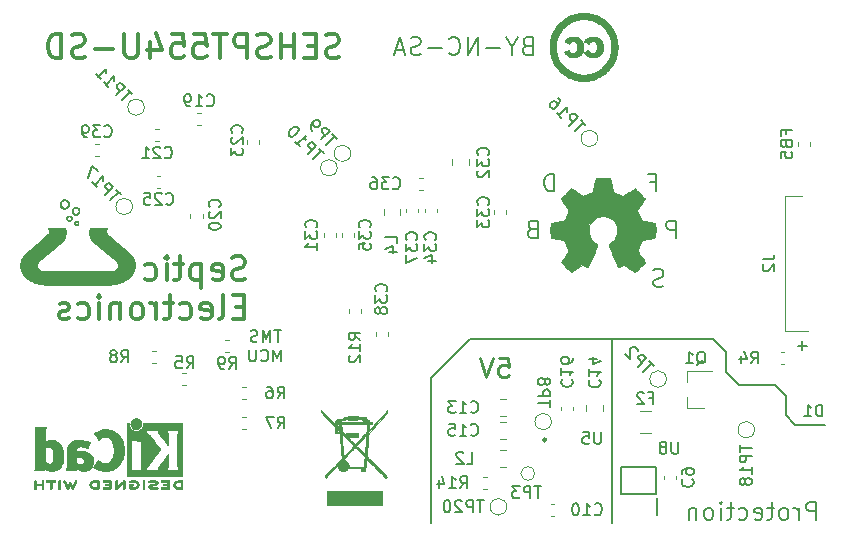
<source format=gbr>
G04 #@! TF.GenerationSoftware,KiCad,Pcbnew,(5.1.6)-1*
G04 #@! TF.CreationDate,2020-09-15T21:19:37+02:00*
G04 #@! TF.ProjectId,PrecisionTimer_RevG,50726563-6973-4696-9f6e-54696d65725f,rev?*
G04 #@! TF.SameCoordinates,Original*
G04 #@! TF.FileFunction,Legend,Bot*
G04 #@! TF.FilePolarity,Positive*
%FSLAX46Y46*%
G04 Gerber Fmt 4.6, Leading zero omitted, Abs format (unit mm)*
G04 Created by KiCad (PCBNEW (5.1.6)-1) date 2020-09-15 21:19:37*
%MOMM*%
%LPD*%
G01*
G04 APERTURE LIST*
%ADD10C,0.150000*%
%ADD11C,0.200000*%
%ADD12C,0.250000*%
%ADD13C,0.300000*%
%ADD14C,0.120000*%
%ADD15C,0.100000*%
%ADD16C,0.010000*%
%ADD17C,0.254000*%
%ADD18C,1.700000*%
%ADD19C,1.600000*%
%ADD20R,1.600000X1.700000*%
%ADD21O,3.100000X1.700000*%
%ADD22C,1.500000*%
%ADD23R,1.900000X4.500000*%
%ADD24O,1.900000X4.100000*%
%ADD25O,4.100000X1.900000*%
%ADD26C,0.800000*%
%ADD27R,1.100000X0.800000*%
%ADD28R,1.000000X1.500000*%
%ADD29R,0.800000X1.100000*%
%ADD30R,1.300000X1.550000*%
%ADD31R,1.300000X1.250000*%
%ADD32C,2.500000*%
%ADD33C,2.100000*%
%ADD34C,1.100000*%
%ADD35R,0.550000X1.500000*%
%ADD36R,1.000000X0.900000*%
%ADD37R,1.900000X1.900000*%
%ADD38R,0.850000X0.400000*%
%ADD39R,0.400000X0.850000*%
G04 APERTURE END LIST*
D10*
X124701133Y-83564980D02*
X124129704Y-83564980D01*
X124415419Y-84564980D02*
X124415419Y-83564980D01*
X123796371Y-84564980D02*
X123796371Y-83564980D01*
X123463038Y-84279266D01*
X123129704Y-83564980D01*
X123129704Y-84564980D01*
X122701133Y-84517361D02*
X122558276Y-84564980D01*
X122320180Y-84564980D01*
X122224942Y-84517361D01*
X122177323Y-84469742D01*
X122129704Y-84374504D01*
X122129704Y-84279266D01*
X122177323Y-84184028D01*
X122224942Y-84136409D01*
X122320180Y-84088790D01*
X122510657Y-84041171D01*
X122605895Y-83993552D01*
X122653514Y-83945933D01*
X122701133Y-83850695D01*
X122701133Y-83755457D01*
X122653514Y-83660219D01*
X122605895Y-83612600D01*
X122510657Y-83564980D01*
X122272561Y-83564980D01*
X122129704Y-83612600D01*
X124724942Y-86214980D02*
X124724942Y-85214980D01*
X124391609Y-85929266D01*
X124058276Y-85214980D01*
X124058276Y-86214980D01*
X123010657Y-86119742D02*
X123058276Y-86167361D01*
X123201133Y-86214980D01*
X123296371Y-86214980D01*
X123439228Y-86167361D01*
X123534466Y-86072123D01*
X123582085Y-85976885D01*
X123629704Y-85786409D01*
X123629704Y-85643552D01*
X123582085Y-85453076D01*
X123534466Y-85357838D01*
X123439228Y-85262600D01*
X123296371Y-85214980D01*
X123201133Y-85214980D01*
X123058276Y-85262600D01*
X123010657Y-85310219D01*
X122582085Y-85214980D02*
X122582085Y-86024504D01*
X122534466Y-86119742D01*
X122486847Y-86167361D01*
X122391609Y-86214980D01*
X122201133Y-86214980D01*
X122105895Y-86167361D01*
X122058276Y-86119742D01*
X122010657Y-86024504D01*
X122010657Y-85214980D01*
X169214752Y-84882028D02*
X168452847Y-84882028D01*
X168833800Y-85262980D02*
X168833800Y-84501076D01*
D11*
X145519114Y-59481257D02*
X145304828Y-59552685D01*
X145233400Y-59624114D01*
X145161971Y-59766971D01*
X145161971Y-59981257D01*
X145233400Y-60124114D01*
X145304828Y-60195542D01*
X145447685Y-60266971D01*
X146019114Y-60266971D01*
X146019114Y-58766971D01*
X145519114Y-58766971D01*
X145376257Y-58838400D01*
X145304828Y-58909828D01*
X145233400Y-59052685D01*
X145233400Y-59195542D01*
X145304828Y-59338400D01*
X145376257Y-59409828D01*
X145519114Y-59481257D01*
X146019114Y-59481257D01*
X144233400Y-59552685D02*
X144233400Y-60266971D01*
X144733400Y-58766971D02*
X144233400Y-59552685D01*
X143733400Y-58766971D01*
X143233400Y-59695542D02*
X142090542Y-59695542D01*
X141376257Y-60266971D02*
X141376257Y-58766971D01*
X140519114Y-60266971D01*
X140519114Y-58766971D01*
X138947685Y-60124114D02*
X139019114Y-60195542D01*
X139233400Y-60266971D01*
X139376257Y-60266971D01*
X139590542Y-60195542D01*
X139733400Y-60052685D01*
X139804828Y-59909828D01*
X139876257Y-59624114D01*
X139876257Y-59409828D01*
X139804828Y-59124114D01*
X139733400Y-58981257D01*
X139590542Y-58838400D01*
X139376257Y-58766971D01*
X139233400Y-58766971D01*
X139019114Y-58838400D01*
X138947685Y-58909828D01*
X138304828Y-59695542D02*
X137161971Y-59695542D01*
X136519114Y-60195542D02*
X136304828Y-60266971D01*
X135947685Y-60266971D01*
X135804828Y-60195542D01*
X135733400Y-60124114D01*
X135661971Y-59981257D01*
X135661971Y-59838400D01*
X135733400Y-59695542D01*
X135804828Y-59624114D01*
X135947685Y-59552685D01*
X136233400Y-59481257D01*
X136376257Y-59409828D01*
X136447685Y-59338400D01*
X136519114Y-59195542D01*
X136519114Y-59052685D01*
X136447685Y-58909828D01*
X136376257Y-58838400D01*
X136233400Y-58766971D01*
X135876257Y-58766971D01*
X135661971Y-58838400D01*
X135090542Y-59838400D02*
X134376257Y-59838400D01*
X135233400Y-60266971D02*
X134733400Y-58766971D01*
X134233400Y-60266971D01*
X145942857Y-75000657D02*
X145728571Y-75072085D01*
X145657142Y-75143514D01*
X145585714Y-75286371D01*
X145585714Y-75500657D01*
X145657142Y-75643514D01*
X145728571Y-75714942D01*
X145871428Y-75786371D01*
X146442857Y-75786371D01*
X146442857Y-74286371D01*
X145942857Y-74286371D01*
X145800000Y-74357800D01*
X145728571Y-74429228D01*
X145657142Y-74572085D01*
X145657142Y-74714942D01*
X145728571Y-74857800D01*
X145800000Y-74929228D01*
X145942857Y-75000657D01*
X146442857Y-75000657D01*
X147839857Y-71823971D02*
X147839857Y-70323971D01*
X147482714Y-70323971D01*
X147268428Y-70395400D01*
X147125571Y-70538257D01*
X147054142Y-70681114D01*
X146982714Y-70966828D01*
X146982714Y-71181114D01*
X147054142Y-71466828D01*
X147125571Y-71609685D01*
X147268428Y-71752542D01*
X147482714Y-71823971D01*
X147839857Y-71823971D01*
X155944914Y-71038257D02*
X156444914Y-71038257D01*
X156444914Y-71823971D02*
X156444914Y-70323971D01*
X155730628Y-70323971D01*
X158177657Y-75786371D02*
X158177657Y-74286371D01*
X157606228Y-74286371D01*
X157463371Y-74357800D01*
X157391942Y-74429228D01*
X157320514Y-74572085D01*
X157320514Y-74786371D01*
X157391942Y-74929228D01*
X157463371Y-75000657D01*
X157606228Y-75072085D01*
X158177657Y-75072085D01*
X157070371Y-79855142D02*
X156856085Y-79926571D01*
X156498942Y-79926571D01*
X156356085Y-79855142D01*
X156284657Y-79783714D01*
X156213228Y-79640857D01*
X156213228Y-79498000D01*
X156284657Y-79355142D01*
X156356085Y-79283714D01*
X156498942Y-79212285D01*
X156784657Y-79140857D01*
X156927514Y-79069428D01*
X156998942Y-78998000D01*
X157070371Y-78855142D01*
X157070371Y-78712285D01*
X156998942Y-78569428D01*
X156927514Y-78498000D01*
X156784657Y-78426571D01*
X156427514Y-78426571D01*
X156213228Y-78498000D01*
X166497000Y-88188800D02*
X163499800Y-88188800D01*
X167411400Y-89103200D02*
X166497000Y-88188800D01*
X167411400Y-90728800D02*
X167411400Y-89103200D01*
X163499800Y-88188800D02*
X162382200Y-87071200D01*
X168249600Y-91567000D02*
X167411400Y-90728800D01*
X170764200Y-91567000D02*
X168249600Y-91567000D01*
X170010257Y-99611571D02*
X170010257Y-98111571D01*
X169438828Y-98111571D01*
X169295971Y-98183000D01*
X169224542Y-98254428D01*
X169153114Y-98397285D01*
X169153114Y-98611571D01*
X169224542Y-98754428D01*
X169295971Y-98825857D01*
X169438828Y-98897285D01*
X170010257Y-98897285D01*
X168510257Y-99611571D02*
X168510257Y-98611571D01*
X168510257Y-98897285D02*
X168438828Y-98754428D01*
X168367400Y-98683000D01*
X168224542Y-98611571D01*
X168081685Y-98611571D01*
X167367400Y-99611571D02*
X167510257Y-99540142D01*
X167581685Y-99468714D01*
X167653114Y-99325857D01*
X167653114Y-98897285D01*
X167581685Y-98754428D01*
X167510257Y-98683000D01*
X167367400Y-98611571D01*
X167153114Y-98611571D01*
X167010257Y-98683000D01*
X166938828Y-98754428D01*
X166867400Y-98897285D01*
X166867400Y-99325857D01*
X166938828Y-99468714D01*
X167010257Y-99540142D01*
X167153114Y-99611571D01*
X167367400Y-99611571D01*
X166438828Y-98611571D02*
X165867400Y-98611571D01*
X166224542Y-98111571D02*
X166224542Y-99397285D01*
X166153114Y-99540142D01*
X166010257Y-99611571D01*
X165867400Y-99611571D01*
X164795971Y-99540142D02*
X164938828Y-99611571D01*
X165224542Y-99611571D01*
X165367400Y-99540142D01*
X165438828Y-99397285D01*
X165438828Y-98825857D01*
X165367400Y-98683000D01*
X165224542Y-98611571D01*
X164938828Y-98611571D01*
X164795971Y-98683000D01*
X164724542Y-98825857D01*
X164724542Y-98968714D01*
X165438828Y-99111571D01*
X163438828Y-99540142D02*
X163581685Y-99611571D01*
X163867400Y-99611571D01*
X164010257Y-99540142D01*
X164081685Y-99468714D01*
X164153114Y-99325857D01*
X164153114Y-98897285D01*
X164081685Y-98754428D01*
X164010257Y-98683000D01*
X163867400Y-98611571D01*
X163581685Y-98611571D01*
X163438828Y-98683000D01*
X163010257Y-98611571D02*
X162438828Y-98611571D01*
X162795971Y-98111571D02*
X162795971Y-99397285D01*
X162724542Y-99540142D01*
X162581685Y-99611571D01*
X162438828Y-99611571D01*
X161938828Y-99611571D02*
X161938828Y-98611571D01*
X161938828Y-98111571D02*
X162010257Y-98183000D01*
X161938828Y-98254428D01*
X161867400Y-98183000D01*
X161938828Y-98111571D01*
X161938828Y-98254428D01*
X161010257Y-99611571D02*
X161153114Y-99540142D01*
X161224542Y-99468714D01*
X161295971Y-99325857D01*
X161295971Y-98897285D01*
X161224542Y-98754428D01*
X161153114Y-98683000D01*
X161010257Y-98611571D01*
X160795971Y-98611571D01*
X160653114Y-98683000D01*
X160581685Y-98754428D01*
X160510257Y-98897285D01*
X160510257Y-99325857D01*
X160581685Y-99468714D01*
X160653114Y-99540142D01*
X160795971Y-99611571D01*
X161010257Y-99611571D01*
X159867400Y-98611571D02*
X159867400Y-99611571D01*
X159867400Y-98754428D02*
X159795971Y-98683000D01*
X159653114Y-98611571D01*
X159438828Y-98611571D01*
X159295971Y-98683000D01*
X159224542Y-98825857D01*
X159224542Y-99611571D01*
X152679400Y-84328000D02*
X152679400Y-99898200D01*
X161264600Y-84328000D02*
X162382200Y-85445600D01*
X162382200Y-85445600D02*
X162382200Y-87071200D01*
X140665200Y-84328000D02*
X161264600Y-84328000D01*
X137388600Y-87579200D02*
X140665200Y-84328000D01*
X137388600Y-99898200D02*
X137388600Y-87579200D01*
D12*
X143154361Y-85941009D02*
X143916266Y-85941009D01*
X143992457Y-86702914D01*
X143916266Y-86626723D01*
X143763885Y-86550533D01*
X143382933Y-86550533D01*
X143230552Y-86626723D01*
X143154361Y-86702914D01*
X143078171Y-86855295D01*
X143078171Y-87236247D01*
X143154361Y-87388628D01*
X143230552Y-87464819D01*
X143382933Y-87541009D01*
X143763885Y-87541009D01*
X143916266Y-87464819D01*
X143992457Y-87388628D01*
X142621028Y-85941009D02*
X142087695Y-87541009D01*
X141554361Y-85941009D01*
D13*
X121674247Y-79233023D02*
X121388533Y-79328261D01*
X120912342Y-79328261D01*
X120721866Y-79233023D01*
X120626628Y-79137785D01*
X120531390Y-78947309D01*
X120531390Y-78756833D01*
X120626628Y-78566357D01*
X120721866Y-78471119D01*
X120912342Y-78375880D01*
X121293295Y-78280642D01*
X121483771Y-78185404D01*
X121579009Y-78090166D01*
X121674247Y-77899690D01*
X121674247Y-77709214D01*
X121579009Y-77518738D01*
X121483771Y-77423500D01*
X121293295Y-77328261D01*
X120817104Y-77328261D01*
X120531390Y-77423500D01*
X118912342Y-79233023D02*
X119102819Y-79328261D01*
X119483771Y-79328261D01*
X119674247Y-79233023D01*
X119769485Y-79042547D01*
X119769485Y-78280642D01*
X119674247Y-78090166D01*
X119483771Y-77994928D01*
X119102819Y-77994928D01*
X118912342Y-78090166D01*
X118817104Y-78280642D01*
X118817104Y-78471119D01*
X119769485Y-78661595D01*
X117959961Y-77994928D02*
X117959961Y-79994928D01*
X117959961Y-78090166D02*
X117769485Y-77994928D01*
X117388533Y-77994928D01*
X117198057Y-78090166D01*
X117102819Y-78185404D01*
X117007580Y-78375880D01*
X117007580Y-78947309D01*
X117102819Y-79137785D01*
X117198057Y-79233023D01*
X117388533Y-79328261D01*
X117769485Y-79328261D01*
X117959961Y-79233023D01*
X116436152Y-77994928D02*
X115674247Y-77994928D01*
X116150438Y-77328261D02*
X116150438Y-79042547D01*
X116055200Y-79233023D01*
X115864723Y-79328261D01*
X115674247Y-79328261D01*
X115007580Y-79328261D02*
X115007580Y-77994928D01*
X115007580Y-77328261D02*
X115102819Y-77423500D01*
X115007580Y-77518738D01*
X114912342Y-77423500D01*
X115007580Y-77328261D01*
X115007580Y-77518738D01*
X113198057Y-79233023D02*
X113388533Y-79328261D01*
X113769485Y-79328261D01*
X113959961Y-79233023D01*
X114055200Y-79137785D01*
X114150438Y-78947309D01*
X114150438Y-78375880D01*
X114055200Y-78185404D01*
X113959961Y-78090166D01*
X113769485Y-77994928D01*
X113388533Y-77994928D01*
X113198057Y-78090166D01*
X121579009Y-81580642D02*
X120912342Y-81580642D01*
X120626628Y-82628261D02*
X121579009Y-82628261D01*
X121579009Y-80628261D01*
X120626628Y-80628261D01*
X119483771Y-82628261D02*
X119674247Y-82533023D01*
X119769485Y-82342547D01*
X119769485Y-80628261D01*
X117959961Y-82533023D02*
X118150438Y-82628261D01*
X118531390Y-82628261D01*
X118721866Y-82533023D01*
X118817104Y-82342547D01*
X118817104Y-81580642D01*
X118721866Y-81390166D01*
X118531390Y-81294928D01*
X118150438Y-81294928D01*
X117959961Y-81390166D01*
X117864723Y-81580642D01*
X117864723Y-81771119D01*
X118817104Y-81961595D01*
X116150438Y-82533023D02*
X116340914Y-82628261D01*
X116721866Y-82628261D01*
X116912342Y-82533023D01*
X117007580Y-82437785D01*
X117102819Y-82247309D01*
X117102819Y-81675880D01*
X117007580Y-81485404D01*
X116912342Y-81390166D01*
X116721866Y-81294928D01*
X116340914Y-81294928D01*
X116150438Y-81390166D01*
X115579009Y-81294928D02*
X114817104Y-81294928D01*
X115293295Y-80628261D02*
X115293295Y-82342547D01*
X115198057Y-82533023D01*
X115007580Y-82628261D01*
X114817104Y-82628261D01*
X114150438Y-82628261D02*
X114150438Y-81294928D01*
X114150438Y-81675880D02*
X114055200Y-81485404D01*
X113959961Y-81390166D01*
X113769485Y-81294928D01*
X113579009Y-81294928D01*
X112626628Y-82628261D02*
X112817104Y-82533023D01*
X112912342Y-82437785D01*
X113007580Y-82247309D01*
X113007580Y-81675880D01*
X112912342Y-81485404D01*
X112817104Y-81390166D01*
X112626628Y-81294928D01*
X112340914Y-81294928D01*
X112150438Y-81390166D01*
X112055200Y-81485404D01*
X111959961Y-81675880D01*
X111959961Y-82247309D01*
X112055200Y-82437785D01*
X112150438Y-82533023D01*
X112340914Y-82628261D01*
X112626628Y-82628261D01*
X111102819Y-81294928D02*
X111102819Y-82628261D01*
X111102819Y-81485404D02*
X111007580Y-81390166D01*
X110817104Y-81294928D01*
X110531390Y-81294928D01*
X110340914Y-81390166D01*
X110245676Y-81580642D01*
X110245676Y-82628261D01*
X109293295Y-82628261D02*
X109293295Y-81294928D01*
X109293295Y-80628261D02*
X109388533Y-80723500D01*
X109293295Y-80818738D01*
X109198057Y-80723500D01*
X109293295Y-80628261D01*
X109293295Y-80818738D01*
X107483771Y-82533023D02*
X107674247Y-82628261D01*
X108055200Y-82628261D01*
X108245676Y-82533023D01*
X108340914Y-82437785D01*
X108436152Y-82247309D01*
X108436152Y-81675880D01*
X108340914Y-81485404D01*
X108245676Y-81390166D01*
X108055200Y-81294928D01*
X107674247Y-81294928D01*
X107483771Y-81390166D01*
X106721866Y-82533023D02*
X106531390Y-82628261D01*
X106150438Y-82628261D01*
X105959961Y-82533023D01*
X105864723Y-82342547D01*
X105864723Y-82247309D01*
X105959961Y-82056833D01*
X106150438Y-81961595D01*
X106436152Y-81961595D01*
X106626628Y-81866357D01*
X106721866Y-81675880D01*
X106721866Y-81580642D01*
X106626628Y-81390166D01*
X106436152Y-81294928D01*
X106150438Y-81294928D01*
X105959961Y-81390166D01*
X129630533Y-60423323D02*
X129344819Y-60518561D01*
X128868628Y-60518561D01*
X128678152Y-60423323D01*
X128582914Y-60328085D01*
X128487676Y-60137609D01*
X128487676Y-59947133D01*
X128582914Y-59756657D01*
X128678152Y-59661419D01*
X128868628Y-59566180D01*
X129249580Y-59470942D01*
X129440057Y-59375704D01*
X129535295Y-59280466D01*
X129630533Y-59089990D01*
X129630533Y-58899514D01*
X129535295Y-58709038D01*
X129440057Y-58613800D01*
X129249580Y-58518561D01*
X128773390Y-58518561D01*
X128487676Y-58613800D01*
X127630533Y-59470942D02*
X126963866Y-59470942D01*
X126678152Y-60518561D02*
X127630533Y-60518561D01*
X127630533Y-58518561D01*
X126678152Y-58518561D01*
X125821009Y-60518561D02*
X125821009Y-58518561D01*
X125821009Y-59470942D02*
X124678152Y-59470942D01*
X124678152Y-60518561D02*
X124678152Y-58518561D01*
X123821009Y-60423323D02*
X123535295Y-60518561D01*
X123059104Y-60518561D01*
X122868628Y-60423323D01*
X122773390Y-60328085D01*
X122678152Y-60137609D01*
X122678152Y-59947133D01*
X122773390Y-59756657D01*
X122868628Y-59661419D01*
X123059104Y-59566180D01*
X123440057Y-59470942D01*
X123630533Y-59375704D01*
X123725771Y-59280466D01*
X123821009Y-59089990D01*
X123821009Y-58899514D01*
X123725771Y-58709038D01*
X123630533Y-58613800D01*
X123440057Y-58518561D01*
X122963866Y-58518561D01*
X122678152Y-58613800D01*
X121821009Y-60518561D02*
X121821009Y-58518561D01*
X121059104Y-58518561D01*
X120868628Y-58613800D01*
X120773390Y-58709038D01*
X120678152Y-58899514D01*
X120678152Y-59185228D01*
X120773390Y-59375704D01*
X120868628Y-59470942D01*
X121059104Y-59566180D01*
X121821009Y-59566180D01*
X120106723Y-58518561D02*
X118963866Y-58518561D01*
X119535295Y-60518561D02*
X119535295Y-58518561D01*
X117344819Y-58518561D02*
X118297200Y-58518561D01*
X118392438Y-59470942D01*
X118297200Y-59375704D01*
X118106723Y-59280466D01*
X117630533Y-59280466D01*
X117440057Y-59375704D01*
X117344819Y-59470942D01*
X117249580Y-59661419D01*
X117249580Y-60137609D01*
X117344819Y-60328085D01*
X117440057Y-60423323D01*
X117630533Y-60518561D01*
X118106723Y-60518561D01*
X118297200Y-60423323D01*
X118392438Y-60328085D01*
X115440057Y-58518561D02*
X116392438Y-58518561D01*
X116487676Y-59470942D01*
X116392438Y-59375704D01*
X116201961Y-59280466D01*
X115725771Y-59280466D01*
X115535295Y-59375704D01*
X115440057Y-59470942D01*
X115344819Y-59661419D01*
X115344819Y-60137609D01*
X115440057Y-60328085D01*
X115535295Y-60423323D01*
X115725771Y-60518561D01*
X116201961Y-60518561D01*
X116392438Y-60423323D01*
X116487676Y-60328085D01*
X113630533Y-59185228D02*
X113630533Y-60518561D01*
X114106723Y-58423323D02*
X114582914Y-59851895D01*
X113344819Y-59851895D01*
X112582914Y-58518561D02*
X112582914Y-60137609D01*
X112487676Y-60328085D01*
X112392438Y-60423323D01*
X112201961Y-60518561D01*
X111821009Y-60518561D01*
X111630533Y-60423323D01*
X111535295Y-60328085D01*
X111440057Y-60137609D01*
X111440057Y-58518561D01*
X110487676Y-59756657D02*
X108963866Y-59756657D01*
X108106723Y-60423323D02*
X107821009Y-60518561D01*
X107344819Y-60518561D01*
X107154342Y-60423323D01*
X107059104Y-60328085D01*
X106963866Y-60137609D01*
X106963866Y-59947133D01*
X107059104Y-59756657D01*
X107154342Y-59661419D01*
X107344819Y-59566180D01*
X107725771Y-59470942D01*
X107916247Y-59375704D01*
X108011485Y-59280466D01*
X108106723Y-59089990D01*
X108106723Y-58899514D01*
X108011485Y-58709038D01*
X107916247Y-58613800D01*
X107725771Y-58518561D01*
X107249580Y-58518561D01*
X106963866Y-58613800D01*
X106106723Y-60518561D02*
X106106723Y-58518561D01*
X105630533Y-58518561D01*
X105344819Y-58613800D01*
X105154342Y-58804276D01*
X105059104Y-58994752D01*
X104963866Y-59375704D01*
X104963866Y-59661419D01*
X105059104Y-60042371D01*
X105154342Y-60232847D01*
X105344819Y-60423323D01*
X105630533Y-60518561D01*
X106106723Y-60518561D01*
D14*
X146177000Y-95707200D02*
G75*
G03*
X146177000Y-95707200I-584200J0D01*
G01*
D15*
X168835200Y-72227200D02*
X167337200Y-72227200D01*
X167337200Y-72227200D02*
X167337200Y-83627200D01*
X167337200Y-83627200D02*
X169335200Y-83627200D01*
D16*
G36*
X150229057Y-56725273D02*
G01*
X150173662Y-56726594D01*
X150126455Y-56728815D01*
X150122066Y-56729103D01*
X149937905Y-56746637D01*
X149759240Y-56774005D01*
X149585875Y-56811292D01*
X149417613Y-56858582D01*
X149254258Y-56915961D01*
X149095612Y-56983514D01*
X148941479Y-57061325D01*
X148791663Y-57149481D01*
X148645966Y-57248066D01*
X148504191Y-57357166D01*
X148366143Y-57476865D01*
X148341248Y-57499944D01*
X148214292Y-57626398D01*
X148096598Y-57759234D01*
X147988281Y-57898218D01*
X147889457Y-58043111D01*
X147800243Y-58193679D01*
X147720755Y-58349686D01*
X147651108Y-58510895D01*
X147591420Y-58677071D01*
X147541805Y-58847977D01*
X147502381Y-59023377D01*
X147473263Y-59203036D01*
X147463722Y-59283600D01*
X147459908Y-59327837D01*
X147456708Y-59380895D01*
X147454164Y-59440318D01*
X147452317Y-59503653D01*
X147451208Y-59568446D01*
X147450879Y-59632243D01*
X147451372Y-59692589D01*
X147452729Y-59747030D01*
X147454990Y-59793112D01*
X147455077Y-59794422D01*
X147471763Y-59972293D01*
X147497422Y-60143869D01*
X147532278Y-60309988D01*
X147576554Y-60471484D01*
X147630473Y-60629196D01*
X147694257Y-60783960D01*
X147749776Y-60900733D01*
X147826555Y-61042805D01*
X147910918Y-61178547D01*
X148003454Y-61308686D01*
X148104749Y-61433948D01*
X148215391Y-61555059D01*
X148335968Y-61672746D01*
X148467067Y-61787734D01*
X148468644Y-61789049D01*
X148611879Y-61901096D01*
X148760878Y-62003498D01*
X148915329Y-62096122D01*
X149074917Y-62178835D01*
X149239326Y-62251502D01*
X149408243Y-62313992D01*
X149581353Y-62366170D01*
X149758341Y-62407903D01*
X149938893Y-62439058D01*
X150029333Y-62450508D01*
X150061101Y-62453313D01*
X150101972Y-62455785D01*
X150149899Y-62457893D01*
X150202833Y-62459607D01*
X150258726Y-62460897D01*
X150315529Y-62461732D01*
X150371194Y-62462081D01*
X150423673Y-62461913D01*
X150470918Y-62461199D01*
X150510880Y-62459908D01*
X150540155Y-62458125D01*
X150722287Y-62437364D01*
X150900252Y-62406111D01*
X151074036Y-62364373D01*
X151243624Y-62312155D01*
X151409002Y-62249465D01*
X151570153Y-62176307D01*
X151727064Y-62092689D01*
X151879719Y-61998616D01*
X152028103Y-61894094D01*
X152168578Y-61782195D01*
X152230416Y-61727714D01*
X152296027Y-61665772D01*
X152363327Y-61598560D01*
X152430234Y-61528267D01*
X152494664Y-61457086D01*
X152554534Y-61387205D01*
X152607762Y-61320816D01*
X152609602Y-61318422D01*
X152713977Y-61173300D01*
X152808271Y-61023121D01*
X152892439Y-60868005D01*
X152966432Y-60708069D01*
X153030204Y-60543433D01*
X153083707Y-60374215D01*
X153126895Y-60200533D01*
X153159720Y-60022506D01*
X153177056Y-59890378D01*
X153180954Y-59845624D01*
X153183997Y-59791915D01*
X153186184Y-59731476D01*
X153187514Y-59666530D01*
X153187988Y-59599303D01*
X153187959Y-59594045D01*
X152668111Y-59594045D01*
X152667965Y-59653933D01*
X152667420Y-59704664D01*
X152666321Y-59748364D01*
X152664508Y-59787162D01*
X152661824Y-59823186D01*
X152658112Y-59858564D01*
X152653214Y-59895424D01*
X152646972Y-59935894D01*
X152639471Y-59980689D01*
X152607476Y-60134102D01*
X152564683Y-60285053D01*
X152511421Y-60432997D01*
X152448016Y-60577388D01*
X152374797Y-60717681D01*
X152292091Y-60853330D01*
X152200226Y-60983790D01*
X152099529Y-61108515D01*
X151990328Y-61226960D01*
X151872950Y-61338579D01*
X151773467Y-61422525D01*
X151641536Y-61520955D01*
X151504733Y-61609228D01*
X151363252Y-61687263D01*
X151217291Y-61754978D01*
X151067046Y-61812291D01*
X150912714Y-61859118D01*
X150754491Y-61895378D01*
X150592572Y-61920989D01*
X150579667Y-61922552D01*
X150486658Y-61931026D01*
X150386771Y-61935521D01*
X150283695Y-61936021D01*
X150181123Y-61932511D01*
X150082746Y-61924973D01*
X150080133Y-61924709D01*
X149926072Y-61903508D01*
X149772131Y-61871526D01*
X149619682Y-61829204D01*
X149470097Y-61776980D01*
X149324745Y-61715293D01*
X149185000Y-61644584D01*
X149157504Y-61629204D01*
X149037067Y-61556531D01*
X148923699Y-61479196D01*
X148813734Y-61394621D01*
X148759333Y-61349199D01*
X148638386Y-61238768D01*
X148527470Y-61123164D01*
X148426568Y-61002353D01*
X148335657Y-60876299D01*
X148254720Y-60744969D01*
X148183735Y-60608328D01*
X148122684Y-60466341D01*
X148071547Y-60318973D01*
X148030303Y-60166189D01*
X148000499Y-60017378D01*
X147993219Y-59972580D01*
X147987272Y-59931940D01*
X147982531Y-59893550D01*
X147978867Y-59855503D01*
X147976153Y-59815891D01*
X147974259Y-59772807D01*
X147973057Y-59724344D01*
X147972420Y-59668593D01*
X147972219Y-59603648D01*
X147972218Y-59596867D01*
X147972452Y-59527502D01*
X147973274Y-59467367D01*
X147974868Y-59414410D01*
X147977423Y-59366579D01*
X147981123Y-59321821D01*
X147986157Y-59278084D01*
X147992709Y-59233318D01*
X148000967Y-59185469D01*
X148011117Y-59132485D01*
X148017121Y-59102637D01*
X148054524Y-58946736D01*
X148102375Y-58794968D01*
X148160529Y-58647567D01*
X148228840Y-58504765D01*
X148307163Y-58366795D01*
X148395353Y-58233890D01*
X148493263Y-58106284D01*
X148600749Y-57984208D01*
X148717664Y-57867897D01*
X148843864Y-57757583D01*
X148870371Y-57736128D01*
X148998374Y-57640924D01*
X149131722Y-57555501D01*
X149269992Y-57480047D01*
X149412760Y-57414749D01*
X149559601Y-57359796D01*
X149710093Y-57315374D01*
X149863811Y-57281671D01*
X149919267Y-57272290D01*
X149964154Y-57265439D01*
X150003586Y-57259878D01*
X150039555Y-57255477D01*
X150074053Y-57252105D01*
X150109074Y-57249633D01*
X150146609Y-57247931D01*
X150188652Y-57246868D01*
X150237195Y-57246316D01*
X150294231Y-57246143D01*
X150320022Y-57246151D01*
X150385976Y-57246410D01*
X150442644Y-57247144D01*
X150492027Y-57248488D01*
X150536124Y-57250582D01*
X150576933Y-57253562D01*
X150616455Y-57257567D01*
X150656687Y-57262733D01*
X150699629Y-57269200D01*
X150732067Y-57274521D01*
X150889019Y-57306416D01*
X151041166Y-57348489D01*
X151188423Y-57400704D01*
X151330706Y-57463025D01*
X151467930Y-57535417D01*
X151600010Y-57617845D01*
X151671867Y-57668500D01*
X151764973Y-57741265D01*
X151858881Y-57822859D01*
X151951498Y-57911197D01*
X152040735Y-58004197D01*
X152124498Y-58099774D01*
X152199481Y-58194222D01*
X152290055Y-58323601D01*
X152371996Y-58458935D01*
X152444870Y-58599225D01*
X152508241Y-58743471D01*
X152561673Y-58890673D01*
X152604730Y-59039830D01*
X152636977Y-59189942D01*
X152639524Y-59204578D01*
X152647238Y-59251092D01*
X152653449Y-59292097D01*
X152658317Y-59329735D01*
X152661999Y-59366150D01*
X152664650Y-59403483D01*
X152666430Y-59443877D01*
X152667494Y-59489475D01*
X152668001Y-59542419D01*
X152668111Y-59594045D01*
X153187959Y-59594045D01*
X153187606Y-59532017D01*
X153186366Y-59466899D01*
X153184270Y-59406171D01*
X153181315Y-59352058D01*
X153177503Y-59306785D01*
X153177133Y-59303356D01*
X153153131Y-59128693D01*
X153120151Y-58960100D01*
X153077834Y-58796353D01*
X153025817Y-58636229D01*
X152963740Y-58478503D01*
X152891242Y-58321951D01*
X152882383Y-58304289D01*
X152805753Y-58162359D01*
X152722365Y-58026788D01*
X152631216Y-57896185D01*
X152531304Y-57769162D01*
X152421628Y-57644326D01*
X152360236Y-57579641D01*
X152228815Y-57451756D01*
X152093728Y-57334516D01*
X151954772Y-57227822D01*
X151811744Y-57131575D01*
X151664443Y-57045676D01*
X151512665Y-56970024D01*
X151356208Y-56904522D01*
X151194869Y-56849069D01*
X151028446Y-56803567D01*
X150856736Y-56767916D01*
X150679537Y-56742017D01*
X150641755Y-56737823D01*
X150597158Y-56733981D01*
X150543719Y-56730754D01*
X150483872Y-56728183D01*
X150420049Y-56726308D01*
X150354684Y-56725171D01*
X150290209Y-56724812D01*
X150229057Y-56725273D01*
G37*
X150229057Y-56725273D02*
X150173662Y-56726594D01*
X150126455Y-56728815D01*
X150122066Y-56729103D01*
X149937905Y-56746637D01*
X149759240Y-56774005D01*
X149585875Y-56811292D01*
X149417613Y-56858582D01*
X149254258Y-56915961D01*
X149095612Y-56983514D01*
X148941479Y-57061325D01*
X148791663Y-57149481D01*
X148645966Y-57248066D01*
X148504191Y-57357166D01*
X148366143Y-57476865D01*
X148341248Y-57499944D01*
X148214292Y-57626398D01*
X148096598Y-57759234D01*
X147988281Y-57898218D01*
X147889457Y-58043111D01*
X147800243Y-58193679D01*
X147720755Y-58349686D01*
X147651108Y-58510895D01*
X147591420Y-58677071D01*
X147541805Y-58847977D01*
X147502381Y-59023377D01*
X147473263Y-59203036D01*
X147463722Y-59283600D01*
X147459908Y-59327837D01*
X147456708Y-59380895D01*
X147454164Y-59440318D01*
X147452317Y-59503653D01*
X147451208Y-59568446D01*
X147450879Y-59632243D01*
X147451372Y-59692589D01*
X147452729Y-59747030D01*
X147454990Y-59793112D01*
X147455077Y-59794422D01*
X147471763Y-59972293D01*
X147497422Y-60143869D01*
X147532278Y-60309988D01*
X147576554Y-60471484D01*
X147630473Y-60629196D01*
X147694257Y-60783960D01*
X147749776Y-60900733D01*
X147826555Y-61042805D01*
X147910918Y-61178547D01*
X148003454Y-61308686D01*
X148104749Y-61433948D01*
X148215391Y-61555059D01*
X148335968Y-61672746D01*
X148467067Y-61787734D01*
X148468644Y-61789049D01*
X148611879Y-61901096D01*
X148760878Y-62003498D01*
X148915329Y-62096122D01*
X149074917Y-62178835D01*
X149239326Y-62251502D01*
X149408243Y-62313992D01*
X149581353Y-62366170D01*
X149758341Y-62407903D01*
X149938893Y-62439058D01*
X150029333Y-62450508D01*
X150061101Y-62453313D01*
X150101972Y-62455785D01*
X150149899Y-62457893D01*
X150202833Y-62459607D01*
X150258726Y-62460897D01*
X150315529Y-62461732D01*
X150371194Y-62462081D01*
X150423673Y-62461913D01*
X150470918Y-62461199D01*
X150510880Y-62459908D01*
X150540155Y-62458125D01*
X150722287Y-62437364D01*
X150900252Y-62406111D01*
X151074036Y-62364373D01*
X151243624Y-62312155D01*
X151409002Y-62249465D01*
X151570153Y-62176307D01*
X151727064Y-62092689D01*
X151879719Y-61998616D01*
X152028103Y-61894094D01*
X152168578Y-61782195D01*
X152230416Y-61727714D01*
X152296027Y-61665772D01*
X152363327Y-61598560D01*
X152430234Y-61528267D01*
X152494664Y-61457086D01*
X152554534Y-61387205D01*
X152607762Y-61320816D01*
X152609602Y-61318422D01*
X152713977Y-61173300D01*
X152808271Y-61023121D01*
X152892439Y-60868005D01*
X152966432Y-60708069D01*
X153030204Y-60543433D01*
X153083707Y-60374215D01*
X153126895Y-60200533D01*
X153159720Y-60022506D01*
X153177056Y-59890378D01*
X153180954Y-59845624D01*
X153183997Y-59791915D01*
X153186184Y-59731476D01*
X153187514Y-59666530D01*
X153187988Y-59599303D01*
X153187959Y-59594045D01*
X152668111Y-59594045D01*
X152667965Y-59653933D01*
X152667420Y-59704664D01*
X152666321Y-59748364D01*
X152664508Y-59787162D01*
X152661824Y-59823186D01*
X152658112Y-59858564D01*
X152653214Y-59895424D01*
X152646972Y-59935894D01*
X152639471Y-59980689D01*
X152607476Y-60134102D01*
X152564683Y-60285053D01*
X152511421Y-60432997D01*
X152448016Y-60577388D01*
X152374797Y-60717681D01*
X152292091Y-60853330D01*
X152200226Y-60983790D01*
X152099529Y-61108515D01*
X151990328Y-61226960D01*
X151872950Y-61338579D01*
X151773467Y-61422525D01*
X151641536Y-61520955D01*
X151504733Y-61609228D01*
X151363252Y-61687263D01*
X151217291Y-61754978D01*
X151067046Y-61812291D01*
X150912714Y-61859118D01*
X150754491Y-61895378D01*
X150592572Y-61920989D01*
X150579667Y-61922552D01*
X150486658Y-61931026D01*
X150386771Y-61935521D01*
X150283695Y-61936021D01*
X150181123Y-61932511D01*
X150082746Y-61924973D01*
X150080133Y-61924709D01*
X149926072Y-61903508D01*
X149772131Y-61871526D01*
X149619682Y-61829204D01*
X149470097Y-61776980D01*
X149324745Y-61715293D01*
X149185000Y-61644584D01*
X149157504Y-61629204D01*
X149037067Y-61556531D01*
X148923699Y-61479196D01*
X148813734Y-61394621D01*
X148759333Y-61349199D01*
X148638386Y-61238768D01*
X148527470Y-61123164D01*
X148426568Y-61002353D01*
X148335657Y-60876299D01*
X148254720Y-60744969D01*
X148183735Y-60608328D01*
X148122684Y-60466341D01*
X148071547Y-60318973D01*
X148030303Y-60166189D01*
X148000499Y-60017378D01*
X147993219Y-59972580D01*
X147987272Y-59931940D01*
X147982531Y-59893550D01*
X147978867Y-59855503D01*
X147976153Y-59815891D01*
X147974259Y-59772807D01*
X147973057Y-59724344D01*
X147972420Y-59668593D01*
X147972219Y-59603648D01*
X147972218Y-59596867D01*
X147972452Y-59527502D01*
X147973274Y-59467367D01*
X147974868Y-59414410D01*
X147977423Y-59366579D01*
X147981123Y-59321821D01*
X147986157Y-59278084D01*
X147992709Y-59233318D01*
X148000967Y-59185469D01*
X148011117Y-59132485D01*
X148017121Y-59102637D01*
X148054524Y-58946736D01*
X148102375Y-58794968D01*
X148160529Y-58647567D01*
X148228840Y-58504765D01*
X148307163Y-58366795D01*
X148395353Y-58233890D01*
X148493263Y-58106284D01*
X148600749Y-57984208D01*
X148717664Y-57867897D01*
X148843864Y-57757583D01*
X148870371Y-57736128D01*
X148998374Y-57640924D01*
X149131722Y-57555501D01*
X149269992Y-57480047D01*
X149412760Y-57414749D01*
X149559601Y-57359796D01*
X149710093Y-57315374D01*
X149863811Y-57281671D01*
X149919267Y-57272290D01*
X149964154Y-57265439D01*
X150003586Y-57259878D01*
X150039555Y-57255477D01*
X150074053Y-57252105D01*
X150109074Y-57249633D01*
X150146609Y-57247931D01*
X150188652Y-57246868D01*
X150237195Y-57246316D01*
X150294231Y-57246143D01*
X150320022Y-57246151D01*
X150385976Y-57246410D01*
X150442644Y-57247144D01*
X150492027Y-57248488D01*
X150536124Y-57250582D01*
X150576933Y-57253562D01*
X150616455Y-57257567D01*
X150656687Y-57262733D01*
X150699629Y-57269200D01*
X150732067Y-57274521D01*
X150889019Y-57306416D01*
X151041166Y-57348489D01*
X151188423Y-57400704D01*
X151330706Y-57463025D01*
X151467930Y-57535417D01*
X151600010Y-57617845D01*
X151671867Y-57668500D01*
X151764973Y-57741265D01*
X151858881Y-57822859D01*
X151951498Y-57911197D01*
X152040735Y-58004197D01*
X152124498Y-58099774D01*
X152199481Y-58194222D01*
X152290055Y-58323601D01*
X152371996Y-58458935D01*
X152444870Y-58599225D01*
X152508241Y-58743471D01*
X152561673Y-58890673D01*
X152604730Y-59039830D01*
X152636977Y-59189942D01*
X152639524Y-59204578D01*
X152647238Y-59251092D01*
X152653449Y-59292097D01*
X152658317Y-59329735D01*
X152661999Y-59366150D01*
X152664650Y-59403483D01*
X152666430Y-59443877D01*
X152667494Y-59489475D01*
X152668001Y-59542419D01*
X152668111Y-59594045D01*
X153187959Y-59594045D01*
X153187606Y-59532017D01*
X153186366Y-59466899D01*
X153184270Y-59406171D01*
X153181315Y-59352058D01*
X153177503Y-59306785D01*
X153177133Y-59303356D01*
X153153131Y-59128693D01*
X153120151Y-58960100D01*
X153077834Y-58796353D01*
X153025817Y-58636229D01*
X152963740Y-58478503D01*
X152891242Y-58321951D01*
X152882383Y-58304289D01*
X152805753Y-58162359D01*
X152722365Y-58026788D01*
X152631216Y-57896185D01*
X152531304Y-57769162D01*
X152421628Y-57644326D01*
X152360236Y-57579641D01*
X152228815Y-57451756D01*
X152093728Y-57334516D01*
X151954772Y-57227822D01*
X151811744Y-57131575D01*
X151664443Y-57045676D01*
X151512665Y-56970024D01*
X151356208Y-56904522D01*
X151194869Y-56849069D01*
X151028446Y-56803567D01*
X150856736Y-56767916D01*
X150679537Y-56742017D01*
X150641755Y-56737823D01*
X150597158Y-56733981D01*
X150543719Y-56730754D01*
X150483872Y-56728183D01*
X150420049Y-56726308D01*
X150354684Y-56725171D01*
X150290209Y-56724812D01*
X150229057Y-56725273D01*
G36*
X151067515Y-58706086D02*
G01*
X151017630Y-58707960D01*
X150973437Y-58711617D01*
X150963489Y-58712834D01*
X150864535Y-58730587D01*
X150772938Y-58756816D01*
X150688393Y-58791706D01*
X150610594Y-58835445D01*
X150539235Y-58888217D01*
X150474012Y-58950209D01*
X150414620Y-59021606D01*
X150383958Y-59065515D01*
X150371038Y-59086038D01*
X150361381Y-59103042D01*
X150356131Y-59114405D01*
X150355735Y-59117915D01*
X150362508Y-59122243D01*
X150377768Y-59130772D01*
X150400167Y-59142814D01*
X150428357Y-59157683D01*
X150460991Y-59174690D01*
X150496720Y-59193149D01*
X150534198Y-59212372D01*
X150572075Y-59231671D01*
X150609005Y-59250360D01*
X150643639Y-59267751D01*
X150674630Y-59283156D01*
X150700629Y-59295888D01*
X150720290Y-59305260D01*
X150732263Y-59310585D01*
X150735368Y-59311526D01*
X150740221Y-59305388D01*
X150748455Y-59292065D01*
X150758303Y-59274419D01*
X150758476Y-59274094D01*
X150782343Y-59237098D01*
X150813430Y-59200365D01*
X150848728Y-59166910D01*
X150885227Y-59139747D01*
X150902801Y-59129563D01*
X150941252Y-59111192D01*
X150975058Y-59099022D01*
X151008245Y-59092026D01*
X151044838Y-59089174D01*
X151061880Y-59088965D01*
X151129246Y-59093626D01*
X151189919Y-59107371D01*
X151243941Y-59130223D01*
X151291359Y-59162210D01*
X151332214Y-59203356D01*
X151366553Y-59253687D01*
X151375036Y-59269489D01*
X151395545Y-59315375D01*
X151411396Y-59364097D01*
X151423128Y-59417915D01*
X151431279Y-59479088D01*
X151434638Y-59519719D01*
X151437086Y-59608588D01*
X151432220Y-59691557D01*
X151420265Y-59768180D01*
X151401442Y-59838008D01*
X151375975Y-59900595D01*
X151344086Y-59955493D01*
X151306000Y-60002255D01*
X151261938Y-60040434D01*
X151212124Y-60069582D01*
X151156781Y-60089252D01*
X151149873Y-60090933D01*
X151108924Y-60097368D01*
X151062073Y-60099805D01*
X151013953Y-60098303D01*
X150969198Y-60092923D01*
X150947606Y-60088310D01*
X150888967Y-60067592D01*
X150836268Y-60037308D01*
X150789640Y-59997568D01*
X150749215Y-59948484D01*
X150715124Y-59890170D01*
X150714728Y-59889361D01*
X150699057Y-59857299D01*
X150525062Y-59944583D01*
X150484225Y-59965276D01*
X150446797Y-59984641D01*
X150413932Y-60002050D01*
X150386788Y-60016872D01*
X150366522Y-60028478D01*
X150354290Y-60036238D01*
X150351067Y-60039274D01*
X150354021Y-60046562D01*
X150362100Y-60061197D01*
X150374121Y-60081162D01*
X150388907Y-60104439D01*
X150391380Y-60108230D01*
X150421345Y-60149564D01*
X150458143Y-60193357D01*
X150499257Y-60237052D01*
X150542175Y-60278093D01*
X150584380Y-60313923D01*
X150617758Y-60338334D01*
X150701895Y-60388290D01*
X150788935Y-60427820D01*
X150880782Y-60457740D01*
X150918333Y-60466984D01*
X150948088Y-60472030D01*
X150986478Y-60476054D01*
X151030892Y-60478996D01*
X151078718Y-60480800D01*
X151127345Y-60481407D01*
X151174159Y-60480760D01*
X151216550Y-60478801D01*
X151251906Y-60475473D01*
X151258757Y-60474509D01*
X151356061Y-60454459D01*
X151447394Y-60425010D01*
X151532381Y-60386515D01*
X151610648Y-60339330D01*
X151681819Y-60283808D01*
X151745519Y-60220305D01*
X151801374Y-60149173D01*
X151849009Y-60070769D01*
X151888050Y-59985446D01*
X151918120Y-59893558D01*
X151930980Y-59838983D01*
X151945590Y-59747492D01*
X151952985Y-59653101D01*
X151953316Y-59557803D01*
X151946735Y-59463590D01*
X151933392Y-59372452D01*
X151913440Y-59286382D01*
X151887029Y-59207371D01*
X151882068Y-59195168D01*
X151840573Y-59110073D01*
X151790256Y-59031737D01*
X151731644Y-58960591D01*
X151665265Y-58897068D01*
X151591645Y-58841601D01*
X151511312Y-58794621D01*
X151424795Y-58756562D01*
X151332619Y-58727855D01*
X151303746Y-58721089D01*
X151267645Y-58715067D01*
X151223156Y-58710487D01*
X151173094Y-58707418D01*
X151120274Y-58705928D01*
X151067515Y-58706086D01*
G37*
X151067515Y-58706086D02*
X151017630Y-58707960D01*
X150973437Y-58711617D01*
X150963489Y-58712834D01*
X150864535Y-58730587D01*
X150772938Y-58756816D01*
X150688393Y-58791706D01*
X150610594Y-58835445D01*
X150539235Y-58888217D01*
X150474012Y-58950209D01*
X150414620Y-59021606D01*
X150383958Y-59065515D01*
X150371038Y-59086038D01*
X150361381Y-59103042D01*
X150356131Y-59114405D01*
X150355735Y-59117915D01*
X150362508Y-59122243D01*
X150377768Y-59130772D01*
X150400167Y-59142814D01*
X150428357Y-59157683D01*
X150460991Y-59174690D01*
X150496720Y-59193149D01*
X150534198Y-59212372D01*
X150572075Y-59231671D01*
X150609005Y-59250360D01*
X150643639Y-59267751D01*
X150674630Y-59283156D01*
X150700629Y-59295888D01*
X150720290Y-59305260D01*
X150732263Y-59310585D01*
X150735368Y-59311526D01*
X150740221Y-59305388D01*
X150748455Y-59292065D01*
X150758303Y-59274419D01*
X150758476Y-59274094D01*
X150782343Y-59237098D01*
X150813430Y-59200365D01*
X150848728Y-59166910D01*
X150885227Y-59139747D01*
X150902801Y-59129563D01*
X150941252Y-59111192D01*
X150975058Y-59099022D01*
X151008245Y-59092026D01*
X151044838Y-59089174D01*
X151061880Y-59088965D01*
X151129246Y-59093626D01*
X151189919Y-59107371D01*
X151243941Y-59130223D01*
X151291359Y-59162210D01*
X151332214Y-59203356D01*
X151366553Y-59253687D01*
X151375036Y-59269489D01*
X151395545Y-59315375D01*
X151411396Y-59364097D01*
X151423128Y-59417915D01*
X151431279Y-59479088D01*
X151434638Y-59519719D01*
X151437086Y-59608588D01*
X151432220Y-59691557D01*
X151420265Y-59768180D01*
X151401442Y-59838008D01*
X151375975Y-59900595D01*
X151344086Y-59955493D01*
X151306000Y-60002255D01*
X151261938Y-60040434D01*
X151212124Y-60069582D01*
X151156781Y-60089252D01*
X151149873Y-60090933D01*
X151108924Y-60097368D01*
X151062073Y-60099805D01*
X151013953Y-60098303D01*
X150969198Y-60092923D01*
X150947606Y-60088310D01*
X150888967Y-60067592D01*
X150836268Y-60037308D01*
X150789640Y-59997568D01*
X150749215Y-59948484D01*
X150715124Y-59890170D01*
X150714728Y-59889361D01*
X150699057Y-59857299D01*
X150525062Y-59944583D01*
X150484225Y-59965276D01*
X150446797Y-59984641D01*
X150413932Y-60002050D01*
X150386788Y-60016872D01*
X150366522Y-60028478D01*
X150354290Y-60036238D01*
X150351067Y-60039274D01*
X150354021Y-60046562D01*
X150362100Y-60061197D01*
X150374121Y-60081162D01*
X150388907Y-60104439D01*
X150391380Y-60108230D01*
X150421345Y-60149564D01*
X150458143Y-60193357D01*
X150499257Y-60237052D01*
X150542175Y-60278093D01*
X150584380Y-60313923D01*
X150617758Y-60338334D01*
X150701895Y-60388290D01*
X150788935Y-60427820D01*
X150880782Y-60457740D01*
X150918333Y-60466984D01*
X150948088Y-60472030D01*
X150986478Y-60476054D01*
X151030892Y-60478996D01*
X151078718Y-60480800D01*
X151127345Y-60481407D01*
X151174159Y-60480760D01*
X151216550Y-60478801D01*
X151251906Y-60475473D01*
X151258757Y-60474509D01*
X151356061Y-60454459D01*
X151447394Y-60425010D01*
X151532381Y-60386515D01*
X151610648Y-60339330D01*
X151681819Y-60283808D01*
X151745519Y-60220305D01*
X151801374Y-60149173D01*
X151849009Y-60070769D01*
X151888050Y-59985446D01*
X151918120Y-59893558D01*
X151930980Y-59838983D01*
X151945590Y-59747492D01*
X151952985Y-59653101D01*
X151953316Y-59557803D01*
X151946735Y-59463590D01*
X151933392Y-59372452D01*
X151913440Y-59286382D01*
X151887029Y-59207371D01*
X151882068Y-59195168D01*
X151840573Y-59110073D01*
X151790256Y-59031737D01*
X151731644Y-58960591D01*
X151665265Y-58897068D01*
X151591645Y-58841601D01*
X151511312Y-58794621D01*
X151424795Y-58756562D01*
X151332619Y-58727855D01*
X151303746Y-58721089D01*
X151267645Y-58715067D01*
X151223156Y-58710487D01*
X151173094Y-58707418D01*
X151120274Y-58705928D01*
X151067515Y-58706086D01*
G36*
X149376641Y-58707811D02*
G01*
X149278963Y-58716733D01*
X149188191Y-58733768D01*
X149103726Y-58759041D01*
X149024971Y-58792676D01*
X148993772Y-58809149D01*
X148929893Y-58850288D01*
X148867901Y-58900580D01*
X148809940Y-58957891D01*
X148758150Y-59020088D01*
X148714675Y-59085039D01*
X148711864Y-59089867D01*
X148696654Y-59116267D01*
X148720938Y-59130044D01*
X148731831Y-59136019D01*
X148751309Y-59146487D01*
X148777957Y-59160699D01*
X148810365Y-59177902D01*
X148847117Y-59197347D01*
X148886803Y-59218282D01*
X148908792Y-59229857D01*
X148953853Y-59253494D01*
X148989985Y-59272251D01*
X149018207Y-59286588D01*
X149039536Y-59296962D01*
X149054992Y-59303833D01*
X149065592Y-59307657D01*
X149072357Y-59308894D01*
X149076303Y-59308001D01*
X149078125Y-59306044D01*
X149109283Y-59256016D01*
X149139098Y-59215351D01*
X149169036Y-59182480D01*
X149200566Y-59155832D01*
X149235155Y-59133838D01*
X149243093Y-59129586D01*
X149285668Y-59109804D01*
X149325205Y-59097183D01*
X149366320Y-59090588D01*
X149408727Y-59088867D01*
X149474656Y-59093529D01*
X149534416Y-59107571D01*
X149588245Y-59131080D01*
X149636382Y-59164142D01*
X149649342Y-59175558D01*
X149685018Y-59214270D01*
X149714495Y-59258865D01*
X149738474Y-59310720D01*
X149757660Y-59371210D01*
X149765029Y-59402133D01*
X149770919Y-59437400D01*
X149775418Y-59480881D01*
X149778451Y-59529579D01*
X149779942Y-59580499D01*
X149779816Y-59630641D01*
X149777998Y-59677010D01*
X149774411Y-59716608D01*
X149773165Y-59725521D01*
X149758180Y-59797955D01*
X149736606Y-59864037D01*
X149708901Y-59923004D01*
X149675522Y-59974096D01*
X149636926Y-60016548D01*
X149593569Y-60049599D01*
X149571636Y-60061688D01*
X149532662Y-60078827D01*
X149496127Y-60090260D01*
X149457985Y-60096881D01*
X149414187Y-60099583D01*
X149398968Y-60099764D01*
X149333471Y-60095856D01*
X149274803Y-60083478D01*
X149221932Y-60062258D01*
X149173827Y-60031827D01*
X149147606Y-60009722D01*
X149127136Y-59988448D01*
X149105641Y-59962251D01*
X149085179Y-59934038D01*
X149067808Y-59906719D01*
X149055584Y-59883203D01*
X149052524Y-59875295D01*
X149047448Y-59862907D01*
X149043047Y-59856923D01*
X149042529Y-59856817D01*
X149036772Y-59859336D01*
X149022108Y-59866360D01*
X148999712Y-59877310D01*
X148970755Y-59891608D01*
X148936410Y-59908674D01*
X148897852Y-59927929D01*
X148862230Y-59945791D01*
X148685728Y-60034460D01*
X148710912Y-60075309D01*
X148764817Y-60152374D01*
X148827843Y-60224195D01*
X148898516Y-60289422D01*
X148975360Y-60346705D01*
X149056900Y-60394694D01*
X149063559Y-60398079D01*
X149099591Y-60414441D01*
X149142682Y-60431272D01*
X149188758Y-60447156D01*
X149233747Y-60460672D01*
X149267333Y-60469074D01*
X149292719Y-60473130D01*
X149326891Y-60476399D01*
X149367374Y-60478836D01*
X149411690Y-60480400D01*
X149457362Y-60481049D01*
X149501914Y-60480741D01*
X149542867Y-60479434D01*
X149577746Y-60477085D01*
X149597882Y-60474698D01*
X149670653Y-60460788D01*
X149742270Y-60441836D01*
X149782378Y-60428596D01*
X149863376Y-60393594D01*
X149939829Y-60348755D01*
X150010741Y-60294960D01*
X150075118Y-60233090D01*
X150131963Y-60164023D01*
X150180282Y-60088641D01*
X150192349Y-60066131D01*
X150227449Y-59986651D01*
X150255121Y-59900421D01*
X150275354Y-59809080D01*
X150288136Y-59714264D01*
X150293457Y-59617613D01*
X150291306Y-59520764D01*
X150281674Y-59425355D01*
X150264550Y-59333023D01*
X150239922Y-59245408D01*
X150207781Y-59164146D01*
X150198291Y-59144457D01*
X150151817Y-59064237D01*
X150096286Y-58990147D01*
X150032578Y-58922961D01*
X149961572Y-58863454D01*
X149884148Y-58812400D01*
X149801187Y-58770573D01*
X149751056Y-58750909D01*
X149707233Y-58736587D01*
X149665509Y-58725644D01*
X149623058Y-58717618D01*
X149577053Y-58712046D01*
X149524666Y-58708467D01*
X149481822Y-58706875D01*
X149376641Y-58707811D01*
G37*
X149376641Y-58707811D02*
X149278963Y-58716733D01*
X149188191Y-58733768D01*
X149103726Y-58759041D01*
X149024971Y-58792676D01*
X148993772Y-58809149D01*
X148929893Y-58850288D01*
X148867901Y-58900580D01*
X148809940Y-58957891D01*
X148758150Y-59020088D01*
X148714675Y-59085039D01*
X148711864Y-59089867D01*
X148696654Y-59116267D01*
X148720938Y-59130044D01*
X148731831Y-59136019D01*
X148751309Y-59146487D01*
X148777957Y-59160699D01*
X148810365Y-59177902D01*
X148847117Y-59197347D01*
X148886803Y-59218282D01*
X148908792Y-59229857D01*
X148953853Y-59253494D01*
X148989985Y-59272251D01*
X149018207Y-59286588D01*
X149039536Y-59296962D01*
X149054992Y-59303833D01*
X149065592Y-59307657D01*
X149072357Y-59308894D01*
X149076303Y-59308001D01*
X149078125Y-59306044D01*
X149109283Y-59256016D01*
X149139098Y-59215351D01*
X149169036Y-59182480D01*
X149200566Y-59155832D01*
X149235155Y-59133838D01*
X149243093Y-59129586D01*
X149285668Y-59109804D01*
X149325205Y-59097183D01*
X149366320Y-59090588D01*
X149408727Y-59088867D01*
X149474656Y-59093529D01*
X149534416Y-59107571D01*
X149588245Y-59131080D01*
X149636382Y-59164142D01*
X149649342Y-59175558D01*
X149685018Y-59214270D01*
X149714495Y-59258865D01*
X149738474Y-59310720D01*
X149757660Y-59371210D01*
X149765029Y-59402133D01*
X149770919Y-59437400D01*
X149775418Y-59480881D01*
X149778451Y-59529579D01*
X149779942Y-59580499D01*
X149779816Y-59630641D01*
X149777998Y-59677010D01*
X149774411Y-59716608D01*
X149773165Y-59725521D01*
X149758180Y-59797955D01*
X149736606Y-59864037D01*
X149708901Y-59923004D01*
X149675522Y-59974096D01*
X149636926Y-60016548D01*
X149593569Y-60049599D01*
X149571636Y-60061688D01*
X149532662Y-60078827D01*
X149496127Y-60090260D01*
X149457985Y-60096881D01*
X149414187Y-60099583D01*
X149398968Y-60099764D01*
X149333471Y-60095856D01*
X149274803Y-60083478D01*
X149221932Y-60062258D01*
X149173827Y-60031827D01*
X149147606Y-60009722D01*
X149127136Y-59988448D01*
X149105641Y-59962251D01*
X149085179Y-59934038D01*
X149067808Y-59906719D01*
X149055584Y-59883203D01*
X149052524Y-59875295D01*
X149047448Y-59862907D01*
X149043047Y-59856923D01*
X149042529Y-59856817D01*
X149036772Y-59859336D01*
X149022108Y-59866360D01*
X148999712Y-59877310D01*
X148970755Y-59891608D01*
X148936410Y-59908674D01*
X148897852Y-59927929D01*
X148862230Y-59945791D01*
X148685728Y-60034460D01*
X148710912Y-60075309D01*
X148764817Y-60152374D01*
X148827843Y-60224195D01*
X148898516Y-60289422D01*
X148975360Y-60346705D01*
X149056900Y-60394694D01*
X149063559Y-60398079D01*
X149099591Y-60414441D01*
X149142682Y-60431272D01*
X149188758Y-60447156D01*
X149233747Y-60460672D01*
X149267333Y-60469074D01*
X149292719Y-60473130D01*
X149326891Y-60476399D01*
X149367374Y-60478836D01*
X149411690Y-60480400D01*
X149457362Y-60481049D01*
X149501914Y-60480741D01*
X149542867Y-60479434D01*
X149577746Y-60477085D01*
X149597882Y-60474698D01*
X149670653Y-60460788D01*
X149742270Y-60441836D01*
X149782378Y-60428596D01*
X149863376Y-60393594D01*
X149939829Y-60348755D01*
X150010741Y-60294960D01*
X150075118Y-60233090D01*
X150131963Y-60164023D01*
X150180282Y-60088641D01*
X150192349Y-60066131D01*
X150227449Y-59986651D01*
X150255121Y-59900421D01*
X150275354Y-59809080D01*
X150288136Y-59714264D01*
X150293457Y-59617613D01*
X150291306Y-59520764D01*
X150281674Y-59425355D01*
X150264550Y-59333023D01*
X150239922Y-59245408D01*
X150207781Y-59164146D01*
X150198291Y-59144457D01*
X150151817Y-59064237D01*
X150096286Y-58990147D01*
X150032578Y-58922961D01*
X149961572Y-58863454D01*
X149884148Y-58812400D01*
X149801187Y-58770573D01*
X149751056Y-58750909D01*
X149707233Y-58736587D01*
X149665509Y-58725644D01*
X149623058Y-58717618D01*
X149577053Y-58712046D01*
X149524666Y-58708467D01*
X149481822Y-58706875D01*
X149376641Y-58707811D01*
D14*
X119979221Y-85447600D02*
X120304779Y-85447600D01*
X119979221Y-84427600D02*
X120304779Y-84427600D01*
X141823221Y-97004600D02*
X142148779Y-97004600D01*
X141823221Y-95984600D02*
X142148779Y-95984600D01*
X151499800Y-67335400D02*
G75*
G03*
X151499800Y-67335400I-700000J0D01*
G01*
X113120400Y-64693800D02*
G75*
G03*
X113120400Y-64693800I-700000J0D01*
G01*
X130595600Y-68605400D02*
G75*
G03*
X130595600Y-68605400I-700000J0D01*
G01*
X129452600Y-69824600D02*
G75*
G03*
X129452600Y-69824600I-700000J0D01*
G01*
X112117100Y-73101200D02*
G75*
G03*
X112117100Y-73101200I-700000J0D01*
G01*
X157316400Y-87706200D02*
G75*
G03*
X157316400Y-87706200I-700000J0D01*
G01*
X164784000Y-91998800D02*
G75*
G03*
X164784000Y-91998800I-700000J0D01*
G01*
X143803600Y-98526600D02*
G75*
G03*
X143803600Y-98526600I-700000J0D01*
G01*
X108930221Y-67841400D02*
X109255779Y-67841400D01*
X108930221Y-68861400D02*
X109255779Y-68861400D01*
X130465100Y-81764921D02*
X130465100Y-82090479D01*
X131485100Y-81764921D02*
X131485100Y-82090479D01*
X132725700Y-83758821D02*
X132725700Y-84084379D01*
X133745700Y-83758821D02*
X133745700Y-84084379D01*
X114132579Y-85316600D02*
X113807021Y-85316600D01*
X114132579Y-86336600D02*
X113807021Y-86336600D01*
X121401621Y-91950000D02*
X121727179Y-91950000D01*
X121401621Y-90930000D02*
X121727179Y-90930000D01*
X121401621Y-89410000D02*
X121727179Y-89410000D01*
X121401621Y-88390000D02*
X121727179Y-88390000D01*
X116621779Y-87170800D02*
X116296221Y-87170800D01*
X116621779Y-88190800D02*
X116296221Y-88190800D01*
X134796600Y-73842378D02*
X134796600Y-73325222D01*
X133376600Y-73842378D02*
X133376600Y-73325222D01*
X136298400Y-73594179D02*
X136298400Y-73268621D01*
X135278400Y-73594179D02*
X135278400Y-73268621D01*
X136713179Y-70660800D02*
X136387621Y-70660800D01*
X136713179Y-71680800D02*
X136387621Y-71680800D01*
X142746000Y-73421021D02*
X142746000Y-73746579D01*
X143766000Y-73421021D02*
X143766000Y-73746579D01*
X140587800Y-69625978D02*
X140587800Y-69108822D01*
X139167800Y-69625978D02*
X139167800Y-69108822D01*
X129364200Y-75676979D02*
X129364200Y-75351421D01*
X128344200Y-75676979D02*
X128344200Y-75351421D01*
D11*
X156490000Y-99216800D02*
X156490000Y-97816800D01*
X153440000Y-97466800D02*
X156440000Y-97466800D01*
X153440000Y-95166800D02*
X153440000Y-97466800D01*
X156440000Y-95166800D02*
X153440000Y-95166800D01*
X156440000Y-97466800D02*
X156440000Y-95166800D01*
D14*
X159031400Y-90175200D02*
X159031400Y-89245200D01*
X159031400Y-87015200D02*
X159031400Y-87945200D01*
X159031400Y-87015200D02*
X161191400Y-87015200D01*
X159031400Y-90175200D02*
X160491400Y-90175200D01*
X136878600Y-73268621D02*
X136878600Y-73594179D01*
X137898600Y-73268621D02*
X137898600Y-73594179D01*
X158142400Y-96200179D02*
X158142400Y-95874621D01*
X157122400Y-96200179D02*
X157122400Y-95874621D01*
X155059145Y-92273800D02*
X156040055Y-92273800D01*
X155059145Y-90453800D02*
X156040055Y-90453800D01*
D16*
G36*
X103842077Y-96279933D02*
G01*
X103810698Y-96302176D01*
X103782989Y-96329885D01*
X103782989Y-96639320D01*
X103783062Y-96731199D01*
X103783405Y-96803240D01*
X103784208Y-96858180D01*
X103785659Y-96898760D01*
X103787948Y-96927717D01*
X103791264Y-96947791D01*
X103795795Y-96961721D01*
X103801731Y-96972245D01*
X103806386Y-96978500D01*
X103837117Y-97003073D01*
X103872404Y-97005741D01*
X103904655Y-96990671D01*
X103915312Y-96981774D01*
X103922436Y-96969957D01*
X103926733Y-96950926D01*
X103928909Y-96920392D01*
X103929672Y-96874062D01*
X103929745Y-96838271D01*
X103929745Y-96703445D01*
X104426456Y-96703445D01*
X104426456Y-96826100D01*
X104426969Y-96882187D01*
X104429024Y-96920733D01*
X104433392Y-96946761D01*
X104440844Y-96965297D01*
X104449853Y-96978500D01*
X104480756Y-97003004D01*
X104515704Y-97005906D01*
X104549162Y-96988489D01*
X104558296Y-96979359D01*
X104564748Y-96967255D01*
X104569003Y-96948401D01*
X104571548Y-96919020D01*
X104572871Y-96875337D01*
X104573457Y-96813575D01*
X104573525Y-96799400D01*
X104574009Y-96683031D01*
X104574259Y-96587127D01*
X104574177Y-96509577D01*
X104573669Y-96448269D01*
X104572638Y-96401090D01*
X104570987Y-96365930D01*
X104568621Y-96340676D01*
X104565443Y-96323217D01*
X104561356Y-96311441D01*
X104556266Y-96303235D01*
X104550634Y-96297045D01*
X104518772Y-96277244D01*
X104485543Y-96279933D01*
X104454165Y-96302176D01*
X104441467Y-96316526D01*
X104433374Y-96332378D01*
X104428858Y-96354954D01*
X104426894Y-96389478D01*
X104426456Y-96441176D01*
X104426456Y-96556689D01*
X103929745Y-96556689D01*
X103929745Y-96438156D01*
X103929238Y-96383548D01*
X103927202Y-96346675D01*
X103922865Y-96322707D01*
X103915453Y-96306815D01*
X103907167Y-96297045D01*
X103875306Y-96277244D01*
X103842077Y-96279933D01*
G37*
X103842077Y-96279933D02*
X103810698Y-96302176D01*
X103782989Y-96329885D01*
X103782989Y-96639320D01*
X103783062Y-96731199D01*
X103783405Y-96803240D01*
X103784208Y-96858180D01*
X103785659Y-96898760D01*
X103787948Y-96927717D01*
X103791264Y-96947791D01*
X103795795Y-96961721D01*
X103801731Y-96972245D01*
X103806386Y-96978500D01*
X103837117Y-97003073D01*
X103872404Y-97005741D01*
X103904655Y-96990671D01*
X103915312Y-96981774D01*
X103922436Y-96969957D01*
X103926733Y-96950926D01*
X103928909Y-96920392D01*
X103929672Y-96874062D01*
X103929745Y-96838271D01*
X103929745Y-96703445D01*
X104426456Y-96703445D01*
X104426456Y-96826100D01*
X104426969Y-96882187D01*
X104429024Y-96920733D01*
X104433392Y-96946761D01*
X104440844Y-96965297D01*
X104449853Y-96978500D01*
X104480756Y-97003004D01*
X104515704Y-97005906D01*
X104549162Y-96988489D01*
X104558296Y-96979359D01*
X104564748Y-96967255D01*
X104569003Y-96948401D01*
X104571548Y-96919020D01*
X104572871Y-96875337D01*
X104573457Y-96813575D01*
X104573525Y-96799400D01*
X104574009Y-96683031D01*
X104574259Y-96587127D01*
X104574177Y-96509577D01*
X104573669Y-96448269D01*
X104572638Y-96401090D01*
X104570987Y-96365930D01*
X104568621Y-96340676D01*
X104565443Y-96323217D01*
X104561356Y-96311441D01*
X104556266Y-96303235D01*
X104550634Y-96297045D01*
X104518772Y-96277244D01*
X104485543Y-96279933D01*
X104454165Y-96302176D01*
X104441467Y-96316526D01*
X104433374Y-96332378D01*
X104428858Y-96354954D01*
X104426894Y-96389478D01*
X104426456Y-96441176D01*
X104426456Y-96556689D01*
X103929745Y-96556689D01*
X103929745Y-96438156D01*
X103929238Y-96383548D01*
X103927202Y-96346675D01*
X103922865Y-96322707D01*
X103915453Y-96306815D01*
X103907167Y-96297045D01*
X103875306Y-96277244D01*
X103842077Y-96279933D01*
G36*
X105107835Y-96274563D02*
G01*
X105029128Y-96274942D01*
X104968037Y-96275733D01*
X104922083Y-96277070D01*
X104888786Y-96279083D01*
X104865664Y-96281906D01*
X104850238Y-96285669D01*
X104840029Y-96290505D01*
X104835087Y-96294222D01*
X104809443Y-96326758D01*
X104806341Y-96360538D01*
X104822189Y-96391226D01*
X104832552Y-96403489D01*
X104843704Y-96411850D01*
X104859865Y-96417057D01*
X104885258Y-96419857D01*
X104924102Y-96420996D01*
X104980620Y-96421221D01*
X104991720Y-96421222D01*
X105137656Y-96421222D01*
X105137656Y-96692156D01*
X105137752Y-96777554D01*
X105138189Y-96843264D01*
X105139188Y-96892174D01*
X105140972Y-96927173D01*
X105143763Y-96951149D01*
X105147783Y-96966993D01*
X105153255Y-96977591D01*
X105160234Y-96985667D01*
X105193166Y-97005512D01*
X105227546Y-97003948D01*
X105258724Y-96981306D01*
X105261014Y-96978500D01*
X105268471Y-96967892D01*
X105274153Y-96955481D01*
X105278299Y-96938250D01*
X105281150Y-96913184D01*
X105282946Y-96877267D01*
X105283928Y-96827483D01*
X105284336Y-96760817D01*
X105284411Y-96684989D01*
X105284411Y-96421222D01*
X105423773Y-96421222D01*
X105483578Y-96420818D01*
X105524982Y-96419240D01*
X105552152Y-96415947D01*
X105569254Y-96410392D01*
X105580457Y-96402031D01*
X105581817Y-96400578D01*
X105598175Y-96367339D01*
X105596728Y-96329762D01*
X105577922Y-96297045D01*
X105570650Y-96290698D01*
X105561273Y-96285666D01*
X105547291Y-96281796D01*
X105526204Y-96278937D01*
X105495511Y-96276935D01*
X105452711Y-96275639D01*
X105395305Y-96274898D01*
X105320790Y-96274558D01*
X105226667Y-96274468D01*
X105206640Y-96274467D01*
X105107835Y-96274563D01*
G37*
X105107835Y-96274563D02*
X105029128Y-96274942D01*
X104968037Y-96275733D01*
X104922083Y-96277070D01*
X104888786Y-96279083D01*
X104865664Y-96281906D01*
X104850238Y-96285669D01*
X104840029Y-96290505D01*
X104835087Y-96294222D01*
X104809443Y-96326758D01*
X104806341Y-96360538D01*
X104822189Y-96391226D01*
X104832552Y-96403489D01*
X104843704Y-96411850D01*
X104859865Y-96417057D01*
X104885258Y-96419857D01*
X104924102Y-96420996D01*
X104980620Y-96421221D01*
X104991720Y-96421222D01*
X105137656Y-96421222D01*
X105137656Y-96692156D01*
X105137752Y-96777554D01*
X105138189Y-96843264D01*
X105139188Y-96892174D01*
X105140972Y-96927173D01*
X105143763Y-96951149D01*
X105147783Y-96966993D01*
X105153255Y-96977591D01*
X105160234Y-96985667D01*
X105193166Y-97005512D01*
X105227546Y-97003948D01*
X105258724Y-96981306D01*
X105261014Y-96978500D01*
X105268471Y-96967892D01*
X105274153Y-96955481D01*
X105278299Y-96938250D01*
X105281150Y-96913184D01*
X105282946Y-96877267D01*
X105283928Y-96827483D01*
X105284336Y-96760817D01*
X105284411Y-96684989D01*
X105284411Y-96421222D01*
X105423773Y-96421222D01*
X105483578Y-96420818D01*
X105524982Y-96419240D01*
X105552152Y-96415947D01*
X105569254Y-96410392D01*
X105580457Y-96402031D01*
X105581817Y-96400578D01*
X105598175Y-96367339D01*
X105596728Y-96329762D01*
X105577922Y-96297045D01*
X105570650Y-96290698D01*
X105561273Y-96285666D01*
X105547291Y-96281796D01*
X105526204Y-96278937D01*
X105495511Y-96276935D01*
X105452711Y-96275639D01*
X105395305Y-96274898D01*
X105320790Y-96274558D01*
X105226667Y-96274468D01*
X105206640Y-96274467D01*
X105107835Y-96274563D01*
G36*
X105882286Y-96281277D02*
G01*
X105858573Y-96296047D01*
X105831922Y-96317627D01*
X105831922Y-96639173D01*
X105832007Y-96733230D01*
X105832371Y-96807332D01*
X105833176Y-96864104D01*
X105834587Y-96906168D01*
X105836767Y-96936148D01*
X105839879Y-96956667D01*
X105844086Y-96970349D01*
X105849552Y-96979816D01*
X105853428Y-96984482D01*
X105884866Y-97004975D01*
X105920667Y-97004139D01*
X105952027Y-96986664D01*
X105978678Y-96965084D01*
X105978678Y-96317627D01*
X105952027Y-96296047D01*
X105926306Y-96280349D01*
X105905300Y-96274467D01*
X105882286Y-96281277D01*
G37*
X105882286Y-96281277D02*
X105858573Y-96296047D01*
X105831922Y-96317627D01*
X105831922Y-96639173D01*
X105832007Y-96733230D01*
X105832371Y-96807332D01*
X105833176Y-96864104D01*
X105834587Y-96906168D01*
X105836767Y-96936148D01*
X105839879Y-96956667D01*
X105844086Y-96970349D01*
X105849552Y-96979816D01*
X105853428Y-96984482D01*
X105884866Y-97004975D01*
X105920667Y-97004139D01*
X105952027Y-96986664D01*
X105978678Y-96965084D01*
X105978678Y-96317627D01*
X105952027Y-96296047D01*
X105926306Y-96280349D01*
X105905300Y-96274467D01*
X105882286Y-96281277D01*
G36*
X106326235Y-96276434D02*
G01*
X106306645Y-96283435D01*
X106305890Y-96283777D01*
X106279287Y-96304078D01*
X106264630Y-96324961D01*
X106261762Y-96334752D01*
X106261904Y-96347761D01*
X106265939Y-96366295D01*
X106274754Y-96392657D01*
X106289231Y-96429152D01*
X106310255Y-96478087D01*
X106338712Y-96541765D01*
X106375485Y-96622493D01*
X106395725Y-96666616D01*
X106432275Y-96745385D01*
X106466585Y-96817823D01*
X106497348Y-96881280D01*
X106523252Y-96933108D01*
X106542990Y-96970659D01*
X106555250Y-96991284D01*
X106557676Y-96994133D01*
X106588717Y-97006702D01*
X106623779Y-97005019D01*
X106651900Y-96989732D01*
X106653046Y-96988489D01*
X106664232Y-96971554D01*
X106682996Y-96938570D01*
X106707025Y-96893780D01*
X106734003Y-96841432D01*
X106743699Y-96822142D01*
X106816886Y-96675550D01*
X106896660Y-96834793D01*
X106925133Y-96889815D01*
X106951550Y-96937532D01*
X106973752Y-96974293D01*
X106989581Y-96996444D01*
X106994946Y-97001141D01*
X107036643Y-97007502D01*
X107071051Y-96994133D01*
X107081172Y-96979846D01*
X107098686Y-96948092D01*
X107122165Y-96901997D01*
X107150180Y-96844685D01*
X107181301Y-96779280D01*
X107214101Y-96708907D01*
X107247150Y-96636691D01*
X107279019Y-96565755D01*
X107308281Y-96499225D01*
X107333505Y-96440226D01*
X107353264Y-96391881D01*
X107366128Y-96357315D01*
X107370669Y-96339653D01*
X107370623Y-96339013D01*
X107359574Y-96316788D01*
X107337490Y-96294153D01*
X107336190Y-96293168D01*
X107309047Y-96277825D01*
X107283942Y-96277974D01*
X107274532Y-96280866D01*
X107263066Y-96287118D01*
X107250890Y-96299414D01*
X107236543Y-96320308D01*
X107218564Y-96352349D01*
X107195493Y-96398088D01*
X107165870Y-96460077D01*
X107139155Y-96517298D01*
X107108420Y-96583626D01*
X107080879Y-96643274D01*
X107057962Y-96693125D01*
X107041102Y-96730064D01*
X107031727Y-96750973D01*
X107030360Y-96754245D01*
X107024211Y-96748897D01*
X107010078Y-96726509D01*
X106989843Y-96690346D01*
X106965385Y-96643677D01*
X106955652Y-96624422D01*
X106922683Y-96559404D01*
X106897257Y-96512054D01*
X106877288Y-96479619D01*
X106860690Y-96459346D01*
X106845376Y-96448482D01*
X106829260Y-96444275D01*
X106818757Y-96443800D01*
X106800230Y-96445442D01*
X106783996Y-96452231D01*
X106767865Y-96466966D01*
X106749649Y-96492444D01*
X106727161Y-96531461D01*
X106698211Y-96586814D01*
X106682238Y-96618303D01*
X106656330Y-96668487D01*
X106633733Y-96710104D01*
X106616442Y-96739642D01*
X106606450Y-96753589D01*
X106605091Y-96754170D01*
X106598639Y-96743193D01*
X106584192Y-96714690D01*
X106563197Y-96671644D01*
X106537103Y-96617038D01*
X106507354Y-96553854D01*
X106492720Y-96522471D01*
X106454650Y-96441478D01*
X106423995Y-96379156D01*
X106399163Y-96333471D01*
X106378563Y-96302389D01*
X106360602Y-96283878D01*
X106343690Y-96275904D01*
X106326235Y-96276434D01*
G37*
X106326235Y-96276434D02*
X106306645Y-96283435D01*
X106305890Y-96283777D01*
X106279287Y-96304078D01*
X106264630Y-96324961D01*
X106261762Y-96334752D01*
X106261904Y-96347761D01*
X106265939Y-96366295D01*
X106274754Y-96392657D01*
X106289231Y-96429152D01*
X106310255Y-96478087D01*
X106338712Y-96541765D01*
X106375485Y-96622493D01*
X106395725Y-96666616D01*
X106432275Y-96745385D01*
X106466585Y-96817823D01*
X106497348Y-96881280D01*
X106523252Y-96933108D01*
X106542990Y-96970659D01*
X106555250Y-96991284D01*
X106557676Y-96994133D01*
X106588717Y-97006702D01*
X106623779Y-97005019D01*
X106651900Y-96989732D01*
X106653046Y-96988489D01*
X106664232Y-96971554D01*
X106682996Y-96938570D01*
X106707025Y-96893780D01*
X106734003Y-96841432D01*
X106743699Y-96822142D01*
X106816886Y-96675550D01*
X106896660Y-96834793D01*
X106925133Y-96889815D01*
X106951550Y-96937532D01*
X106973752Y-96974293D01*
X106989581Y-96996444D01*
X106994946Y-97001141D01*
X107036643Y-97007502D01*
X107071051Y-96994133D01*
X107081172Y-96979846D01*
X107098686Y-96948092D01*
X107122165Y-96901997D01*
X107150180Y-96844685D01*
X107181301Y-96779280D01*
X107214101Y-96708907D01*
X107247150Y-96636691D01*
X107279019Y-96565755D01*
X107308281Y-96499225D01*
X107333505Y-96440226D01*
X107353264Y-96391881D01*
X107366128Y-96357315D01*
X107370669Y-96339653D01*
X107370623Y-96339013D01*
X107359574Y-96316788D01*
X107337490Y-96294153D01*
X107336190Y-96293168D01*
X107309047Y-96277825D01*
X107283942Y-96277974D01*
X107274532Y-96280866D01*
X107263066Y-96287118D01*
X107250890Y-96299414D01*
X107236543Y-96320308D01*
X107218564Y-96352349D01*
X107195493Y-96398088D01*
X107165870Y-96460077D01*
X107139155Y-96517298D01*
X107108420Y-96583626D01*
X107080879Y-96643274D01*
X107057962Y-96693125D01*
X107041102Y-96730064D01*
X107031727Y-96750973D01*
X107030360Y-96754245D01*
X107024211Y-96748897D01*
X107010078Y-96726509D01*
X106989843Y-96690346D01*
X106965385Y-96643677D01*
X106955652Y-96624422D01*
X106922683Y-96559404D01*
X106897257Y-96512054D01*
X106877288Y-96479619D01*
X106860690Y-96459346D01*
X106845376Y-96448482D01*
X106829260Y-96444275D01*
X106818757Y-96443800D01*
X106800230Y-96445442D01*
X106783996Y-96452231D01*
X106767865Y-96466966D01*
X106749649Y-96492444D01*
X106727161Y-96531461D01*
X106698211Y-96586814D01*
X106682238Y-96618303D01*
X106656330Y-96668487D01*
X106633733Y-96710104D01*
X106616442Y-96739642D01*
X106606450Y-96753589D01*
X106605091Y-96754170D01*
X106598639Y-96743193D01*
X106584192Y-96714690D01*
X106563197Y-96671644D01*
X106537103Y-96617038D01*
X106507354Y-96553854D01*
X106492720Y-96522471D01*
X106454650Y-96441478D01*
X106423995Y-96379156D01*
X106399163Y-96333471D01*
X106378563Y-96302389D01*
X106360602Y-96283878D01*
X106343690Y-96275904D01*
X106326235Y-96276434D01*
G36*
X109052591Y-96274675D02*
G01*
X108923612Y-96279036D01*
X108813909Y-96292261D01*
X108721674Y-96315141D01*
X108645098Y-96348470D01*
X108582373Y-96393038D01*
X108531688Y-96449636D01*
X108491237Y-96519058D01*
X108490441Y-96520751D01*
X108466299Y-96582883D01*
X108457697Y-96637909D01*
X108464669Y-96693287D01*
X108487246Y-96756473D01*
X108491528Y-96766089D01*
X108520728Y-96822366D01*
X108553544Y-96865851D01*
X108595898Y-96902817D01*
X108653710Y-96939535D01*
X108657069Y-96941452D01*
X108707396Y-96965627D01*
X108764279Y-96983682D01*
X108831373Y-96996239D01*
X108912335Y-97003922D01*
X109010818Y-97007353D01*
X109045614Y-97007651D01*
X109211306Y-97008245D01*
X109234703Y-96978500D01*
X109241643Y-96968719D01*
X109247058Y-96957297D01*
X109251135Y-96941495D01*
X109254063Y-96918575D01*
X109256033Y-96885796D01*
X109256675Y-96861489D01*
X109100056Y-96861489D01*
X109006174Y-96861489D01*
X108951236Y-96859883D01*
X108894840Y-96855655D01*
X108848555Y-96849692D01*
X108845761Y-96849190D01*
X108763552Y-96827136D01*
X108699786Y-96794000D01*
X108652448Y-96748247D01*
X108619518Y-96688339D01*
X108613792Y-96672461D01*
X108608179Y-96647733D01*
X108610609Y-96623302D01*
X108622433Y-96590800D01*
X108629560Y-96574834D01*
X108652900Y-96532406D01*
X108681020Y-96502640D01*
X108711960Y-96481911D01*
X108773934Y-96454937D01*
X108853249Y-96435398D01*
X108945647Y-96424146D01*
X109012567Y-96421670D01*
X109100056Y-96421222D01*
X109100056Y-96861489D01*
X109256675Y-96861489D01*
X109257232Y-96840421D01*
X109257850Y-96779711D01*
X109258075Y-96700926D01*
X109258100Y-96639320D01*
X109258100Y-96329885D01*
X109230391Y-96302176D01*
X109218094Y-96290944D01*
X109204797Y-96283253D01*
X109186228Y-96278440D01*
X109158114Y-96275846D01*
X109116183Y-96274810D01*
X109056163Y-96274670D01*
X109052591Y-96274675D01*
G37*
X109052591Y-96274675D02*
X108923612Y-96279036D01*
X108813909Y-96292261D01*
X108721674Y-96315141D01*
X108645098Y-96348470D01*
X108582373Y-96393038D01*
X108531688Y-96449636D01*
X108491237Y-96519058D01*
X108490441Y-96520751D01*
X108466299Y-96582883D01*
X108457697Y-96637909D01*
X108464669Y-96693287D01*
X108487246Y-96756473D01*
X108491528Y-96766089D01*
X108520728Y-96822366D01*
X108553544Y-96865851D01*
X108595898Y-96902817D01*
X108653710Y-96939535D01*
X108657069Y-96941452D01*
X108707396Y-96965627D01*
X108764279Y-96983682D01*
X108831373Y-96996239D01*
X108912335Y-97003922D01*
X109010818Y-97007353D01*
X109045614Y-97007651D01*
X109211306Y-97008245D01*
X109234703Y-96978500D01*
X109241643Y-96968719D01*
X109247058Y-96957297D01*
X109251135Y-96941495D01*
X109254063Y-96918575D01*
X109256033Y-96885796D01*
X109256675Y-96861489D01*
X109100056Y-96861489D01*
X109006174Y-96861489D01*
X108951236Y-96859883D01*
X108894840Y-96855655D01*
X108848555Y-96849692D01*
X108845761Y-96849190D01*
X108763552Y-96827136D01*
X108699786Y-96794000D01*
X108652448Y-96748247D01*
X108619518Y-96688339D01*
X108613792Y-96672461D01*
X108608179Y-96647733D01*
X108610609Y-96623302D01*
X108622433Y-96590800D01*
X108629560Y-96574834D01*
X108652900Y-96532406D01*
X108681020Y-96502640D01*
X108711960Y-96481911D01*
X108773934Y-96454937D01*
X108853249Y-96435398D01*
X108945647Y-96424146D01*
X109012567Y-96421670D01*
X109100056Y-96421222D01*
X109100056Y-96861489D01*
X109256675Y-96861489D01*
X109257232Y-96840421D01*
X109257850Y-96779711D01*
X109258075Y-96700926D01*
X109258100Y-96639320D01*
X109258100Y-96329885D01*
X109230391Y-96302176D01*
X109218094Y-96290944D01*
X109204797Y-96283253D01*
X109186228Y-96278440D01*
X109158114Y-96275846D01*
X109116183Y-96274810D01*
X109056163Y-96274670D01*
X109052591Y-96274675D01*
G36*
X109840557Y-96274660D02*
G01*
X109764199Y-96275574D01*
X109705683Y-96277711D01*
X109662645Y-96281575D01*
X109632717Y-96287667D01*
X109613532Y-96296490D01*
X109602724Y-96308546D01*
X109597927Y-96324339D01*
X109596773Y-96344370D01*
X109596767Y-96346735D01*
X109597769Y-96369392D01*
X109602504Y-96386903D01*
X109613567Y-96399974D01*
X109633552Y-96409313D01*
X109665054Y-96415627D01*
X109710668Y-96419622D01*
X109772987Y-96422006D01*
X109854607Y-96423486D01*
X109879623Y-96423814D01*
X110121700Y-96426867D01*
X110125086Y-96491778D01*
X110128471Y-96556689D01*
X109960324Y-96556689D01*
X109894634Y-96556931D01*
X109847728Y-96557956D01*
X109815817Y-96560211D01*
X109795109Y-96564142D01*
X109781816Y-96570198D01*
X109772145Y-96578824D01*
X109772083Y-96578893D01*
X109754544Y-96612512D01*
X109755178Y-96648848D01*
X109773586Y-96679823D01*
X109777229Y-96683007D01*
X109790159Y-96691212D01*
X109807876Y-96696921D01*
X109834330Y-96700562D01*
X109873468Y-96702567D01*
X109929238Y-96703364D01*
X109964906Y-96703445D01*
X110127345Y-96703445D01*
X110127345Y-96861489D01*
X109880739Y-96861489D01*
X109799320Y-96861631D01*
X109737490Y-96862214D01*
X109692263Y-96863468D01*
X109660652Y-96865627D01*
X109639669Y-96868923D01*
X109626327Y-96873589D01*
X109617639Y-96879857D01*
X109615450Y-96882133D01*
X109599286Y-96913680D01*
X109598103Y-96949568D01*
X109611364Y-96980685D01*
X109621857Y-96990671D01*
X109632771Y-96996169D01*
X109649683Y-97000422D01*
X109675267Y-97003580D01*
X109712199Y-97005792D01*
X109763154Y-97007206D01*
X109830806Y-97007972D01*
X109917831Y-97008238D01*
X109937506Y-97008245D01*
X110025989Y-97008187D01*
X110094673Y-97007867D01*
X110146336Y-97007067D01*
X110183755Y-97005567D01*
X110209710Y-97003149D01*
X110226978Y-96999594D01*
X110238338Y-96994682D01*
X110246568Y-96988195D01*
X110251083Y-96983538D01*
X110257879Y-96975289D01*
X110263188Y-96965069D01*
X110267194Y-96950200D01*
X110270079Y-96928002D01*
X110272026Y-96895793D01*
X110273219Y-96850896D01*
X110273839Y-96790628D01*
X110274071Y-96712311D01*
X110274100Y-96646394D01*
X110274029Y-96554028D01*
X110273692Y-96481517D01*
X110272902Y-96426137D01*
X110271474Y-96385165D01*
X110269221Y-96355878D01*
X110265957Y-96335553D01*
X110261496Y-96321466D01*
X110255652Y-96310895D01*
X110250703Y-96304211D01*
X110227306Y-96274467D01*
X109937126Y-96274467D01*
X109840557Y-96274660D01*
G37*
X109840557Y-96274660D02*
X109764199Y-96275574D01*
X109705683Y-96277711D01*
X109662645Y-96281575D01*
X109632717Y-96287667D01*
X109613532Y-96296490D01*
X109602724Y-96308546D01*
X109597927Y-96324339D01*
X109596773Y-96344370D01*
X109596767Y-96346735D01*
X109597769Y-96369392D01*
X109602504Y-96386903D01*
X109613567Y-96399974D01*
X109633552Y-96409313D01*
X109665054Y-96415627D01*
X109710668Y-96419622D01*
X109772987Y-96422006D01*
X109854607Y-96423486D01*
X109879623Y-96423814D01*
X110121700Y-96426867D01*
X110125086Y-96491778D01*
X110128471Y-96556689D01*
X109960324Y-96556689D01*
X109894634Y-96556931D01*
X109847728Y-96557956D01*
X109815817Y-96560211D01*
X109795109Y-96564142D01*
X109781816Y-96570198D01*
X109772145Y-96578824D01*
X109772083Y-96578893D01*
X109754544Y-96612512D01*
X109755178Y-96648848D01*
X109773586Y-96679823D01*
X109777229Y-96683007D01*
X109790159Y-96691212D01*
X109807876Y-96696921D01*
X109834330Y-96700562D01*
X109873468Y-96702567D01*
X109929238Y-96703364D01*
X109964906Y-96703445D01*
X110127345Y-96703445D01*
X110127345Y-96861489D01*
X109880739Y-96861489D01*
X109799320Y-96861631D01*
X109737490Y-96862214D01*
X109692263Y-96863468D01*
X109660652Y-96865627D01*
X109639669Y-96868923D01*
X109626327Y-96873589D01*
X109617639Y-96879857D01*
X109615450Y-96882133D01*
X109599286Y-96913680D01*
X109598103Y-96949568D01*
X109611364Y-96980685D01*
X109621857Y-96990671D01*
X109632771Y-96996169D01*
X109649683Y-97000422D01*
X109675267Y-97003580D01*
X109712199Y-97005792D01*
X109763154Y-97007206D01*
X109830806Y-97007972D01*
X109917831Y-97008238D01*
X109937506Y-97008245D01*
X110025989Y-97008187D01*
X110094673Y-97007867D01*
X110146336Y-97007067D01*
X110183755Y-97005567D01*
X110209710Y-97003149D01*
X110226978Y-96999594D01*
X110238338Y-96994682D01*
X110246568Y-96988195D01*
X110251083Y-96983538D01*
X110257879Y-96975289D01*
X110263188Y-96965069D01*
X110267194Y-96950200D01*
X110270079Y-96928002D01*
X110272026Y-96895793D01*
X110273219Y-96850896D01*
X110273839Y-96790628D01*
X110274071Y-96712311D01*
X110274100Y-96646394D01*
X110274029Y-96554028D01*
X110273692Y-96481517D01*
X110272902Y-96426137D01*
X110271474Y-96385165D01*
X110269221Y-96355878D01*
X110265957Y-96335553D01*
X110261496Y-96321466D01*
X110255652Y-96310895D01*
X110250703Y-96304211D01*
X110227306Y-96274467D01*
X109937126Y-96274467D01*
X109840557Y-96274660D01*
G36*
X111371014Y-96278848D02*
G01*
X111347448Y-96292673D01*
X111316635Y-96315281D01*
X111276978Y-96347738D01*
X111226880Y-96391108D01*
X111164743Y-96446458D01*
X111088972Y-96514851D01*
X111002234Y-96593484D01*
X110821611Y-96757278D01*
X110815967Y-96537429D01*
X110813929Y-96461751D01*
X110811963Y-96405394D01*
X110809634Y-96365106D01*
X110806506Y-96337635D01*
X110802145Y-96319729D01*
X110796116Y-96308137D01*
X110787984Y-96299608D01*
X110783672Y-96296023D01*
X110749141Y-96277070D01*
X110716283Y-96279841D01*
X110690218Y-96296033D01*
X110663567Y-96317599D01*
X110660252Y-96632551D01*
X110659335Y-96725179D01*
X110658868Y-96797944D01*
X110659013Y-96853561D01*
X110659932Y-96894742D01*
X110661787Y-96924203D01*
X110664739Y-96944655D01*
X110668950Y-96958813D01*
X110674582Y-96969391D01*
X110680827Y-96977874D01*
X110694339Y-96993607D01*
X110707783Y-97004036D01*
X110723024Y-97008039D01*
X110741926Y-97004494D01*
X110766355Y-96992279D01*
X110798173Y-96970271D01*
X110839248Y-96937349D01*
X110891442Y-96892391D01*
X110956622Y-96834275D01*
X111030456Y-96767499D01*
X111295745Y-96526858D01*
X111301389Y-96745989D01*
X111303431Y-96821528D01*
X111305402Y-96877754D01*
X111307739Y-96917924D01*
X111310881Y-96945296D01*
X111315264Y-96963128D01*
X111321324Y-96974679D01*
X111329500Y-96983207D01*
X111333684Y-96986682D01*
X111370665Y-97005772D01*
X111405608Y-97002893D01*
X111436036Y-96978500D01*
X111442997Y-96968686D01*
X111448423Y-96957226D01*
X111452503Y-96941368D01*
X111455429Y-96918363D01*
X111457392Y-96885462D01*
X111458583Y-96839916D01*
X111459192Y-96778973D01*
X111459411Y-96699886D01*
X111459434Y-96641356D01*
X111459360Y-96549807D01*
X111459013Y-96478087D01*
X111458201Y-96423445D01*
X111456733Y-96383132D01*
X111454419Y-96354398D01*
X111451067Y-96334493D01*
X111446488Y-96320668D01*
X111440489Y-96310172D01*
X111436036Y-96304211D01*
X111424750Y-96290091D01*
X111414201Y-96279429D01*
X111402793Y-96273292D01*
X111388930Y-96272743D01*
X111371014Y-96278848D01*
G37*
X111371014Y-96278848D02*
X111347448Y-96292673D01*
X111316635Y-96315281D01*
X111276978Y-96347738D01*
X111226880Y-96391108D01*
X111164743Y-96446458D01*
X111088972Y-96514851D01*
X111002234Y-96593484D01*
X110821611Y-96757278D01*
X110815967Y-96537429D01*
X110813929Y-96461751D01*
X110811963Y-96405394D01*
X110809634Y-96365106D01*
X110806506Y-96337635D01*
X110802145Y-96319729D01*
X110796116Y-96308137D01*
X110787984Y-96299608D01*
X110783672Y-96296023D01*
X110749141Y-96277070D01*
X110716283Y-96279841D01*
X110690218Y-96296033D01*
X110663567Y-96317599D01*
X110660252Y-96632551D01*
X110659335Y-96725179D01*
X110658868Y-96797944D01*
X110659013Y-96853561D01*
X110659932Y-96894742D01*
X110661787Y-96924203D01*
X110664739Y-96944655D01*
X110668950Y-96958813D01*
X110674582Y-96969391D01*
X110680827Y-96977874D01*
X110694339Y-96993607D01*
X110707783Y-97004036D01*
X110723024Y-97008039D01*
X110741926Y-97004494D01*
X110766355Y-96992279D01*
X110798173Y-96970271D01*
X110839248Y-96937349D01*
X110891442Y-96892391D01*
X110956622Y-96834275D01*
X111030456Y-96767499D01*
X111295745Y-96526858D01*
X111301389Y-96745989D01*
X111303431Y-96821528D01*
X111305402Y-96877754D01*
X111307739Y-96917924D01*
X111310881Y-96945296D01*
X111315264Y-96963128D01*
X111321324Y-96974679D01*
X111329500Y-96983207D01*
X111333684Y-96986682D01*
X111370665Y-97005772D01*
X111405608Y-97002893D01*
X111436036Y-96978500D01*
X111442997Y-96968686D01*
X111448423Y-96957226D01*
X111452503Y-96941368D01*
X111455429Y-96918363D01*
X111457392Y-96885462D01*
X111458583Y-96839916D01*
X111459192Y-96778973D01*
X111459411Y-96699886D01*
X111459434Y-96641356D01*
X111459360Y-96549807D01*
X111459013Y-96478087D01*
X111458201Y-96423445D01*
X111456733Y-96383132D01*
X111454419Y-96354398D01*
X111451067Y-96334493D01*
X111446488Y-96320668D01*
X111440489Y-96310172D01*
X111436036Y-96304211D01*
X111424750Y-96290091D01*
X111414201Y-96279429D01*
X111402793Y-96273292D01*
X111388930Y-96272743D01*
X111371014Y-96278848D01*
G36*
X112020981Y-96279999D02*
G01*
X111952465Y-96291495D01*
X111899843Y-96309367D01*
X111865608Y-96332899D01*
X111856279Y-96346324D01*
X111846793Y-96377548D01*
X111853177Y-96405795D01*
X111873330Y-96432582D01*
X111904645Y-96445113D01*
X111950083Y-96444096D01*
X111985226Y-96437306D01*
X112063319Y-96424371D01*
X112143126Y-96423142D01*
X112232455Y-96433641D01*
X112257129Y-96438090D01*
X112340191Y-96461508D01*
X112405173Y-96496345D01*
X112451361Y-96542004D01*
X112478045Y-96597894D01*
X112483563Y-96626788D01*
X112479951Y-96685412D01*
X112456629Y-96737279D01*
X112415724Y-96781378D01*
X112359359Y-96816699D01*
X112289660Y-96842229D01*
X112208752Y-96856959D01*
X112118760Y-96859878D01*
X112021810Y-96849975D01*
X112016336Y-96849041D01*
X111977775Y-96841859D01*
X111956394Y-96834921D01*
X111947127Y-96824627D01*
X111944906Y-96807376D01*
X111944856Y-96798241D01*
X111944856Y-96759889D01*
X112013331Y-96759889D01*
X112073800Y-96755747D01*
X112115065Y-96742547D01*
X112139075Y-96719130D01*
X112147777Y-96684336D01*
X112147883Y-96679794D01*
X112142792Y-96650054D01*
X112125333Y-96628819D01*
X112092839Y-96614766D01*
X112042643Y-96606573D01*
X111994023Y-96603561D01*
X111923356Y-96601833D01*
X111872098Y-96604470D01*
X111837139Y-96614200D01*
X111815370Y-96633753D01*
X111803680Y-96665856D01*
X111798960Y-96713238D01*
X111798100Y-96775471D01*
X111799509Y-96844935D01*
X111803748Y-96892186D01*
X111810836Y-96917412D01*
X111812211Y-96919388D01*
X111851128Y-96950908D01*
X111908186Y-96975870D01*
X111979769Y-96993740D01*
X112062258Y-97003986D01*
X112152039Y-97006073D01*
X112245492Y-96999468D01*
X112300456Y-96991356D01*
X112386666Y-96966954D01*
X112466792Y-96927062D01*
X112533877Y-96875287D01*
X112544073Y-96864939D01*
X112577202Y-96821435D01*
X112607094Y-96767518D01*
X112630257Y-96710992D01*
X112643198Y-96659659D01*
X112644758Y-96639944D01*
X112638118Y-96598819D01*
X112620468Y-96547652D01*
X112595197Y-96493794D01*
X112565689Y-96444595D01*
X112539619Y-96411734D01*
X112478665Y-96362852D01*
X112399869Y-96323945D01*
X112306057Y-96295894D01*
X112200050Y-96279579D01*
X112102900Y-96275592D01*
X112020981Y-96279999D01*
G37*
X112020981Y-96279999D02*
X111952465Y-96291495D01*
X111899843Y-96309367D01*
X111865608Y-96332899D01*
X111856279Y-96346324D01*
X111846793Y-96377548D01*
X111853177Y-96405795D01*
X111873330Y-96432582D01*
X111904645Y-96445113D01*
X111950083Y-96444096D01*
X111985226Y-96437306D01*
X112063319Y-96424371D01*
X112143126Y-96423142D01*
X112232455Y-96433641D01*
X112257129Y-96438090D01*
X112340191Y-96461508D01*
X112405173Y-96496345D01*
X112451361Y-96542004D01*
X112478045Y-96597894D01*
X112483563Y-96626788D01*
X112479951Y-96685412D01*
X112456629Y-96737279D01*
X112415724Y-96781378D01*
X112359359Y-96816699D01*
X112289660Y-96842229D01*
X112208752Y-96856959D01*
X112118760Y-96859878D01*
X112021810Y-96849975D01*
X112016336Y-96849041D01*
X111977775Y-96841859D01*
X111956394Y-96834921D01*
X111947127Y-96824627D01*
X111944906Y-96807376D01*
X111944856Y-96798241D01*
X111944856Y-96759889D01*
X112013331Y-96759889D01*
X112073800Y-96755747D01*
X112115065Y-96742547D01*
X112139075Y-96719130D01*
X112147777Y-96684336D01*
X112147883Y-96679794D01*
X112142792Y-96650054D01*
X112125333Y-96628819D01*
X112092839Y-96614766D01*
X112042643Y-96606573D01*
X111994023Y-96603561D01*
X111923356Y-96601833D01*
X111872098Y-96604470D01*
X111837139Y-96614200D01*
X111815370Y-96633753D01*
X111803680Y-96665856D01*
X111798960Y-96713238D01*
X111798100Y-96775471D01*
X111799509Y-96844935D01*
X111803748Y-96892186D01*
X111810836Y-96917412D01*
X111812211Y-96919388D01*
X111851128Y-96950908D01*
X111908186Y-96975870D01*
X111979769Y-96993740D01*
X112062258Y-97003986D01*
X112152039Y-97006073D01*
X112245492Y-96999468D01*
X112300456Y-96991356D01*
X112386666Y-96966954D01*
X112466792Y-96927062D01*
X112533877Y-96875287D01*
X112544073Y-96864939D01*
X112577202Y-96821435D01*
X112607094Y-96767518D01*
X112630257Y-96710992D01*
X112643198Y-96659659D01*
X112644758Y-96639944D01*
X112638118Y-96598819D01*
X112620468Y-96547652D01*
X112595197Y-96493794D01*
X112565689Y-96444595D01*
X112539619Y-96411734D01*
X112478665Y-96362852D01*
X112399869Y-96323945D01*
X112306057Y-96295894D01*
X112200050Y-96279579D01*
X112102900Y-96275592D01*
X112020981Y-96279999D01*
G36*
X112994722Y-96297045D02*
G01*
X112988142Y-96304618D01*
X112982979Y-96314387D01*
X112979064Y-96328971D01*
X112976224Y-96350985D01*
X112974287Y-96383048D01*
X112973083Y-96427775D01*
X112972439Y-96487785D01*
X112972184Y-96565694D01*
X112972145Y-96641356D01*
X112972214Y-96735202D01*
X112972538Y-96809089D01*
X112973286Y-96865632D01*
X112974632Y-96907449D01*
X112976746Y-96937157D01*
X112979800Y-96957373D01*
X112983966Y-96970714D01*
X112989416Y-96979798D01*
X112994722Y-96985667D01*
X113027726Y-97005347D01*
X113062891Y-97003581D01*
X113094355Y-96982117D01*
X113101584Y-96973737D01*
X113107234Y-96964014D01*
X113111499Y-96950261D01*
X113114573Y-96929789D01*
X113116652Y-96899912D01*
X113117930Y-96857941D01*
X113118601Y-96801189D01*
X113118859Y-96726967D01*
X113118900Y-96642937D01*
X113118900Y-96329885D01*
X113091191Y-96302176D01*
X113057037Y-96278863D01*
X113023906Y-96278023D01*
X112994722Y-96297045D01*
G37*
X112994722Y-96297045D02*
X112988142Y-96304618D01*
X112982979Y-96314387D01*
X112979064Y-96328971D01*
X112976224Y-96350985D01*
X112974287Y-96383048D01*
X112973083Y-96427775D01*
X112972439Y-96487785D01*
X112972184Y-96565694D01*
X112972145Y-96641356D01*
X112972214Y-96735202D01*
X112972538Y-96809089D01*
X112973286Y-96865632D01*
X112974632Y-96907449D01*
X112976746Y-96937157D01*
X112979800Y-96957373D01*
X112983966Y-96970714D01*
X112989416Y-96979798D01*
X112994722Y-96985667D01*
X113027726Y-97005347D01*
X113062891Y-97003581D01*
X113094355Y-96982117D01*
X113101584Y-96973737D01*
X113107234Y-96964014D01*
X113111499Y-96950261D01*
X113114573Y-96929789D01*
X113116652Y-96899912D01*
X113117930Y-96857941D01*
X113118601Y-96801189D01*
X113118859Y-96726967D01*
X113118900Y-96642937D01*
X113118900Y-96329885D01*
X113091191Y-96302176D01*
X113057037Y-96278863D01*
X113023906Y-96278023D01*
X112994722Y-96297045D01*
G36*
X113762603Y-96275751D02*
G01*
X113687788Y-96280981D01*
X113618206Y-96289150D01*
X113557902Y-96299950D01*
X113510920Y-96313073D01*
X113481306Y-96328213D01*
X113476760Y-96332669D01*
X113460954Y-96367250D01*
X113465747Y-96402751D01*
X113490264Y-96433125D01*
X113491434Y-96433996D01*
X113505854Y-96443354D01*
X113520908Y-96448276D01*
X113541905Y-96448873D01*
X113574157Y-96445261D01*
X113622973Y-96437554D01*
X113626900Y-96436905D01*
X113699639Y-96427969D01*
X113778117Y-96423561D01*
X113856827Y-96423519D01*
X113930261Y-96427679D01*
X113992911Y-96435879D01*
X114039270Y-96447957D01*
X114042316Y-96449171D01*
X114075948Y-96468015D01*
X114087764Y-96487085D01*
X114078514Y-96505839D01*
X114048947Y-96523737D01*
X113999811Y-96540237D01*
X113931857Y-96554796D01*
X113886545Y-96561806D01*
X113792356Y-96575289D01*
X113717444Y-96587614D01*
X113658617Y-96599849D01*
X113612685Y-96613061D01*
X113576455Y-96628317D01*
X113546738Y-96646685D01*
X113520342Y-96669231D01*
X113499130Y-96691371D01*
X113473965Y-96722219D01*
X113461581Y-96748745D01*
X113457708Y-96781426D01*
X113457567Y-96793395D01*
X113460476Y-96833112D01*
X113472102Y-96862659D01*
X113492223Y-96888886D01*
X113533116Y-96928976D01*
X113578717Y-96959549D01*
X113632413Y-96981603D01*
X113697592Y-96996135D01*
X113777644Y-97004141D01*
X113875957Y-97006618D01*
X113892189Y-97006577D01*
X113957749Y-97005218D01*
X114022766Y-97002130D01*
X114080152Y-96997756D01*
X114122822Y-96992540D01*
X114126272Y-96991941D01*
X114168696Y-96981891D01*
X114204680Y-96969196D01*
X114225050Y-96957590D01*
X114244007Y-96926972D01*
X114245327Y-96891318D01*
X114228985Y-96859544D01*
X114225329Y-96855951D01*
X114210215Y-96845276D01*
X114191315Y-96840676D01*
X114162062Y-96841459D01*
X114126551Y-96845527D01*
X114086870Y-96849162D01*
X114031245Y-96852228D01*
X113966306Y-96854453D01*
X113898685Y-96855564D01*
X113880900Y-96855637D01*
X113813028Y-96855364D01*
X113763354Y-96854046D01*
X113727510Y-96851227D01*
X113701124Y-96846450D01*
X113679826Y-96839257D01*
X113667026Y-96833267D01*
X113638900Y-96816633D01*
X113620968Y-96801568D01*
X113618347Y-96797297D01*
X113623876Y-96779663D01*
X113650160Y-96762592D01*
X113695378Y-96746858D01*
X113757708Y-96733238D01*
X113776071Y-96730204D01*
X113871990Y-96715138D01*
X113948541Y-96702546D01*
X114008680Y-96691511D01*
X114055360Y-96681120D01*
X114091537Y-96670456D01*
X114120165Y-96658605D01*
X114144198Y-96644651D01*
X114166592Y-96627681D01*
X114190302Y-96606778D01*
X114198280Y-96599449D01*
X114226253Y-96572099D01*
X114241060Y-96550429D01*
X114246852Y-96525632D01*
X114247789Y-96494383D01*
X114237475Y-96433105D01*
X114206652Y-96381040D01*
X114155495Y-96338358D01*
X114084183Y-96305225D01*
X114033300Y-96290364D01*
X113978000Y-96280766D01*
X113911753Y-96275336D01*
X113838606Y-96273767D01*
X113762603Y-96275751D01*
G37*
X113762603Y-96275751D02*
X113687788Y-96280981D01*
X113618206Y-96289150D01*
X113557902Y-96299950D01*
X113510920Y-96313073D01*
X113481306Y-96328213D01*
X113476760Y-96332669D01*
X113460954Y-96367250D01*
X113465747Y-96402751D01*
X113490264Y-96433125D01*
X113491434Y-96433996D01*
X113505854Y-96443354D01*
X113520908Y-96448276D01*
X113541905Y-96448873D01*
X113574157Y-96445261D01*
X113622973Y-96437554D01*
X113626900Y-96436905D01*
X113699639Y-96427969D01*
X113778117Y-96423561D01*
X113856827Y-96423519D01*
X113930261Y-96427679D01*
X113992911Y-96435879D01*
X114039270Y-96447957D01*
X114042316Y-96449171D01*
X114075948Y-96468015D01*
X114087764Y-96487085D01*
X114078514Y-96505839D01*
X114048947Y-96523737D01*
X113999811Y-96540237D01*
X113931857Y-96554796D01*
X113886545Y-96561806D01*
X113792356Y-96575289D01*
X113717444Y-96587614D01*
X113658617Y-96599849D01*
X113612685Y-96613061D01*
X113576455Y-96628317D01*
X113546738Y-96646685D01*
X113520342Y-96669231D01*
X113499130Y-96691371D01*
X113473965Y-96722219D01*
X113461581Y-96748745D01*
X113457708Y-96781426D01*
X113457567Y-96793395D01*
X113460476Y-96833112D01*
X113472102Y-96862659D01*
X113492223Y-96888886D01*
X113533116Y-96928976D01*
X113578717Y-96959549D01*
X113632413Y-96981603D01*
X113697592Y-96996135D01*
X113777644Y-97004141D01*
X113875957Y-97006618D01*
X113892189Y-97006577D01*
X113957749Y-97005218D01*
X114022766Y-97002130D01*
X114080152Y-96997756D01*
X114122822Y-96992540D01*
X114126272Y-96991941D01*
X114168696Y-96981891D01*
X114204680Y-96969196D01*
X114225050Y-96957590D01*
X114244007Y-96926972D01*
X114245327Y-96891318D01*
X114228985Y-96859544D01*
X114225329Y-96855951D01*
X114210215Y-96845276D01*
X114191315Y-96840676D01*
X114162062Y-96841459D01*
X114126551Y-96845527D01*
X114086870Y-96849162D01*
X114031245Y-96852228D01*
X113966306Y-96854453D01*
X113898685Y-96855564D01*
X113880900Y-96855637D01*
X113813028Y-96855364D01*
X113763354Y-96854046D01*
X113727510Y-96851227D01*
X113701124Y-96846450D01*
X113679826Y-96839257D01*
X113667026Y-96833267D01*
X113638900Y-96816633D01*
X113620968Y-96801568D01*
X113618347Y-96797297D01*
X113623876Y-96779663D01*
X113650160Y-96762592D01*
X113695378Y-96746858D01*
X113757708Y-96733238D01*
X113776071Y-96730204D01*
X113871990Y-96715138D01*
X113948541Y-96702546D01*
X114008680Y-96691511D01*
X114055360Y-96681120D01*
X114091537Y-96670456D01*
X114120165Y-96658605D01*
X114144198Y-96644651D01*
X114166592Y-96627681D01*
X114190302Y-96606778D01*
X114198280Y-96599449D01*
X114226253Y-96572099D01*
X114241060Y-96550429D01*
X114246852Y-96525632D01*
X114247789Y-96494383D01*
X114237475Y-96433105D01*
X114206652Y-96381040D01*
X114155495Y-96338358D01*
X114084183Y-96305225D01*
X114033300Y-96290364D01*
X113978000Y-96280766D01*
X113911753Y-96275336D01*
X113838606Y-96273767D01*
X113762603Y-96275751D01*
G36*
X114783694Y-96274546D02*
G01*
X114714286Y-96274918D01*
X114661897Y-96275785D01*
X114623747Y-96277346D01*
X114597059Y-96279803D01*
X114579053Y-96283357D01*
X114566949Y-96288210D01*
X114557969Y-96294561D01*
X114554718Y-96297484D01*
X114534943Y-96328542D01*
X114531382Y-96364228D01*
X114544391Y-96395910D01*
X114550406Y-96402313D01*
X114560135Y-96408521D01*
X114575801Y-96413310D01*
X114600308Y-96416914D01*
X114636561Y-96419564D01*
X114687465Y-96421495D01*
X114755926Y-96422939D01*
X114818517Y-96423818D01*
X115066234Y-96426867D01*
X115069619Y-96491778D01*
X115073005Y-96556689D01*
X114904858Y-96556689D01*
X114831859Y-96557319D01*
X114778417Y-96559953D01*
X114741528Y-96565709D01*
X114718188Y-96575704D01*
X114705394Y-96591056D01*
X114700142Y-96612882D01*
X114699345Y-96633138D01*
X114701823Y-96657992D01*
X114711177Y-96676306D01*
X114730283Y-96689037D01*
X114762018Y-96697141D01*
X114809259Y-96701576D01*
X114874883Y-96703299D01*
X114910701Y-96703445D01*
X115071878Y-96703445D01*
X115071878Y-96861489D01*
X114823522Y-96861489D01*
X114742113Y-96861602D01*
X114680242Y-96862112D01*
X114634868Y-96863270D01*
X114602954Y-96865330D01*
X114581459Y-96868546D01*
X114567343Y-96873172D01*
X114557568Y-96879459D01*
X114552589Y-96884067D01*
X114535510Y-96910960D01*
X114530011Y-96934867D01*
X114537863Y-96964067D01*
X114552589Y-96985667D01*
X114560446Y-96992466D01*
X114570588Y-96997746D01*
X114585744Y-97001698D01*
X114608641Y-97004513D01*
X114642009Y-97006382D01*
X114688575Y-97007498D01*
X114751067Y-97008051D01*
X114832214Y-97008233D01*
X114874322Y-97008245D01*
X114964498Y-97008165D01*
X115034824Y-97007798D01*
X115088029Y-97006952D01*
X115126840Y-97005436D01*
X115153987Y-97003059D01*
X115172198Y-96999629D01*
X115184200Y-96994954D01*
X115192722Y-96988844D01*
X115196056Y-96985667D01*
X115202655Y-96978070D01*
X115207827Y-96968270D01*
X115211746Y-96953639D01*
X115214584Y-96931552D01*
X115216515Y-96899382D01*
X115217712Y-96854503D01*
X115218348Y-96794289D01*
X115218597Y-96716113D01*
X115218634Y-96643323D01*
X115218600Y-96550107D01*
X115218365Y-96476831D01*
X115217730Y-96420858D01*
X115216494Y-96379551D01*
X115214456Y-96350272D01*
X115211417Y-96330384D01*
X115207177Y-96317250D01*
X115201535Y-96308232D01*
X115194291Y-96300693D01*
X115192506Y-96299012D01*
X115183845Y-96291572D01*
X115173782Y-96285809D01*
X115159525Y-96281512D01*
X115138283Y-96278464D01*
X115107264Y-96276451D01*
X115063677Y-96275260D01*
X115004731Y-96274675D01*
X114927634Y-96274483D01*
X114872901Y-96274467D01*
X114783694Y-96274546D01*
G37*
X114783694Y-96274546D02*
X114714286Y-96274918D01*
X114661897Y-96275785D01*
X114623747Y-96277346D01*
X114597059Y-96279803D01*
X114579053Y-96283357D01*
X114566949Y-96288210D01*
X114557969Y-96294561D01*
X114554718Y-96297484D01*
X114534943Y-96328542D01*
X114531382Y-96364228D01*
X114544391Y-96395910D01*
X114550406Y-96402313D01*
X114560135Y-96408521D01*
X114575801Y-96413310D01*
X114600308Y-96416914D01*
X114636561Y-96419564D01*
X114687465Y-96421495D01*
X114755926Y-96422939D01*
X114818517Y-96423818D01*
X115066234Y-96426867D01*
X115069619Y-96491778D01*
X115073005Y-96556689D01*
X114904858Y-96556689D01*
X114831859Y-96557319D01*
X114778417Y-96559953D01*
X114741528Y-96565709D01*
X114718188Y-96575704D01*
X114705394Y-96591056D01*
X114700142Y-96612882D01*
X114699345Y-96633138D01*
X114701823Y-96657992D01*
X114711177Y-96676306D01*
X114730283Y-96689037D01*
X114762018Y-96697141D01*
X114809259Y-96701576D01*
X114874883Y-96703299D01*
X114910701Y-96703445D01*
X115071878Y-96703445D01*
X115071878Y-96861489D01*
X114823522Y-96861489D01*
X114742113Y-96861602D01*
X114680242Y-96862112D01*
X114634868Y-96863270D01*
X114602954Y-96865330D01*
X114581459Y-96868546D01*
X114567343Y-96873172D01*
X114557568Y-96879459D01*
X114552589Y-96884067D01*
X114535510Y-96910960D01*
X114530011Y-96934867D01*
X114537863Y-96964067D01*
X114552589Y-96985667D01*
X114560446Y-96992466D01*
X114570588Y-96997746D01*
X114585744Y-97001698D01*
X114608641Y-97004513D01*
X114642009Y-97006382D01*
X114688575Y-97007498D01*
X114751067Y-97008051D01*
X114832214Y-97008233D01*
X114874322Y-97008245D01*
X114964498Y-97008165D01*
X115034824Y-97007798D01*
X115088029Y-97006952D01*
X115126840Y-97005436D01*
X115153987Y-97003059D01*
X115172198Y-96999629D01*
X115184200Y-96994954D01*
X115192722Y-96988844D01*
X115196056Y-96985667D01*
X115202655Y-96978070D01*
X115207827Y-96968270D01*
X115211746Y-96953639D01*
X115214584Y-96931552D01*
X115216515Y-96899382D01*
X115217712Y-96854503D01*
X115218348Y-96794289D01*
X115218597Y-96716113D01*
X115218634Y-96643323D01*
X115218600Y-96550107D01*
X115218365Y-96476831D01*
X115217730Y-96420858D01*
X115216494Y-96379551D01*
X115214456Y-96350272D01*
X115211417Y-96330384D01*
X115207177Y-96317250D01*
X115201535Y-96308232D01*
X115194291Y-96300693D01*
X115192506Y-96299012D01*
X115183845Y-96291572D01*
X115173782Y-96285809D01*
X115159525Y-96281512D01*
X115138283Y-96278464D01*
X115107264Y-96276451D01*
X115063677Y-96275260D01*
X115004731Y-96274675D01*
X114927634Y-96274483D01*
X114872901Y-96274467D01*
X114783694Y-96274546D01*
G36*
X116192271Y-96274466D02*
G01*
X116152789Y-96274867D01*
X116037100Y-96277659D01*
X115940211Y-96285950D01*
X115858819Y-96300632D01*
X115789623Y-96322593D01*
X115729320Y-96352722D01*
X115674608Y-96391910D01*
X115655067Y-96408932D01*
X115622650Y-96448763D01*
X115593420Y-96502813D01*
X115570891Y-96562723D01*
X115558579Y-96620139D01*
X115557300Y-96641356D01*
X115565317Y-96700169D01*
X115586799Y-96764413D01*
X115617899Y-96825221D01*
X115654766Y-96873730D01*
X115660754Y-96879582D01*
X115711479Y-96920721D01*
X115767025Y-96952835D01*
X115830596Y-96976765D01*
X115905394Y-96993353D01*
X115994622Y-97003441D01*
X116101482Y-97007869D01*
X116150428Y-97008245D01*
X116212662Y-97007945D01*
X116256428Y-97006692D01*
X116285831Y-97003954D01*
X116304979Y-96999201D01*
X116317977Y-96991901D01*
X116324945Y-96985667D01*
X116331526Y-96978094D01*
X116336688Y-96968324D01*
X116340603Y-96953740D01*
X116343443Y-96931726D01*
X116345380Y-96899664D01*
X116346584Y-96854936D01*
X116347228Y-96794926D01*
X116347483Y-96717017D01*
X116347522Y-96641356D01*
X116347770Y-96540441D01*
X116347717Y-96459827D01*
X116346757Y-96421222D01*
X116200767Y-96421222D01*
X116200767Y-96861489D01*
X116107634Y-96861404D01*
X116051593Y-96859796D01*
X115992899Y-96855656D01*
X115943928Y-96849864D01*
X115942438Y-96849626D01*
X115863292Y-96830490D01*
X115801902Y-96800687D01*
X115755205Y-96758278D01*
X115725535Y-96712361D01*
X115707253Y-96661426D01*
X115708671Y-96613600D01*
X115729888Y-96562333D01*
X115771389Y-96509299D01*
X115828898Y-96470000D01*
X115903650Y-96443731D01*
X115953608Y-96434435D01*
X116010316Y-96427907D01*
X116070419Y-96423182D01*
X116121539Y-96421217D01*
X116124567Y-96421208D01*
X116200767Y-96421222D01*
X116346757Y-96421222D01*
X116346160Y-96397251D01*
X116341898Y-96350455D01*
X116333730Y-96317178D01*
X116320456Y-96295159D01*
X116300874Y-96282139D01*
X116273783Y-96275857D01*
X116237982Y-96274053D01*
X116192271Y-96274466D01*
G37*
X116192271Y-96274466D02*
X116152789Y-96274867D01*
X116037100Y-96277659D01*
X115940211Y-96285950D01*
X115858819Y-96300632D01*
X115789623Y-96322593D01*
X115729320Y-96352722D01*
X115674608Y-96391910D01*
X115655067Y-96408932D01*
X115622650Y-96448763D01*
X115593420Y-96502813D01*
X115570891Y-96562723D01*
X115558579Y-96620139D01*
X115557300Y-96641356D01*
X115565317Y-96700169D01*
X115586799Y-96764413D01*
X115617899Y-96825221D01*
X115654766Y-96873730D01*
X115660754Y-96879582D01*
X115711479Y-96920721D01*
X115767025Y-96952835D01*
X115830596Y-96976765D01*
X115905394Y-96993353D01*
X115994622Y-97003441D01*
X116101482Y-97007869D01*
X116150428Y-97008245D01*
X116212662Y-97007945D01*
X116256428Y-97006692D01*
X116285831Y-97003954D01*
X116304979Y-96999201D01*
X116317977Y-96991901D01*
X116324945Y-96985667D01*
X116331526Y-96978094D01*
X116336688Y-96968324D01*
X116340603Y-96953740D01*
X116343443Y-96931726D01*
X116345380Y-96899664D01*
X116346584Y-96854936D01*
X116347228Y-96794926D01*
X116347483Y-96717017D01*
X116347522Y-96641356D01*
X116347770Y-96540441D01*
X116347717Y-96459827D01*
X116346757Y-96421222D01*
X116200767Y-96421222D01*
X116200767Y-96861489D01*
X116107634Y-96861404D01*
X116051593Y-96859796D01*
X115992899Y-96855656D01*
X115943928Y-96849864D01*
X115942438Y-96849626D01*
X115863292Y-96830490D01*
X115801902Y-96800687D01*
X115755205Y-96758278D01*
X115725535Y-96712361D01*
X115707253Y-96661426D01*
X115708671Y-96613600D01*
X115729888Y-96562333D01*
X115771389Y-96509299D01*
X115828898Y-96470000D01*
X115903650Y-96443731D01*
X115953608Y-96434435D01*
X116010316Y-96427907D01*
X116070419Y-96423182D01*
X116121539Y-96421217D01*
X116124567Y-96421208D01*
X116200767Y-96421222D01*
X116346757Y-96421222D01*
X116346160Y-96397251D01*
X116341898Y-96350455D01*
X116333730Y-96317178D01*
X116320456Y-96295159D01*
X116300874Y-96282139D01*
X116273783Y-96275857D01*
X116237982Y-96274053D01*
X116192271Y-96274466D01*
G36*
X112343943Y-91031971D02*
G01*
X112247668Y-91056209D01*
X112161084Y-91099041D01*
X112086273Y-91158819D01*
X112025318Y-91233894D01*
X111980299Y-91322620D01*
X111954036Y-91418930D01*
X111948186Y-91516195D01*
X111963040Y-91610054D01*
X111996740Y-91697911D01*
X112047428Y-91777170D01*
X112113245Y-91845236D01*
X112192334Y-91899512D01*
X112282834Y-91937402D01*
X112334100Y-91949826D01*
X112378598Y-91957347D01*
X112412899Y-91960319D01*
X112445860Y-91958494D01*
X112486334Y-91951625D01*
X112519431Y-91944650D01*
X112612847Y-91913141D01*
X112696519Y-91862017D01*
X112768565Y-91792829D01*
X112827100Y-91707128D01*
X112841048Y-91679889D01*
X112857486Y-91643522D01*
X112867794Y-91612982D01*
X112873360Y-91580850D01*
X112875569Y-91539707D01*
X112875848Y-91493622D01*
X112871761Y-91409265D01*
X112858346Y-91339986D01*
X112833156Y-91279361D01*
X112793746Y-91220967D01*
X112755198Y-91176702D01*
X112683306Y-91110884D01*
X112608213Y-91065453D01*
X112525462Y-91038250D01*
X112447828Y-91027976D01*
X112343943Y-91031971D01*
G37*
X112343943Y-91031971D02*
X112247668Y-91056209D01*
X112161084Y-91099041D01*
X112086273Y-91158819D01*
X112025318Y-91233894D01*
X111980299Y-91322620D01*
X111954036Y-91418930D01*
X111948186Y-91516195D01*
X111963040Y-91610054D01*
X111996740Y-91697911D01*
X112047428Y-91777170D01*
X112113245Y-91845236D01*
X112192334Y-91899512D01*
X112282834Y-91937402D01*
X112334100Y-91949826D01*
X112378598Y-91957347D01*
X112412899Y-91960319D01*
X112445860Y-91958494D01*
X112486334Y-91951625D01*
X112519431Y-91944650D01*
X112612847Y-91913141D01*
X112696519Y-91862017D01*
X112768565Y-91792829D01*
X112827100Y-91707128D01*
X112841048Y-91679889D01*
X112857486Y-91643522D01*
X112867794Y-91612982D01*
X112873360Y-91580850D01*
X112875569Y-91539707D01*
X112875848Y-91493622D01*
X112871761Y-91409265D01*
X112858346Y-91339986D01*
X112833156Y-91279361D01*
X112793746Y-91220967D01*
X112755198Y-91176702D01*
X112683306Y-91110884D01*
X112608213Y-91065453D01*
X112525462Y-91038250D01*
X112447828Y-91027976D01*
X112343943Y-91031971D01*
G36*
X103884393Y-93477645D02*
G01*
X103884374Y-93712062D01*
X103884348Y-93925003D01*
X103884275Y-94117568D01*
X103884118Y-94290859D01*
X103883836Y-94445976D01*
X103883391Y-94584020D01*
X103882744Y-94706092D01*
X103881855Y-94813294D01*
X103880687Y-94906726D01*
X103879199Y-94987490D01*
X103877354Y-95056686D01*
X103875111Y-95115415D01*
X103872431Y-95164779D01*
X103869277Y-95205878D01*
X103865608Y-95239813D01*
X103861387Y-95267686D01*
X103856573Y-95290598D01*
X103851127Y-95309649D01*
X103845012Y-95325940D01*
X103838188Y-95340573D01*
X103830615Y-95354649D01*
X103822255Y-95369268D01*
X103817061Y-95378374D01*
X103782796Y-95439089D01*
X104640945Y-95439089D01*
X104640945Y-95343133D01*
X104641676Y-95299770D01*
X104643628Y-95266605D01*
X104646437Y-95248824D01*
X104647679Y-95247178D01*
X104659101Y-95254062D01*
X104681816Y-95271905D01*
X104704515Y-95291279D01*
X104759100Y-95332014D01*
X104828579Y-95373017D01*
X104905630Y-95410523D01*
X104982935Y-95440764D01*
X105013787Y-95450412D01*
X105082284Y-95464978D01*
X105165136Y-95474939D01*
X105254529Y-95479983D01*
X105342652Y-95479796D01*
X105421693Y-95474066D01*
X105459389Y-95468258D01*
X105597486Y-95430197D01*
X105724787Y-95372473D01*
X105840608Y-95295611D01*
X105944263Y-95200139D01*
X106035067Y-95086579D01*
X106101869Y-94975781D01*
X106156736Y-94859025D01*
X106198737Y-94739676D01*
X106228733Y-94613683D01*
X106247589Y-94476994D01*
X106256168Y-94325558D01*
X106256894Y-94248111D01*
X106254800Y-94191334D01*
X105425683Y-94191334D01*
X105425476Y-94284402D01*
X105422563Y-94372092D01*
X105416900Y-94449172D01*
X105408445Y-94510409D01*
X105405862Y-94522750D01*
X105374060Y-94630033D01*
X105332402Y-94717058D01*
X105280537Y-94784042D01*
X105218119Y-94831205D01*
X105144800Y-94858765D01*
X105060231Y-94866941D01*
X104964065Y-94855951D01*
X104900589Y-94840229D01*
X104851446Y-94822039D01*
X104797317Y-94796191D01*
X104756656Y-94772489D01*
X104686100Y-94726121D01*
X104686100Y-93575930D01*
X104753508Y-93532362D01*
X104832033Y-93491440D01*
X104916219Y-93464789D01*
X105001343Y-93452865D01*
X105082684Y-93456122D01*
X105155520Y-93475015D01*
X105187474Y-93490584D01*
X105245399Y-93533581D01*
X105294356Y-93590353D01*
X105335510Y-93662975D01*
X105370026Y-93753521D01*
X105399067Y-93864066D01*
X105400348Y-93869933D01*
X105410519Y-93932188D01*
X105418161Y-94009994D01*
X105423230Y-94098120D01*
X105425683Y-94191334D01*
X106254800Y-94191334D01*
X106249043Y-94035295D01*
X106227098Y-93839459D01*
X106191114Y-93660732D01*
X106141141Y-93499245D01*
X106077232Y-93355126D01*
X105999438Y-93228506D01*
X105907811Y-93119515D01*
X105802403Y-93028283D01*
X105757238Y-92997332D01*
X105656289Y-92941185D01*
X105552999Y-92901574D01*
X105442911Y-92877414D01*
X105321570Y-92867619D01*
X105229064Y-92868665D01*
X105099410Y-92879631D01*
X104986816Y-92901446D01*
X104888025Y-92935114D01*
X104799779Y-92981636D01*
X104750914Y-93015848D01*
X104721547Y-93037762D01*
X104699857Y-93052733D01*
X104691647Y-93057133D01*
X104690032Y-93046304D01*
X104688741Y-93015651D01*
X104687762Y-92967926D01*
X104687083Y-92905879D01*
X104686690Y-92832262D01*
X104686570Y-92749827D01*
X104686712Y-92661325D01*
X104687103Y-92569507D01*
X104687729Y-92477124D01*
X104688580Y-92386928D01*
X104689640Y-92301671D01*
X104690899Y-92224103D01*
X104692344Y-92156976D01*
X104693962Y-92103041D01*
X104695739Y-92065050D01*
X104696231Y-92058067D01*
X104703808Y-91987651D01*
X104715369Y-91932502D01*
X104733108Y-91885381D01*
X104759218Y-91839047D01*
X104765485Y-91829467D01*
X104789917Y-91792778D01*
X103884589Y-91792778D01*
X103884393Y-93477645D01*
G37*
X103884393Y-93477645D02*
X103884374Y-93712062D01*
X103884348Y-93925003D01*
X103884275Y-94117568D01*
X103884118Y-94290859D01*
X103883836Y-94445976D01*
X103883391Y-94584020D01*
X103882744Y-94706092D01*
X103881855Y-94813294D01*
X103880687Y-94906726D01*
X103879199Y-94987490D01*
X103877354Y-95056686D01*
X103875111Y-95115415D01*
X103872431Y-95164779D01*
X103869277Y-95205878D01*
X103865608Y-95239813D01*
X103861387Y-95267686D01*
X103856573Y-95290598D01*
X103851127Y-95309649D01*
X103845012Y-95325940D01*
X103838188Y-95340573D01*
X103830615Y-95354649D01*
X103822255Y-95369268D01*
X103817061Y-95378374D01*
X103782796Y-95439089D01*
X104640945Y-95439089D01*
X104640945Y-95343133D01*
X104641676Y-95299770D01*
X104643628Y-95266605D01*
X104646437Y-95248824D01*
X104647679Y-95247178D01*
X104659101Y-95254062D01*
X104681816Y-95271905D01*
X104704515Y-95291279D01*
X104759100Y-95332014D01*
X104828579Y-95373017D01*
X104905630Y-95410523D01*
X104982935Y-95440764D01*
X105013787Y-95450412D01*
X105082284Y-95464978D01*
X105165136Y-95474939D01*
X105254529Y-95479983D01*
X105342652Y-95479796D01*
X105421693Y-95474066D01*
X105459389Y-95468258D01*
X105597486Y-95430197D01*
X105724787Y-95372473D01*
X105840608Y-95295611D01*
X105944263Y-95200139D01*
X106035067Y-95086579D01*
X106101869Y-94975781D01*
X106156736Y-94859025D01*
X106198737Y-94739676D01*
X106228733Y-94613683D01*
X106247589Y-94476994D01*
X106256168Y-94325558D01*
X106256894Y-94248111D01*
X106254800Y-94191334D01*
X105425683Y-94191334D01*
X105425476Y-94284402D01*
X105422563Y-94372092D01*
X105416900Y-94449172D01*
X105408445Y-94510409D01*
X105405862Y-94522750D01*
X105374060Y-94630033D01*
X105332402Y-94717058D01*
X105280537Y-94784042D01*
X105218119Y-94831205D01*
X105144800Y-94858765D01*
X105060231Y-94866941D01*
X104964065Y-94855951D01*
X104900589Y-94840229D01*
X104851446Y-94822039D01*
X104797317Y-94796191D01*
X104756656Y-94772489D01*
X104686100Y-94726121D01*
X104686100Y-93575930D01*
X104753508Y-93532362D01*
X104832033Y-93491440D01*
X104916219Y-93464789D01*
X105001343Y-93452865D01*
X105082684Y-93456122D01*
X105155520Y-93475015D01*
X105187474Y-93490584D01*
X105245399Y-93533581D01*
X105294356Y-93590353D01*
X105335510Y-93662975D01*
X105370026Y-93753521D01*
X105399067Y-93864066D01*
X105400348Y-93869933D01*
X105410519Y-93932188D01*
X105418161Y-94009994D01*
X105423230Y-94098120D01*
X105425683Y-94191334D01*
X106254800Y-94191334D01*
X106249043Y-94035295D01*
X106227098Y-93839459D01*
X106191114Y-93660732D01*
X106141141Y-93499245D01*
X106077232Y-93355126D01*
X105999438Y-93228506D01*
X105907811Y-93119515D01*
X105802403Y-93028283D01*
X105757238Y-92997332D01*
X105656289Y-92941185D01*
X105552999Y-92901574D01*
X105442911Y-92877414D01*
X105321570Y-92867619D01*
X105229064Y-92868665D01*
X105099410Y-92879631D01*
X104986816Y-92901446D01*
X104888025Y-92935114D01*
X104799779Y-92981636D01*
X104750914Y-93015848D01*
X104721547Y-93037762D01*
X104699857Y-93052733D01*
X104691647Y-93057133D01*
X104690032Y-93046304D01*
X104688741Y-93015651D01*
X104687762Y-92967926D01*
X104687083Y-92905879D01*
X104686690Y-92832262D01*
X104686570Y-92749827D01*
X104686712Y-92661325D01*
X104687103Y-92569507D01*
X104687729Y-92477124D01*
X104688580Y-92386928D01*
X104689640Y-92301671D01*
X104690899Y-92224103D01*
X104692344Y-92156976D01*
X104693962Y-92103041D01*
X104695739Y-92065050D01*
X104696231Y-92058067D01*
X104703808Y-91987651D01*
X104715369Y-91932502D01*
X104733108Y-91885381D01*
X104759218Y-91839047D01*
X104765485Y-91829467D01*
X104789917Y-91792778D01*
X103884589Y-91792778D01*
X103884393Y-93477645D01*
G36*
X107397326Y-92871952D02*
G01*
X107245408Y-92891967D01*
X107110144Y-92925602D01*
X106990661Y-92973125D01*
X106886085Y-93034805D01*
X106808476Y-93098365D01*
X106739635Y-93172499D01*
X106685894Y-93252271D01*
X106642990Y-93344491D01*
X106627516Y-93387561D01*
X106614656Y-93426542D01*
X106603454Y-93462689D01*
X106593780Y-93497834D01*
X106585504Y-93533810D01*
X106578497Y-93572450D01*
X106572628Y-93615585D01*
X106567769Y-93665049D01*
X106563790Y-93722673D01*
X106560560Y-93790291D01*
X106557951Y-93869734D01*
X106555833Y-93962836D01*
X106554076Y-94071427D01*
X106552551Y-94197342D01*
X106551128Y-94342412D01*
X106549875Y-94485178D01*
X106548549Y-94641368D01*
X106547344Y-94776639D01*
X106546134Y-94892646D01*
X106544794Y-94991045D01*
X106543200Y-95073493D01*
X106541225Y-95141646D01*
X106538744Y-95197160D01*
X106535631Y-95241692D01*
X106531762Y-95276898D01*
X106527011Y-95304434D01*
X106521252Y-95325956D01*
X106514361Y-95343122D01*
X106506211Y-95357586D01*
X106496677Y-95371006D01*
X106485634Y-95385038D01*
X106481334Y-95390471D01*
X106465514Y-95413310D01*
X106458478Y-95428863D01*
X106458456Y-95429322D01*
X106469333Y-95431521D01*
X106500318Y-95433547D01*
X106548943Y-95435342D01*
X106612737Y-95436851D01*
X106689231Y-95438016D01*
X106775956Y-95438780D01*
X106870443Y-95439086D01*
X106881350Y-95439089D01*
X107304243Y-95439089D01*
X107307505Y-95343022D01*
X107310767Y-95246956D01*
X107372856Y-95297943D01*
X107470186Y-95365457D01*
X107580087Y-95420149D01*
X107666551Y-95450378D01*
X107735622Y-95465066D01*
X107818975Y-95475059D01*
X107908741Y-95480046D01*
X107997055Y-95479713D01*
X108076049Y-95473751D01*
X108112278Y-95468038D01*
X108252297Y-95430176D01*
X108378722Y-95375332D01*
X108490640Y-95304324D01*
X108587138Y-95217968D01*
X108667300Y-95117079D01*
X108730213Y-95002476D01*
X108774588Y-94876384D01*
X108786922Y-94819801D01*
X108794532Y-94757602D01*
X108798161Y-94682763D01*
X108798655Y-94648867D01*
X108798590Y-94645682D01*
X108038652Y-94645682D01*
X108029359Y-94720733D01*
X108001172Y-94784560D01*
X107952703Y-94840198D01*
X107947646Y-94844611D01*
X107899352Y-94879437D01*
X107847643Y-94902020D01*
X107786911Y-94913940D01*
X107711548Y-94916783D01*
X107693441Y-94916378D01*
X107639622Y-94913725D01*
X107599592Y-94908309D01*
X107564576Y-94898145D01*
X107525797Y-94881250D01*
X107515155Y-94876072D01*
X107454504Y-94840244D01*
X107407685Y-94797612D01*
X107394948Y-94782373D01*
X107350278Y-94725862D01*
X107350278Y-94529986D01*
X107350814Y-94451339D01*
X107352504Y-94393388D01*
X107355472Y-94354275D01*
X107359843Y-94332141D01*
X107363928Y-94325674D01*
X107379853Y-94322511D01*
X107413636Y-94319888D01*
X107460560Y-94318055D01*
X107515907Y-94317257D01*
X107524794Y-94317242D01*
X107645570Y-94322496D01*
X107748240Y-94338663D01*
X107834794Y-94366361D01*
X107907219Y-94406208D01*
X107962149Y-94453158D01*
X108006696Y-94511045D01*
X108031420Y-94574093D01*
X108038652Y-94645682D01*
X108798590Y-94645682D01*
X108796722Y-94555112D01*
X108788378Y-94476212D01*
X108772132Y-94404990D01*
X108746495Y-94334264D01*
X108722499Y-94281893D01*
X108663880Y-94186596D01*
X108585783Y-94098570D01*
X108490585Y-94019417D01*
X108380662Y-93950740D01*
X108258390Y-93894141D01*
X108126145Y-93851221D01*
X108061478Y-93836282D01*
X107925296Y-93814177D01*
X107776851Y-93799594D01*
X107625395Y-93793213D01*
X107498836Y-93794845D01*
X107336950Y-93801624D01*
X107344370Y-93742645D01*
X107363662Y-93643492D01*
X107394796Y-93562772D01*
X107438631Y-93499866D01*
X107496029Y-93454156D01*
X107567852Y-93425022D01*
X107654959Y-93411847D01*
X107758214Y-93414011D01*
X107796189Y-93418012D01*
X107937380Y-93443180D01*
X108074193Y-93484214D01*
X108168722Y-93522215D01*
X108213882Y-93541590D01*
X108252315Y-93557160D01*
X108278666Y-93566805D01*
X108286354Y-93568852D01*
X108296098Y-93559774D01*
X108312817Y-93530805D01*
X108336668Y-93481617D01*
X108367807Y-93411884D01*
X108406393Y-93321279D01*
X108412990Y-93305489D01*
X108443047Y-93233172D01*
X108470026Y-93167825D01*
X108492764Y-93112306D01*
X108510094Y-93069472D01*
X108520852Y-93042181D01*
X108523959Y-93033342D01*
X108513960Y-93028587D01*
X108487683Y-93023310D01*
X108459411Y-93019631D01*
X108429254Y-93014874D01*
X108381467Y-93005428D01*
X108320288Y-92992220D01*
X108249954Y-92976176D01*
X108174706Y-92958220D01*
X108146145Y-92951197D01*
X108041084Y-92925609D01*
X107953420Y-92905547D01*
X107878832Y-92890369D01*
X107812997Y-92879435D01*
X107751593Y-92872104D01*
X107690298Y-92867735D01*
X107624790Y-92865687D01*
X107566772Y-92865289D01*
X107397326Y-92871952D01*
G37*
X107397326Y-92871952D02*
X107245408Y-92891967D01*
X107110144Y-92925602D01*
X106990661Y-92973125D01*
X106886085Y-93034805D01*
X106808476Y-93098365D01*
X106739635Y-93172499D01*
X106685894Y-93252271D01*
X106642990Y-93344491D01*
X106627516Y-93387561D01*
X106614656Y-93426542D01*
X106603454Y-93462689D01*
X106593780Y-93497834D01*
X106585504Y-93533810D01*
X106578497Y-93572450D01*
X106572628Y-93615585D01*
X106567769Y-93665049D01*
X106563790Y-93722673D01*
X106560560Y-93790291D01*
X106557951Y-93869734D01*
X106555833Y-93962836D01*
X106554076Y-94071427D01*
X106552551Y-94197342D01*
X106551128Y-94342412D01*
X106549875Y-94485178D01*
X106548549Y-94641368D01*
X106547344Y-94776639D01*
X106546134Y-94892646D01*
X106544794Y-94991045D01*
X106543200Y-95073493D01*
X106541225Y-95141646D01*
X106538744Y-95197160D01*
X106535631Y-95241692D01*
X106531762Y-95276898D01*
X106527011Y-95304434D01*
X106521252Y-95325956D01*
X106514361Y-95343122D01*
X106506211Y-95357586D01*
X106496677Y-95371006D01*
X106485634Y-95385038D01*
X106481334Y-95390471D01*
X106465514Y-95413310D01*
X106458478Y-95428863D01*
X106458456Y-95429322D01*
X106469333Y-95431521D01*
X106500318Y-95433547D01*
X106548943Y-95435342D01*
X106612737Y-95436851D01*
X106689231Y-95438016D01*
X106775956Y-95438780D01*
X106870443Y-95439086D01*
X106881350Y-95439089D01*
X107304243Y-95439089D01*
X107307505Y-95343022D01*
X107310767Y-95246956D01*
X107372856Y-95297943D01*
X107470186Y-95365457D01*
X107580087Y-95420149D01*
X107666551Y-95450378D01*
X107735622Y-95465066D01*
X107818975Y-95475059D01*
X107908741Y-95480046D01*
X107997055Y-95479713D01*
X108076049Y-95473751D01*
X108112278Y-95468038D01*
X108252297Y-95430176D01*
X108378722Y-95375332D01*
X108490640Y-95304324D01*
X108587138Y-95217968D01*
X108667300Y-95117079D01*
X108730213Y-95002476D01*
X108774588Y-94876384D01*
X108786922Y-94819801D01*
X108794532Y-94757602D01*
X108798161Y-94682763D01*
X108798655Y-94648867D01*
X108798590Y-94645682D01*
X108038652Y-94645682D01*
X108029359Y-94720733D01*
X108001172Y-94784560D01*
X107952703Y-94840198D01*
X107947646Y-94844611D01*
X107899352Y-94879437D01*
X107847643Y-94902020D01*
X107786911Y-94913940D01*
X107711548Y-94916783D01*
X107693441Y-94916378D01*
X107639622Y-94913725D01*
X107599592Y-94908309D01*
X107564576Y-94898145D01*
X107525797Y-94881250D01*
X107515155Y-94876072D01*
X107454504Y-94840244D01*
X107407685Y-94797612D01*
X107394948Y-94782373D01*
X107350278Y-94725862D01*
X107350278Y-94529986D01*
X107350814Y-94451339D01*
X107352504Y-94393388D01*
X107355472Y-94354275D01*
X107359843Y-94332141D01*
X107363928Y-94325674D01*
X107379853Y-94322511D01*
X107413636Y-94319888D01*
X107460560Y-94318055D01*
X107515907Y-94317257D01*
X107524794Y-94317242D01*
X107645570Y-94322496D01*
X107748240Y-94338663D01*
X107834794Y-94366361D01*
X107907219Y-94406208D01*
X107962149Y-94453158D01*
X108006696Y-94511045D01*
X108031420Y-94574093D01*
X108038652Y-94645682D01*
X108798590Y-94645682D01*
X108796722Y-94555112D01*
X108788378Y-94476212D01*
X108772132Y-94404990D01*
X108746495Y-94334264D01*
X108722499Y-94281893D01*
X108663880Y-94186596D01*
X108585783Y-94098570D01*
X108490585Y-94019417D01*
X108380662Y-93950740D01*
X108258390Y-93894141D01*
X108126145Y-93851221D01*
X108061478Y-93836282D01*
X107925296Y-93814177D01*
X107776851Y-93799594D01*
X107625395Y-93793213D01*
X107498836Y-93794845D01*
X107336950Y-93801624D01*
X107344370Y-93742645D01*
X107363662Y-93643492D01*
X107394796Y-93562772D01*
X107438631Y-93499866D01*
X107496029Y-93454156D01*
X107567852Y-93425022D01*
X107654959Y-93411847D01*
X107758214Y-93414011D01*
X107796189Y-93418012D01*
X107937380Y-93443180D01*
X108074193Y-93484214D01*
X108168722Y-93522215D01*
X108213882Y-93541590D01*
X108252315Y-93557160D01*
X108278666Y-93566805D01*
X108286354Y-93568852D01*
X108296098Y-93559774D01*
X108312817Y-93530805D01*
X108336668Y-93481617D01*
X108367807Y-93411884D01*
X108406393Y-93321279D01*
X108412990Y-93305489D01*
X108443047Y-93233172D01*
X108470026Y-93167825D01*
X108492764Y-93112306D01*
X108510094Y-93069472D01*
X108520852Y-93042181D01*
X108523959Y-93033342D01*
X108513960Y-93028587D01*
X108487683Y-93023310D01*
X108459411Y-93019631D01*
X108429254Y-93014874D01*
X108381467Y-93005428D01*
X108320288Y-92992220D01*
X108249954Y-92976176D01*
X108174706Y-92958220D01*
X108146145Y-92951197D01*
X108041084Y-92925609D01*
X107953420Y-92905547D01*
X107878832Y-92890369D01*
X107812997Y-92879435D01*
X107751593Y-92872104D01*
X107690298Y-92867735D01*
X107624790Y-92865687D01*
X107566772Y-92865289D01*
X107397326Y-92871952D01*
G36*
X109742471Y-91954471D02*
G01*
X109582330Y-91975645D01*
X109418390Y-92015785D01*
X109248587Y-92075289D01*
X109070857Y-92154554D01*
X109059590Y-92160099D01*
X109001895Y-92188125D01*
X108950348Y-92212202D01*
X108908709Y-92230649D01*
X108880738Y-92241786D01*
X108871167Y-92244333D01*
X108851950Y-92249341D01*
X108847339Y-92253547D01*
X108852442Y-92263980D01*
X108868482Y-92290268D01*
X108893612Y-92329657D01*
X108925986Y-92379391D01*
X108963757Y-92436715D01*
X109005078Y-92498876D01*
X109048102Y-92563118D01*
X109090983Y-92626685D01*
X109131874Y-92686825D01*
X109168929Y-92740780D01*
X109200300Y-92785797D01*
X109224141Y-92819121D01*
X109238606Y-92837997D01*
X109240591Y-92840187D01*
X109250709Y-92835538D01*
X109273050Y-92818362D01*
X109303620Y-92791840D01*
X109319364Y-92777364D01*
X109415853Y-92702082D01*
X109522564Y-92646641D01*
X109638068Y-92611541D01*
X109760938Y-92597280D01*
X109830339Y-92598451D01*
X109951477Y-92615612D01*
X110060695Y-92651494D01*
X110158318Y-92706359D01*
X110244672Y-92780470D01*
X110320085Y-92874088D01*
X110384882Y-92987476D01*
X110422299Y-93074067D01*
X110466152Y-93209766D01*
X110498472Y-93357250D01*
X110519343Y-93512714D01*
X110528849Y-93672356D01*
X110527073Y-93832373D01*
X110514097Y-93988961D01*
X110490006Y-94138318D01*
X110454882Y-94276640D01*
X110408808Y-94400124D01*
X110392527Y-94434378D01*
X110324280Y-94548464D01*
X110243821Y-94644957D01*
X110152330Y-94723070D01*
X110050989Y-94782017D01*
X109940980Y-94821012D01*
X109823485Y-94839268D01*
X109782017Y-94840611D01*
X109660459Y-94829690D01*
X109540022Y-94796874D01*
X109422234Y-94742839D01*
X109308623Y-94668265D01*
X109217215Y-94589939D01*
X109170685Y-94545408D01*
X108989417Y-94842671D01*
X108944320Y-94916833D01*
X108903081Y-94985046D01*
X108867165Y-95044859D01*
X108838034Y-95093820D01*
X108817150Y-95129479D01*
X108805976Y-95149384D01*
X108804525Y-95152479D01*
X108812754Y-95162118D01*
X108838333Y-95179399D01*
X108878027Y-95202683D01*
X108928603Y-95230334D01*
X108986826Y-95260715D01*
X109049463Y-95292190D01*
X109113279Y-95323122D01*
X109175040Y-95351873D01*
X109231512Y-95376808D01*
X109279462Y-95396289D01*
X109302914Y-95404718D01*
X109436679Y-95442533D01*
X109574573Y-95467536D01*
X109722278Y-95480540D01*
X109849067Y-95482868D01*
X109917022Y-95481773D01*
X109982623Y-95479675D01*
X110040053Y-95476834D01*
X110083497Y-95473506D01*
X110097602Y-95471822D01*
X110236616Y-95442987D01*
X110378143Y-95397868D01*
X110515625Y-95339150D01*
X110642506Y-95269520D01*
X110720011Y-95216841D01*
X110847419Y-95108639D01*
X110965722Y-94982071D01*
X111072728Y-94840266D01*
X111166248Y-94686351D01*
X111244090Y-94523453D01*
X111287944Y-94406156D01*
X111338192Y-94222528D01*
X111371691Y-94027981D01*
X111388451Y-93826725D01*
X111388484Y-93622968D01*
X111371799Y-93420921D01*
X111338407Y-93224792D01*
X111288320Y-93038791D01*
X111284503Y-93027203D01*
X111221619Y-92865150D01*
X111144872Y-92717232D01*
X111051658Y-92579265D01*
X110939373Y-92447061D01*
X110895508Y-92401799D01*
X110759366Y-92277857D01*
X110619409Y-92175315D01*
X110473489Y-92093056D01*
X110319458Y-92029964D01*
X110155168Y-91984923D01*
X110059611Y-91967433D01*
X109900877Y-91951866D01*
X109742471Y-91954471D01*
G37*
X109742471Y-91954471D02*
X109582330Y-91975645D01*
X109418390Y-92015785D01*
X109248587Y-92075289D01*
X109070857Y-92154554D01*
X109059590Y-92160099D01*
X109001895Y-92188125D01*
X108950348Y-92212202D01*
X108908709Y-92230649D01*
X108880738Y-92241786D01*
X108871167Y-92244333D01*
X108851950Y-92249341D01*
X108847339Y-92253547D01*
X108852442Y-92263980D01*
X108868482Y-92290268D01*
X108893612Y-92329657D01*
X108925986Y-92379391D01*
X108963757Y-92436715D01*
X109005078Y-92498876D01*
X109048102Y-92563118D01*
X109090983Y-92626685D01*
X109131874Y-92686825D01*
X109168929Y-92740780D01*
X109200300Y-92785797D01*
X109224141Y-92819121D01*
X109238606Y-92837997D01*
X109240591Y-92840187D01*
X109250709Y-92835538D01*
X109273050Y-92818362D01*
X109303620Y-92791840D01*
X109319364Y-92777364D01*
X109415853Y-92702082D01*
X109522564Y-92646641D01*
X109638068Y-92611541D01*
X109760938Y-92597280D01*
X109830339Y-92598451D01*
X109951477Y-92615612D01*
X110060695Y-92651494D01*
X110158318Y-92706359D01*
X110244672Y-92780470D01*
X110320085Y-92874088D01*
X110384882Y-92987476D01*
X110422299Y-93074067D01*
X110466152Y-93209766D01*
X110498472Y-93357250D01*
X110519343Y-93512714D01*
X110528849Y-93672356D01*
X110527073Y-93832373D01*
X110514097Y-93988961D01*
X110490006Y-94138318D01*
X110454882Y-94276640D01*
X110408808Y-94400124D01*
X110392527Y-94434378D01*
X110324280Y-94548464D01*
X110243821Y-94644957D01*
X110152330Y-94723070D01*
X110050989Y-94782017D01*
X109940980Y-94821012D01*
X109823485Y-94839268D01*
X109782017Y-94840611D01*
X109660459Y-94829690D01*
X109540022Y-94796874D01*
X109422234Y-94742839D01*
X109308623Y-94668265D01*
X109217215Y-94589939D01*
X109170685Y-94545408D01*
X108989417Y-94842671D01*
X108944320Y-94916833D01*
X108903081Y-94985046D01*
X108867165Y-95044859D01*
X108838034Y-95093820D01*
X108817150Y-95129479D01*
X108805976Y-95149384D01*
X108804525Y-95152479D01*
X108812754Y-95162118D01*
X108838333Y-95179399D01*
X108878027Y-95202683D01*
X108928603Y-95230334D01*
X108986826Y-95260715D01*
X109049463Y-95292190D01*
X109113279Y-95323122D01*
X109175040Y-95351873D01*
X109231512Y-95376808D01*
X109279462Y-95396289D01*
X109302914Y-95404718D01*
X109436679Y-95442533D01*
X109574573Y-95467536D01*
X109722278Y-95480540D01*
X109849067Y-95482868D01*
X109917022Y-95481773D01*
X109982623Y-95479675D01*
X110040053Y-95476834D01*
X110083497Y-95473506D01*
X110097602Y-95471822D01*
X110236616Y-95442987D01*
X110378143Y-95397868D01*
X110515625Y-95339150D01*
X110642506Y-95269520D01*
X110720011Y-95216841D01*
X110847419Y-95108639D01*
X110965722Y-94982071D01*
X111072728Y-94840266D01*
X111166248Y-94686351D01*
X111244090Y-94523453D01*
X111287944Y-94406156D01*
X111338192Y-94222528D01*
X111371691Y-94027981D01*
X111388451Y-93826725D01*
X111388484Y-93622968D01*
X111371799Y-93420921D01*
X111338407Y-93224792D01*
X111288320Y-93038791D01*
X111284503Y-93027203D01*
X111221619Y-92865150D01*
X111144872Y-92717232D01*
X111051658Y-92579265D01*
X110939373Y-92447061D01*
X110895508Y-92401799D01*
X110759366Y-92277857D01*
X110619409Y-92175315D01*
X110473489Y-92093056D01*
X110319458Y-92029964D01*
X110155168Y-91984923D01*
X110059611Y-91967433D01*
X109900877Y-91951866D01*
X109742471Y-91954471D01*
G36*
X113017300Y-91494454D02*
G01*
X113006435Y-91608393D01*
X112974818Y-91716016D01*
X112923915Y-91815015D01*
X112855193Y-91903084D01*
X112770119Y-91977916D01*
X112673132Y-92035784D01*
X112566864Y-92075405D01*
X112459850Y-92093973D01*
X112354200Y-92092834D01*
X112252025Y-92073330D01*
X112155434Y-92036806D01*
X112066538Y-91984605D01*
X111987446Y-91918073D01*
X111920269Y-91838552D01*
X111867117Y-91747387D01*
X111830099Y-91645923D01*
X111811327Y-91535502D01*
X111809389Y-91485606D01*
X111809389Y-91397667D01*
X111757460Y-91397667D01*
X111721153Y-91400511D01*
X111694255Y-91412311D01*
X111667149Y-91436049D01*
X111628767Y-91474431D01*
X111628767Y-93666002D01*
X111628776Y-93928139D01*
X111628808Y-94168641D01*
X111628872Y-94388448D01*
X111628976Y-94588501D01*
X111629127Y-94769744D01*
X111629334Y-94933116D01*
X111629606Y-95079560D01*
X111629950Y-95210017D01*
X111630374Y-95325429D01*
X111630887Y-95426738D01*
X111631497Y-95514884D01*
X111632212Y-95590810D01*
X111633040Y-95655457D01*
X111633989Y-95709767D01*
X111635067Y-95754680D01*
X111636283Y-95791140D01*
X111637645Y-95820087D01*
X111639161Y-95842463D01*
X111640838Y-95859209D01*
X111642686Y-95871268D01*
X111644713Y-95879580D01*
X111646925Y-95885087D01*
X111648008Y-95886937D01*
X111652171Y-95893949D01*
X111655705Y-95900396D01*
X111659535Y-95906300D01*
X111664582Y-95911686D01*
X111671771Y-95916578D01*
X111682023Y-95920998D01*
X111696264Y-95924972D01*
X111715414Y-95928521D01*
X111740399Y-95931670D01*
X111772140Y-95934442D01*
X111811562Y-95936861D01*
X111859586Y-95938951D01*
X111917137Y-95940735D01*
X111985137Y-95942237D01*
X112064510Y-95943480D01*
X112156179Y-95944489D01*
X112261066Y-95945285D01*
X112380096Y-95945894D01*
X112514190Y-95946339D01*
X112664273Y-95946643D01*
X112831267Y-95946830D01*
X113016096Y-95946924D01*
X113219683Y-95946948D01*
X113442950Y-95946925D01*
X113686822Y-95946880D01*
X113952221Y-95946837D01*
X113990604Y-95946832D01*
X114257582Y-95946789D01*
X114502902Y-95946718D01*
X114727483Y-95946613D01*
X114932245Y-95946466D01*
X115118106Y-95946269D01*
X115285988Y-95946016D01*
X115436808Y-95945700D01*
X115571487Y-95945313D01*
X115690944Y-95944847D01*
X115796099Y-95944297D01*
X115887871Y-95943653D01*
X115967179Y-95942911D01*
X116034943Y-95942061D01*
X116092082Y-95941097D01*
X116139517Y-95940011D01*
X116178166Y-95938797D01*
X116208949Y-95937447D01*
X116232785Y-95935955D01*
X116250594Y-95934311D01*
X116263295Y-95932511D01*
X116271808Y-95930545D01*
X116276166Y-95928877D01*
X116284628Y-95925306D01*
X116292397Y-95922670D01*
X116299502Y-95920034D01*
X116305973Y-95916462D01*
X116311839Y-95911021D01*
X116317129Y-95902775D01*
X116321874Y-95890790D01*
X116326102Y-95874131D01*
X116329843Y-95851863D01*
X116333127Y-95823052D01*
X116335983Y-95786763D01*
X116338440Y-95742061D01*
X116340529Y-95688011D01*
X116342278Y-95623679D01*
X116343717Y-95548130D01*
X116344876Y-95460430D01*
X116345783Y-95359643D01*
X116346469Y-95244834D01*
X116346963Y-95115070D01*
X116347295Y-94969415D01*
X116347493Y-94806935D01*
X116347587Y-94626695D01*
X116347608Y-94427760D01*
X116347585Y-94209196D01*
X116347546Y-93970068D01*
X116347522Y-93709440D01*
X116347522Y-93667289D01*
X116347536Y-93404392D01*
X116347561Y-93163132D01*
X116347571Y-92942565D01*
X116347542Y-92741752D01*
X116347448Y-92559749D01*
X116347262Y-92395616D01*
X116346959Y-92248411D01*
X116346514Y-92117192D01*
X116345934Y-92007267D01*
X116043097Y-92007267D01*
X116003307Y-92065111D01*
X115992136Y-92080879D01*
X115982066Y-92094841D01*
X115973038Y-92108184D01*
X115964997Y-92122093D01*
X115957886Y-92137756D01*
X115951647Y-92156358D01*
X115946225Y-92179086D01*
X115941562Y-92207127D01*
X115937601Y-92241667D01*
X115934285Y-92283892D01*
X115931559Y-92334989D01*
X115929364Y-92396144D01*
X115927645Y-92468544D01*
X115926344Y-92553375D01*
X115925405Y-92651822D01*
X115924770Y-92765074D01*
X115924384Y-92894316D01*
X115924188Y-93040734D01*
X115924127Y-93205516D01*
X115924143Y-93389847D01*
X115924180Y-93594913D01*
X115924189Y-93717533D01*
X115924165Y-93934482D01*
X115924131Y-94130042D01*
X115924143Y-94305399D01*
X115924258Y-94461741D01*
X115924530Y-94600257D01*
X115925018Y-94722134D01*
X115925776Y-94828560D01*
X115926862Y-94920722D01*
X115928331Y-94999809D01*
X115930240Y-95067008D01*
X115932644Y-95123507D01*
X115935601Y-95170493D01*
X115939166Y-95209155D01*
X115943395Y-95240680D01*
X115948346Y-95266255D01*
X115954073Y-95287070D01*
X115960633Y-95304311D01*
X115968083Y-95319165D01*
X115976479Y-95332822D01*
X115985876Y-95346469D01*
X115996332Y-95361293D01*
X116002423Y-95370183D01*
X116041196Y-95427800D01*
X115509632Y-95427800D01*
X115386383Y-95427765D01*
X115283887Y-95427615D01*
X115200320Y-95427278D01*
X115133856Y-95426686D01*
X115082671Y-95425767D01*
X115044941Y-95424451D01*
X115018840Y-95422669D01*
X115002544Y-95420351D01*
X114994228Y-95417426D01*
X114992068Y-95413824D01*
X114994239Y-95409475D01*
X114995435Y-95408045D01*
X115020585Y-95370973D01*
X115046483Y-95318172D01*
X115070092Y-95256170D01*
X115078361Y-95229757D01*
X115082978Y-95211816D01*
X115086879Y-95190755D01*
X115090148Y-95164489D01*
X115092866Y-95130932D01*
X115095115Y-95087999D01*
X115096977Y-95033604D01*
X115098536Y-94965662D01*
X115099872Y-94882088D01*
X115101069Y-94780795D01*
X115102208Y-94659700D01*
X115102585Y-94615000D01*
X115103602Y-94489849D01*
X115104360Y-94385482D01*
X115104803Y-94300107D01*
X115104870Y-94231933D01*
X115104505Y-94179165D01*
X115103648Y-94140014D01*
X115102241Y-94112685D01*
X115100225Y-94095386D01*
X115097543Y-94086326D01*
X115094136Y-94083712D01*
X115089944Y-94085751D01*
X115085471Y-94090067D01*
X115075116Y-94103002D01*
X115053058Y-94132076D01*
X115020857Y-94175159D01*
X114980074Y-94230118D01*
X114932270Y-94294823D01*
X114879005Y-94367142D01*
X114821840Y-94444944D01*
X114762337Y-94526098D01*
X114702055Y-94608472D01*
X114642555Y-94689936D01*
X114585398Y-94768357D01*
X114532145Y-94841604D01*
X114484357Y-94907547D01*
X114443593Y-94964054D01*
X114411416Y-95008993D01*
X114389385Y-95040234D01*
X114384817Y-95046866D01*
X114361896Y-95083769D01*
X114335088Y-95131759D01*
X114309689Y-95181297D01*
X114306468Y-95187977D01*
X114284790Y-95236172D01*
X114272204Y-95273734D01*
X114266474Y-95309560D01*
X114265356Y-95351600D01*
X114265990Y-95427800D01*
X113111551Y-95427800D01*
X113202715Y-95334069D01*
X113249512Y-95284175D01*
X113299799Y-95227695D01*
X113345844Y-95173426D01*
X113366269Y-95148073D01*
X113396707Y-95108528D01*
X113436762Y-95055316D01*
X113485261Y-94990067D01*
X113541035Y-94914411D01*
X113602911Y-94829977D01*
X113669719Y-94738394D01*
X113740287Y-94641292D01*
X113813445Y-94540301D01*
X113888021Y-94437050D01*
X113962844Y-94333168D01*
X114036743Y-94230285D01*
X114108546Y-94130031D01*
X114177084Y-94034036D01*
X114241184Y-93943927D01*
X114299675Y-93861336D01*
X114351386Y-93787892D01*
X114395147Y-93725224D01*
X114429785Y-93674961D01*
X114454130Y-93638734D01*
X114467011Y-93618171D01*
X114468769Y-93614068D01*
X114460810Y-93602742D01*
X114440015Y-93575562D01*
X114407747Y-93534229D01*
X114365370Y-93480444D01*
X114314247Y-93415906D01*
X114255741Y-93342318D01*
X114191214Y-93261378D01*
X114122031Y-93174788D01*
X114049553Y-93084248D01*
X113975146Y-92991460D01*
X113915417Y-92917102D01*
X112904411Y-92917102D01*
X112898502Y-92930059D01*
X112884172Y-92952308D01*
X112883125Y-92953791D01*
X112864338Y-92983944D01*
X112844691Y-93020775D01*
X112840792Y-93028911D01*
X112837256Y-93037340D01*
X112834130Y-93047459D01*
X112831386Y-93060660D01*
X112828992Y-93078338D01*
X112826919Y-93101884D01*
X112825135Y-93132693D01*
X112823612Y-93172157D01*
X112822319Y-93221669D01*
X112821226Y-93282623D01*
X112820303Y-93356411D01*
X112819519Y-93444428D01*
X112818845Y-93548065D01*
X112818250Y-93668716D01*
X112817705Y-93807774D01*
X112817179Y-93966632D01*
X112816645Y-94145489D01*
X112816106Y-94330607D01*
X112815672Y-94494545D01*
X112815409Y-94638703D01*
X112815384Y-94764479D01*
X112815665Y-94873271D01*
X112816319Y-94966477D01*
X112817414Y-95045497D01*
X112819018Y-95111728D01*
X112821197Y-95166570D01*
X112824019Y-95211421D01*
X112827551Y-95247678D01*
X112831861Y-95276741D01*
X112837017Y-95300009D01*
X112843085Y-95318879D01*
X112850133Y-95334751D01*
X112858229Y-95349022D01*
X112867440Y-95363091D01*
X112875940Y-95375558D01*
X112893076Y-95401852D01*
X112903222Y-95419437D01*
X112904411Y-95422657D01*
X112893504Y-95423734D01*
X112862311Y-95424735D01*
X112813123Y-95425635D01*
X112748233Y-95426410D01*
X112669930Y-95427037D01*
X112580507Y-95427491D01*
X112482256Y-95427749D01*
X112413345Y-95427800D01*
X112308352Y-95427580D01*
X112211510Y-95426948D01*
X112125007Y-95425949D01*
X112051032Y-95424627D01*
X111991774Y-95423026D01*
X111949420Y-95421191D01*
X111926160Y-95419165D01*
X111922278Y-95417893D01*
X111929976Y-95402991D01*
X111937974Y-95394960D01*
X111951146Y-95377834D01*
X111968385Y-95347583D01*
X111980307Y-95323022D01*
X112006945Y-95264111D01*
X112010020Y-94087245D01*
X112013095Y-92910378D01*
X112458753Y-92910378D01*
X112556570Y-92910542D01*
X112646964Y-92911011D01*
X112727530Y-92911747D01*
X112795862Y-92912716D01*
X112849556Y-92913880D01*
X112886205Y-92915203D01*
X112903404Y-92916649D01*
X112904411Y-92917102D01*
X113915417Y-92917102D01*
X113900170Y-92898122D01*
X113825990Y-92805937D01*
X113753969Y-92716604D01*
X113685469Y-92631824D01*
X113621855Y-92553298D01*
X113564488Y-92482726D01*
X113514733Y-92421809D01*
X113473952Y-92372247D01*
X113456788Y-92351578D01*
X113370496Y-92250916D01*
X113293897Y-92167659D01*
X113225083Y-92099838D01*
X113162148Y-92045489D01*
X113152767Y-92038122D01*
X113113256Y-92007517D01*
X114245016Y-92007267D01*
X114239727Y-92055244D01*
X114243030Y-92112588D01*
X114264561Y-92180863D01*
X114304535Y-92260612D01*
X114349843Y-92332895D01*
X114366061Y-92355540D01*
X114394114Y-92393096D01*
X114432330Y-92443421D01*
X114479037Y-92504373D01*
X114532561Y-92573811D01*
X114591231Y-92649594D01*
X114653375Y-92729580D01*
X114717321Y-92811628D01*
X114781395Y-92893596D01*
X114843927Y-92973343D01*
X114903243Y-93048727D01*
X114957671Y-93117607D01*
X115005539Y-93177842D01*
X115045175Y-93227289D01*
X115074906Y-93263808D01*
X115093061Y-93285258D01*
X115096120Y-93288556D01*
X115098979Y-93280549D01*
X115101193Y-93250255D01*
X115102757Y-93197956D01*
X115103667Y-93123931D01*
X115103920Y-93028463D01*
X115103513Y-92911834D01*
X115102604Y-92791845D01*
X115101282Y-92659733D01*
X115099757Y-92547994D01*
X115097781Y-92454425D01*
X115095106Y-92376819D01*
X115091482Y-92312974D01*
X115086661Y-92260683D01*
X115080394Y-92217744D01*
X115072432Y-92181951D01*
X115062527Y-92151100D01*
X115050431Y-92122986D01*
X115035893Y-92095405D01*
X115021211Y-92070366D01*
X114983214Y-92007267D01*
X116043097Y-92007267D01*
X116345934Y-92007267D01*
X116345901Y-92001017D01*
X116345095Y-91898944D01*
X116344070Y-91810033D01*
X116342800Y-91733341D01*
X116341260Y-91667927D01*
X116339424Y-91612849D01*
X116337267Y-91567165D01*
X116334763Y-91529934D01*
X116331887Y-91500213D01*
X116328613Y-91477062D01*
X116324915Y-91459539D01*
X116320769Y-91446701D01*
X116316147Y-91437608D01*
X116311026Y-91431318D01*
X116305378Y-91426888D01*
X116299179Y-91423378D01*
X116292404Y-91419845D01*
X116286408Y-91416276D01*
X116281175Y-91413700D01*
X116272999Y-91411372D01*
X116260786Y-91409278D01*
X116243441Y-91407407D01*
X116219869Y-91405747D01*
X116188977Y-91404284D01*
X116149668Y-91403008D01*
X116100850Y-91401904D01*
X116041427Y-91400961D01*
X115970304Y-91400167D01*
X115886388Y-91399509D01*
X115788583Y-91398975D01*
X115675794Y-91398553D01*
X115546929Y-91398229D01*
X115400891Y-91397992D01*
X115236586Y-91397830D01*
X115052920Y-91397730D01*
X114848797Y-91397680D01*
X114637653Y-91397667D01*
X113017300Y-91397667D01*
X113017300Y-91494454D01*
G37*
X113017300Y-91494454D02*
X113006435Y-91608393D01*
X112974818Y-91716016D01*
X112923915Y-91815015D01*
X112855193Y-91903084D01*
X112770119Y-91977916D01*
X112673132Y-92035784D01*
X112566864Y-92075405D01*
X112459850Y-92093973D01*
X112354200Y-92092834D01*
X112252025Y-92073330D01*
X112155434Y-92036806D01*
X112066538Y-91984605D01*
X111987446Y-91918073D01*
X111920269Y-91838552D01*
X111867117Y-91747387D01*
X111830099Y-91645923D01*
X111811327Y-91535502D01*
X111809389Y-91485606D01*
X111809389Y-91397667D01*
X111757460Y-91397667D01*
X111721153Y-91400511D01*
X111694255Y-91412311D01*
X111667149Y-91436049D01*
X111628767Y-91474431D01*
X111628767Y-93666002D01*
X111628776Y-93928139D01*
X111628808Y-94168641D01*
X111628872Y-94388448D01*
X111628976Y-94588501D01*
X111629127Y-94769744D01*
X111629334Y-94933116D01*
X111629606Y-95079560D01*
X111629950Y-95210017D01*
X111630374Y-95325429D01*
X111630887Y-95426738D01*
X111631497Y-95514884D01*
X111632212Y-95590810D01*
X111633040Y-95655457D01*
X111633989Y-95709767D01*
X111635067Y-95754680D01*
X111636283Y-95791140D01*
X111637645Y-95820087D01*
X111639161Y-95842463D01*
X111640838Y-95859209D01*
X111642686Y-95871268D01*
X111644713Y-95879580D01*
X111646925Y-95885087D01*
X111648008Y-95886937D01*
X111652171Y-95893949D01*
X111655705Y-95900396D01*
X111659535Y-95906300D01*
X111664582Y-95911686D01*
X111671771Y-95916578D01*
X111682023Y-95920998D01*
X111696264Y-95924972D01*
X111715414Y-95928521D01*
X111740399Y-95931670D01*
X111772140Y-95934442D01*
X111811562Y-95936861D01*
X111859586Y-95938951D01*
X111917137Y-95940735D01*
X111985137Y-95942237D01*
X112064510Y-95943480D01*
X112156179Y-95944489D01*
X112261066Y-95945285D01*
X112380096Y-95945894D01*
X112514190Y-95946339D01*
X112664273Y-95946643D01*
X112831267Y-95946830D01*
X113016096Y-95946924D01*
X113219683Y-95946948D01*
X113442950Y-95946925D01*
X113686822Y-95946880D01*
X113952221Y-95946837D01*
X113990604Y-95946832D01*
X114257582Y-95946789D01*
X114502902Y-95946718D01*
X114727483Y-95946613D01*
X114932245Y-95946466D01*
X115118106Y-95946269D01*
X115285988Y-95946016D01*
X115436808Y-95945700D01*
X115571487Y-95945313D01*
X115690944Y-95944847D01*
X115796099Y-95944297D01*
X115887871Y-95943653D01*
X115967179Y-95942911D01*
X116034943Y-95942061D01*
X116092082Y-95941097D01*
X116139517Y-95940011D01*
X116178166Y-95938797D01*
X116208949Y-95937447D01*
X116232785Y-95935955D01*
X116250594Y-95934311D01*
X116263295Y-95932511D01*
X116271808Y-95930545D01*
X116276166Y-95928877D01*
X116284628Y-95925306D01*
X116292397Y-95922670D01*
X116299502Y-95920034D01*
X116305973Y-95916462D01*
X116311839Y-95911021D01*
X116317129Y-95902775D01*
X116321874Y-95890790D01*
X116326102Y-95874131D01*
X116329843Y-95851863D01*
X116333127Y-95823052D01*
X116335983Y-95786763D01*
X116338440Y-95742061D01*
X116340529Y-95688011D01*
X116342278Y-95623679D01*
X116343717Y-95548130D01*
X116344876Y-95460430D01*
X116345783Y-95359643D01*
X116346469Y-95244834D01*
X116346963Y-95115070D01*
X116347295Y-94969415D01*
X116347493Y-94806935D01*
X116347587Y-94626695D01*
X116347608Y-94427760D01*
X116347585Y-94209196D01*
X116347546Y-93970068D01*
X116347522Y-93709440D01*
X116347522Y-93667289D01*
X116347536Y-93404392D01*
X116347561Y-93163132D01*
X116347571Y-92942565D01*
X116347542Y-92741752D01*
X116347448Y-92559749D01*
X116347262Y-92395616D01*
X116346959Y-92248411D01*
X116346514Y-92117192D01*
X116345934Y-92007267D01*
X116043097Y-92007267D01*
X116003307Y-92065111D01*
X115992136Y-92080879D01*
X115982066Y-92094841D01*
X115973038Y-92108184D01*
X115964997Y-92122093D01*
X115957886Y-92137756D01*
X115951647Y-92156358D01*
X115946225Y-92179086D01*
X115941562Y-92207127D01*
X115937601Y-92241667D01*
X115934285Y-92283892D01*
X115931559Y-92334989D01*
X115929364Y-92396144D01*
X115927645Y-92468544D01*
X115926344Y-92553375D01*
X115925405Y-92651822D01*
X115924770Y-92765074D01*
X115924384Y-92894316D01*
X115924188Y-93040734D01*
X115924127Y-93205516D01*
X115924143Y-93389847D01*
X115924180Y-93594913D01*
X115924189Y-93717533D01*
X115924165Y-93934482D01*
X115924131Y-94130042D01*
X115924143Y-94305399D01*
X115924258Y-94461741D01*
X115924530Y-94600257D01*
X115925018Y-94722134D01*
X115925776Y-94828560D01*
X115926862Y-94920722D01*
X115928331Y-94999809D01*
X115930240Y-95067008D01*
X115932644Y-95123507D01*
X115935601Y-95170493D01*
X115939166Y-95209155D01*
X115943395Y-95240680D01*
X115948346Y-95266255D01*
X115954073Y-95287070D01*
X115960633Y-95304311D01*
X115968083Y-95319165D01*
X115976479Y-95332822D01*
X115985876Y-95346469D01*
X115996332Y-95361293D01*
X116002423Y-95370183D01*
X116041196Y-95427800D01*
X115509632Y-95427800D01*
X115386383Y-95427765D01*
X115283887Y-95427615D01*
X115200320Y-95427278D01*
X115133856Y-95426686D01*
X115082671Y-95425767D01*
X115044941Y-95424451D01*
X115018840Y-95422669D01*
X115002544Y-95420351D01*
X114994228Y-95417426D01*
X114992068Y-95413824D01*
X114994239Y-95409475D01*
X114995435Y-95408045D01*
X115020585Y-95370973D01*
X115046483Y-95318172D01*
X115070092Y-95256170D01*
X115078361Y-95229757D01*
X115082978Y-95211816D01*
X115086879Y-95190755D01*
X115090148Y-95164489D01*
X115092866Y-95130932D01*
X115095115Y-95087999D01*
X115096977Y-95033604D01*
X115098536Y-94965662D01*
X115099872Y-94882088D01*
X115101069Y-94780795D01*
X115102208Y-94659700D01*
X115102585Y-94615000D01*
X115103602Y-94489849D01*
X115104360Y-94385482D01*
X115104803Y-94300107D01*
X115104870Y-94231933D01*
X115104505Y-94179165D01*
X115103648Y-94140014D01*
X115102241Y-94112685D01*
X115100225Y-94095386D01*
X115097543Y-94086326D01*
X115094136Y-94083712D01*
X115089944Y-94085751D01*
X115085471Y-94090067D01*
X115075116Y-94103002D01*
X115053058Y-94132076D01*
X115020857Y-94175159D01*
X114980074Y-94230118D01*
X114932270Y-94294823D01*
X114879005Y-94367142D01*
X114821840Y-94444944D01*
X114762337Y-94526098D01*
X114702055Y-94608472D01*
X114642555Y-94689936D01*
X114585398Y-94768357D01*
X114532145Y-94841604D01*
X114484357Y-94907547D01*
X114443593Y-94964054D01*
X114411416Y-95008993D01*
X114389385Y-95040234D01*
X114384817Y-95046866D01*
X114361896Y-95083769D01*
X114335088Y-95131759D01*
X114309689Y-95181297D01*
X114306468Y-95187977D01*
X114284790Y-95236172D01*
X114272204Y-95273734D01*
X114266474Y-95309560D01*
X114265356Y-95351600D01*
X114265990Y-95427800D01*
X113111551Y-95427800D01*
X113202715Y-95334069D01*
X113249512Y-95284175D01*
X113299799Y-95227695D01*
X113345844Y-95173426D01*
X113366269Y-95148073D01*
X113396707Y-95108528D01*
X113436762Y-95055316D01*
X113485261Y-94990067D01*
X113541035Y-94914411D01*
X113602911Y-94829977D01*
X113669719Y-94738394D01*
X113740287Y-94641292D01*
X113813445Y-94540301D01*
X113888021Y-94437050D01*
X113962844Y-94333168D01*
X114036743Y-94230285D01*
X114108546Y-94130031D01*
X114177084Y-94034036D01*
X114241184Y-93943927D01*
X114299675Y-93861336D01*
X114351386Y-93787892D01*
X114395147Y-93725224D01*
X114429785Y-93674961D01*
X114454130Y-93638734D01*
X114467011Y-93618171D01*
X114468769Y-93614068D01*
X114460810Y-93602742D01*
X114440015Y-93575562D01*
X114407747Y-93534229D01*
X114365370Y-93480444D01*
X114314247Y-93415906D01*
X114255741Y-93342318D01*
X114191214Y-93261378D01*
X114122031Y-93174788D01*
X114049553Y-93084248D01*
X113975146Y-92991460D01*
X113915417Y-92917102D01*
X112904411Y-92917102D01*
X112898502Y-92930059D01*
X112884172Y-92952308D01*
X112883125Y-92953791D01*
X112864338Y-92983944D01*
X112844691Y-93020775D01*
X112840792Y-93028911D01*
X112837256Y-93037340D01*
X112834130Y-93047459D01*
X112831386Y-93060660D01*
X112828992Y-93078338D01*
X112826919Y-93101884D01*
X112825135Y-93132693D01*
X112823612Y-93172157D01*
X112822319Y-93221669D01*
X112821226Y-93282623D01*
X112820303Y-93356411D01*
X112819519Y-93444428D01*
X112818845Y-93548065D01*
X112818250Y-93668716D01*
X112817705Y-93807774D01*
X112817179Y-93966632D01*
X112816645Y-94145489D01*
X112816106Y-94330607D01*
X112815672Y-94494545D01*
X112815409Y-94638703D01*
X112815384Y-94764479D01*
X112815665Y-94873271D01*
X112816319Y-94966477D01*
X112817414Y-95045497D01*
X112819018Y-95111728D01*
X112821197Y-95166570D01*
X112824019Y-95211421D01*
X112827551Y-95247678D01*
X112831861Y-95276741D01*
X112837017Y-95300009D01*
X112843085Y-95318879D01*
X112850133Y-95334751D01*
X112858229Y-95349022D01*
X112867440Y-95363091D01*
X112875940Y-95375558D01*
X112893076Y-95401852D01*
X112903222Y-95419437D01*
X112904411Y-95422657D01*
X112893504Y-95423734D01*
X112862311Y-95424735D01*
X112813123Y-95425635D01*
X112748233Y-95426410D01*
X112669930Y-95427037D01*
X112580507Y-95427491D01*
X112482256Y-95427749D01*
X112413345Y-95427800D01*
X112308352Y-95427580D01*
X112211510Y-95426948D01*
X112125007Y-95425949D01*
X112051032Y-95424627D01*
X111991774Y-95423026D01*
X111949420Y-95421191D01*
X111926160Y-95419165D01*
X111922278Y-95417893D01*
X111929976Y-95402991D01*
X111937974Y-95394960D01*
X111951146Y-95377834D01*
X111968385Y-95347583D01*
X111980307Y-95323022D01*
X112006945Y-95264111D01*
X112010020Y-94087245D01*
X112013095Y-92910378D01*
X112458753Y-92910378D01*
X112556570Y-92910542D01*
X112646964Y-92911011D01*
X112727530Y-92911747D01*
X112795862Y-92912716D01*
X112849556Y-92913880D01*
X112886205Y-92915203D01*
X112903404Y-92916649D01*
X112904411Y-92917102D01*
X113915417Y-92917102D01*
X113900170Y-92898122D01*
X113825990Y-92805937D01*
X113753969Y-92716604D01*
X113685469Y-92631824D01*
X113621855Y-92553298D01*
X113564488Y-92482726D01*
X113514733Y-92421809D01*
X113473952Y-92372247D01*
X113456788Y-92351578D01*
X113370496Y-92250916D01*
X113293897Y-92167659D01*
X113225083Y-92099838D01*
X113162148Y-92045489D01*
X113152767Y-92038122D01*
X113113256Y-92007517D01*
X114245016Y-92007267D01*
X114239727Y-92055244D01*
X114243030Y-92112588D01*
X114264561Y-92180863D01*
X114304535Y-92260612D01*
X114349843Y-92332895D01*
X114366061Y-92355540D01*
X114394114Y-92393096D01*
X114432330Y-92443421D01*
X114479037Y-92504373D01*
X114532561Y-92573811D01*
X114591231Y-92649594D01*
X114653375Y-92729580D01*
X114717321Y-92811628D01*
X114781395Y-92893596D01*
X114843927Y-92973343D01*
X114903243Y-93048727D01*
X114957671Y-93117607D01*
X115005539Y-93177842D01*
X115045175Y-93227289D01*
X115074906Y-93263808D01*
X115093061Y-93285258D01*
X115096120Y-93288556D01*
X115098979Y-93280549D01*
X115101193Y-93250255D01*
X115102757Y-93197956D01*
X115103667Y-93123931D01*
X115103920Y-93028463D01*
X115103513Y-92911834D01*
X115102604Y-92791845D01*
X115101282Y-92659733D01*
X115099757Y-92547994D01*
X115097781Y-92454425D01*
X115095106Y-92376819D01*
X115091482Y-92312974D01*
X115086661Y-92260683D01*
X115080394Y-92217744D01*
X115072432Y-92181951D01*
X115062527Y-92151100D01*
X115050431Y-92122986D01*
X115035893Y-92095405D01*
X115021211Y-92070366D01*
X114983214Y-92007267D01*
X116043097Y-92007267D01*
X116345934Y-92007267D01*
X116345901Y-92001017D01*
X116345095Y-91898944D01*
X116344070Y-91810033D01*
X116342800Y-91733341D01*
X116341260Y-91667927D01*
X116339424Y-91612849D01*
X116337267Y-91567165D01*
X116334763Y-91529934D01*
X116331887Y-91500213D01*
X116328613Y-91477062D01*
X116324915Y-91459539D01*
X116320769Y-91446701D01*
X116316147Y-91437608D01*
X116311026Y-91431318D01*
X116305378Y-91426888D01*
X116299179Y-91423378D01*
X116292404Y-91419845D01*
X116286408Y-91416276D01*
X116281175Y-91413700D01*
X116272999Y-91411372D01*
X116260786Y-91409278D01*
X116243441Y-91407407D01*
X116219869Y-91405747D01*
X116188977Y-91404284D01*
X116149668Y-91403008D01*
X116100850Y-91401904D01*
X116041427Y-91400961D01*
X115970304Y-91400167D01*
X115886388Y-91399509D01*
X115788583Y-91398975D01*
X115675794Y-91398553D01*
X115546929Y-91398229D01*
X115400891Y-91397992D01*
X115236586Y-91397830D01*
X115052920Y-91397730D01*
X114848797Y-91397680D01*
X114637653Y-91397667D01*
X113017300Y-91397667D01*
X113017300Y-91494454D01*
D14*
X147588200Y-91313000D02*
G75*
G03*
X147588200Y-91313000I-700000J0D01*
G01*
D16*
G36*
X151221664Y-71301827D02*
G01*
X151109082Y-71899018D01*
X150693669Y-72070265D01*
X150278255Y-72241512D01*
X149779898Y-71902633D01*
X149640331Y-71808277D01*
X149514171Y-71724030D01*
X149407304Y-71653738D01*
X149325617Y-71601247D01*
X149274998Y-71570404D01*
X149261213Y-71563753D01*
X149236379Y-71580858D01*
X149183311Y-71628144D01*
X149107959Y-71699572D01*
X149016270Y-71789100D01*
X148914192Y-71890689D01*
X148807673Y-71998298D01*
X148702663Y-72105887D01*
X148605108Y-72207415D01*
X148520957Y-72296841D01*
X148456159Y-72368126D01*
X148416662Y-72415228D01*
X148407219Y-72430992D01*
X148420808Y-72460053D01*
X148458906Y-72523721D01*
X148517506Y-72615767D01*
X148592602Y-72729964D01*
X148680191Y-72860084D01*
X148730945Y-72934301D01*
X148823454Y-73069822D01*
X148905659Y-73192116D01*
X148973569Y-73295095D01*
X149023199Y-73372673D01*
X149050559Y-73418761D01*
X149054670Y-73428447D01*
X149045350Y-73455974D01*
X149019945Y-73520128D01*
X148982288Y-73611890D01*
X148936213Y-73722239D01*
X148885553Y-73842155D01*
X148834140Y-73962619D01*
X148785810Y-74074609D01*
X148744393Y-74169107D01*
X148713725Y-74237092D01*
X148697638Y-74269543D01*
X148696688Y-74270820D01*
X148671427Y-74277017D01*
X148604154Y-74290840D01*
X148501839Y-74310932D01*
X148371458Y-74335934D01*
X148219983Y-74364486D01*
X148131606Y-74380951D01*
X147969747Y-74411769D01*
X147823550Y-74441094D01*
X147700412Y-74467321D01*
X147607730Y-74488846D01*
X147552898Y-74504065D01*
X147541876Y-74508893D01*
X147531081Y-74541574D01*
X147522370Y-74615385D01*
X147515739Y-74721692D01*
X147511181Y-74851867D01*
X147508690Y-74997276D01*
X147508261Y-75149290D01*
X147509888Y-75299277D01*
X147513564Y-75438606D01*
X147519284Y-75558645D01*
X147527042Y-75650765D01*
X147536831Y-75706332D01*
X147542703Y-75717900D01*
X147577800Y-75731765D01*
X147652171Y-75751588D01*
X147755976Y-75775039D01*
X147879380Y-75799791D01*
X147922458Y-75807798D01*
X148130152Y-75845841D01*
X148294215Y-75876479D01*
X148420069Y-75900929D01*
X148513134Y-75920409D01*
X148578832Y-75936136D01*
X148622582Y-75949328D01*
X148649807Y-75961204D01*
X148665927Y-75972980D01*
X148668182Y-75975308D01*
X148690696Y-76012800D01*
X148725041Y-76085765D01*
X148767788Y-76185267D01*
X148815507Y-76302373D01*
X148864769Y-76428148D01*
X148912144Y-76553657D01*
X148954204Y-76669965D01*
X148987519Y-76768139D01*
X149008658Y-76839243D01*
X149014194Y-76874342D01*
X149013733Y-76875572D01*
X148994976Y-76904261D01*
X148952423Y-76967385D01*
X148890546Y-77058373D01*
X148813817Y-77170655D01*
X148726708Y-77297660D01*
X148701901Y-77333753D01*
X148613447Y-77464603D01*
X148535611Y-77583991D01*
X148472633Y-77685062D01*
X148428754Y-77760959D01*
X148408214Y-77804827D01*
X148407219Y-77810217D01*
X148424477Y-77838544D01*
X148472164Y-77894661D01*
X148544149Y-77972537D01*
X148634302Y-78066140D01*
X148736494Y-78169441D01*
X148844594Y-78276406D01*
X148952471Y-78381006D01*
X149053995Y-78477209D01*
X149143037Y-78558984D01*
X149213466Y-78620300D01*
X149259152Y-78655126D01*
X149271790Y-78660812D01*
X149301208Y-78647420D01*
X149361438Y-78611299D01*
X149442670Y-78558536D01*
X149505169Y-78516067D01*
X149618414Y-78438140D01*
X149752525Y-78346384D01*
X149887044Y-78254775D01*
X149959366Y-78205746D01*
X150204161Y-78040170D01*
X150409649Y-78151275D01*
X150503263Y-78199948D01*
X150582869Y-78237781D01*
X150636732Y-78259358D01*
X150650442Y-78262361D01*
X150666929Y-78240193D01*
X150699454Y-78177549D01*
X150745591Y-78080209D01*
X150802909Y-77953949D01*
X150868983Y-77804550D01*
X150941384Y-77637788D01*
X151017683Y-77459442D01*
X151095453Y-77275291D01*
X151172265Y-77091112D01*
X151245693Y-76912685D01*
X151313307Y-76745787D01*
X151372679Y-76596197D01*
X151421383Y-76469693D01*
X151456989Y-76372054D01*
X151477069Y-76309057D01*
X151480299Y-76287421D01*
X151454703Y-76259824D01*
X151398661Y-76215025D01*
X151323888Y-76162334D01*
X151317612Y-76158165D01*
X151124354Y-76003469D01*
X150968525Y-75822991D01*
X150851475Y-75622502D01*
X150774554Y-75407774D01*
X150739113Y-75184577D01*
X150746502Y-74958681D01*
X150798072Y-74735859D01*
X150895173Y-74521879D01*
X150923741Y-74475064D01*
X151072331Y-74286018D01*
X151247872Y-74134212D01*
X151444289Y-74020434D01*
X151655506Y-73945475D01*
X151875446Y-73910122D01*
X152098036Y-73915167D01*
X152317198Y-73961399D01*
X152526857Y-74049606D01*
X152720938Y-74180579D01*
X152780973Y-74233737D01*
X152933764Y-74400139D01*
X153045102Y-74575312D01*
X153121476Y-74771666D01*
X153164012Y-74966117D01*
X153174513Y-75184742D01*
X153139499Y-75404452D01*
X153062526Y-75617820D01*
X152947152Y-75817422D01*
X152796934Y-75995829D01*
X152615426Y-76145617D01*
X152591572Y-76161406D01*
X152515998Y-76213112D01*
X152458548Y-76257912D01*
X152431082Y-76286517D01*
X152430682Y-76287421D01*
X152436579Y-76318364D01*
X152459954Y-76388591D01*
X152498378Y-76492325D01*
X152549422Y-76623790D01*
X152610657Y-76777207D01*
X152679655Y-76946801D01*
X152753986Y-77126793D01*
X152831221Y-77311408D01*
X152908931Y-77494868D01*
X152984688Y-77671396D01*
X153056062Y-77835214D01*
X153120625Y-77980547D01*
X153175947Y-78101617D01*
X153219599Y-78192647D01*
X153249153Y-78247860D01*
X153261055Y-78262361D01*
X153297422Y-78251069D01*
X153365469Y-78220785D01*
X153453463Y-78176920D01*
X153501849Y-78151275D01*
X153707336Y-78040170D01*
X153952131Y-78205746D01*
X154077093Y-78290570D01*
X154213904Y-78383916D01*
X154342111Y-78471808D01*
X154406328Y-78516067D01*
X154496648Y-78576718D01*
X154573128Y-78624781D01*
X154625792Y-78654170D01*
X154642897Y-78660382D01*
X154667794Y-78643623D01*
X154722894Y-78596836D01*
X154802856Y-78524880D01*
X154902339Y-78432612D01*
X155015999Y-78324890D01*
X155087884Y-78255726D01*
X155213648Y-78132157D01*
X155322336Y-78021634D01*
X155409554Y-77928885D01*
X155470910Y-77858637D01*
X155502008Y-77815620D01*
X155504991Y-77806890D01*
X155491146Y-77773684D01*
X155452887Y-77706542D01*
X155394458Y-77612263D01*
X155320102Y-77497645D01*
X155234064Y-77369483D01*
X155209597Y-77333753D01*
X155120445Y-77203889D01*
X155040461Y-77086969D01*
X154974119Y-76989562D01*
X154925888Y-76918239D01*
X154900242Y-76879570D01*
X154897764Y-76875572D01*
X154901470Y-76844755D01*
X154921138Y-76776999D01*
X154953339Y-76681239D01*
X154994644Y-76566409D01*
X155041624Y-76441444D01*
X155090850Y-76315279D01*
X155138891Y-76196848D01*
X155182318Y-76095085D01*
X155217703Y-76018926D01*
X155241615Y-75977304D01*
X155243315Y-75975308D01*
X155257937Y-75963413D01*
X155282634Y-75951650D01*
X155322827Y-75938801D01*
X155383936Y-75923649D01*
X155471382Y-75904976D01*
X155590587Y-75881565D01*
X155746972Y-75852197D01*
X155945956Y-75815655D01*
X155989039Y-75807798D01*
X156116729Y-75783127D01*
X156228046Y-75758993D01*
X156313154Y-75737724D01*
X156362216Y-75721648D01*
X156368794Y-75717900D01*
X156379635Y-75684673D01*
X156388446Y-75610421D01*
X156395223Y-75503776D01*
X156399959Y-75373367D01*
X156402649Y-75227827D01*
X156403286Y-75075786D01*
X156401865Y-74925876D01*
X156398379Y-74786728D01*
X156392823Y-74666972D01*
X156385191Y-74575241D01*
X156375477Y-74520166D01*
X156369621Y-74508893D01*
X156337019Y-74497523D01*
X156262781Y-74479024D01*
X156154303Y-74455002D01*
X156018982Y-74427062D01*
X155864214Y-74396808D01*
X155779892Y-74380951D01*
X155619903Y-74351044D01*
X155477232Y-74323950D01*
X155358851Y-74301031D01*
X155271734Y-74283643D01*
X155222854Y-74273147D01*
X155214809Y-74270820D01*
X155201212Y-74244586D01*
X155172470Y-74181395D01*
X155132414Y-74090277D01*
X155084875Y-73980257D01*
X155033684Y-73860365D01*
X154982673Y-73739627D01*
X154935673Y-73627071D01*
X154896515Y-73531726D01*
X154869030Y-73462617D01*
X154857050Y-73428774D01*
X154856827Y-73427295D01*
X154870408Y-73400597D01*
X154908484Y-73339160D01*
X154967052Y-73249089D01*
X155042111Y-73136490D01*
X155129659Y-73007470D01*
X155180552Y-72933361D01*
X155273290Y-72797477D01*
X155355658Y-72674109D01*
X155423638Y-72569497D01*
X155473211Y-72489883D01*
X155500357Y-72441507D01*
X155504278Y-72430662D01*
X155487424Y-72405420D01*
X155440831Y-72351524D01*
X155370451Y-72275013D01*
X155282234Y-72181923D01*
X155182134Y-72078295D01*
X155076101Y-71970164D01*
X154970088Y-71863570D01*
X154870047Y-71764550D01*
X154781929Y-71679142D01*
X154711686Y-71613385D01*
X154665271Y-71573316D01*
X154649743Y-71563753D01*
X154624460Y-71577200D01*
X154563988Y-71614975D01*
X154474207Y-71673235D01*
X154360996Y-71748134D01*
X154230236Y-71835825D01*
X154131600Y-71902633D01*
X153633242Y-72241512D01*
X153217829Y-72070265D01*
X152802415Y-71899018D01*
X152689833Y-71301827D01*
X152577250Y-70704635D01*
X151334247Y-70704635D01*
X151221664Y-71301827D01*
G37*
X151221664Y-71301827D02*
X151109082Y-71899018D01*
X150693669Y-72070265D01*
X150278255Y-72241512D01*
X149779898Y-71902633D01*
X149640331Y-71808277D01*
X149514171Y-71724030D01*
X149407304Y-71653738D01*
X149325617Y-71601247D01*
X149274998Y-71570404D01*
X149261213Y-71563753D01*
X149236379Y-71580858D01*
X149183311Y-71628144D01*
X149107959Y-71699572D01*
X149016270Y-71789100D01*
X148914192Y-71890689D01*
X148807673Y-71998298D01*
X148702663Y-72105887D01*
X148605108Y-72207415D01*
X148520957Y-72296841D01*
X148456159Y-72368126D01*
X148416662Y-72415228D01*
X148407219Y-72430992D01*
X148420808Y-72460053D01*
X148458906Y-72523721D01*
X148517506Y-72615767D01*
X148592602Y-72729964D01*
X148680191Y-72860084D01*
X148730945Y-72934301D01*
X148823454Y-73069822D01*
X148905659Y-73192116D01*
X148973569Y-73295095D01*
X149023199Y-73372673D01*
X149050559Y-73418761D01*
X149054670Y-73428447D01*
X149045350Y-73455974D01*
X149019945Y-73520128D01*
X148982288Y-73611890D01*
X148936213Y-73722239D01*
X148885553Y-73842155D01*
X148834140Y-73962619D01*
X148785810Y-74074609D01*
X148744393Y-74169107D01*
X148713725Y-74237092D01*
X148697638Y-74269543D01*
X148696688Y-74270820D01*
X148671427Y-74277017D01*
X148604154Y-74290840D01*
X148501839Y-74310932D01*
X148371458Y-74335934D01*
X148219983Y-74364486D01*
X148131606Y-74380951D01*
X147969747Y-74411769D01*
X147823550Y-74441094D01*
X147700412Y-74467321D01*
X147607730Y-74488846D01*
X147552898Y-74504065D01*
X147541876Y-74508893D01*
X147531081Y-74541574D01*
X147522370Y-74615385D01*
X147515739Y-74721692D01*
X147511181Y-74851867D01*
X147508690Y-74997276D01*
X147508261Y-75149290D01*
X147509888Y-75299277D01*
X147513564Y-75438606D01*
X147519284Y-75558645D01*
X147527042Y-75650765D01*
X147536831Y-75706332D01*
X147542703Y-75717900D01*
X147577800Y-75731765D01*
X147652171Y-75751588D01*
X147755976Y-75775039D01*
X147879380Y-75799791D01*
X147922458Y-75807798D01*
X148130152Y-75845841D01*
X148294215Y-75876479D01*
X148420069Y-75900929D01*
X148513134Y-75920409D01*
X148578832Y-75936136D01*
X148622582Y-75949328D01*
X148649807Y-75961204D01*
X148665927Y-75972980D01*
X148668182Y-75975308D01*
X148690696Y-76012800D01*
X148725041Y-76085765D01*
X148767788Y-76185267D01*
X148815507Y-76302373D01*
X148864769Y-76428148D01*
X148912144Y-76553657D01*
X148954204Y-76669965D01*
X148987519Y-76768139D01*
X149008658Y-76839243D01*
X149014194Y-76874342D01*
X149013733Y-76875572D01*
X148994976Y-76904261D01*
X148952423Y-76967385D01*
X148890546Y-77058373D01*
X148813817Y-77170655D01*
X148726708Y-77297660D01*
X148701901Y-77333753D01*
X148613447Y-77464603D01*
X148535611Y-77583991D01*
X148472633Y-77685062D01*
X148428754Y-77760959D01*
X148408214Y-77804827D01*
X148407219Y-77810217D01*
X148424477Y-77838544D01*
X148472164Y-77894661D01*
X148544149Y-77972537D01*
X148634302Y-78066140D01*
X148736494Y-78169441D01*
X148844594Y-78276406D01*
X148952471Y-78381006D01*
X149053995Y-78477209D01*
X149143037Y-78558984D01*
X149213466Y-78620300D01*
X149259152Y-78655126D01*
X149271790Y-78660812D01*
X149301208Y-78647420D01*
X149361438Y-78611299D01*
X149442670Y-78558536D01*
X149505169Y-78516067D01*
X149618414Y-78438140D01*
X149752525Y-78346384D01*
X149887044Y-78254775D01*
X149959366Y-78205746D01*
X150204161Y-78040170D01*
X150409649Y-78151275D01*
X150503263Y-78199948D01*
X150582869Y-78237781D01*
X150636732Y-78259358D01*
X150650442Y-78262361D01*
X150666929Y-78240193D01*
X150699454Y-78177549D01*
X150745591Y-78080209D01*
X150802909Y-77953949D01*
X150868983Y-77804550D01*
X150941384Y-77637788D01*
X151017683Y-77459442D01*
X151095453Y-77275291D01*
X151172265Y-77091112D01*
X151245693Y-76912685D01*
X151313307Y-76745787D01*
X151372679Y-76596197D01*
X151421383Y-76469693D01*
X151456989Y-76372054D01*
X151477069Y-76309057D01*
X151480299Y-76287421D01*
X151454703Y-76259824D01*
X151398661Y-76215025D01*
X151323888Y-76162334D01*
X151317612Y-76158165D01*
X151124354Y-76003469D01*
X150968525Y-75822991D01*
X150851475Y-75622502D01*
X150774554Y-75407774D01*
X150739113Y-75184577D01*
X150746502Y-74958681D01*
X150798072Y-74735859D01*
X150895173Y-74521879D01*
X150923741Y-74475064D01*
X151072331Y-74286018D01*
X151247872Y-74134212D01*
X151444289Y-74020434D01*
X151655506Y-73945475D01*
X151875446Y-73910122D01*
X152098036Y-73915167D01*
X152317198Y-73961399D01*
X152526857Y-74049606D01*
X152720938Y-74180579D01*
X152780973Y-74233737D01*
X152933764Y-74400139D01*
X153045102Y-74575312D01*
X153121476Y-74771666D01*
X153164012Y-74966117D01*
X153174513Y-75184742D01*
X153139499Y-75404452D01*
X153062526Y-75617820D01*
X152947152Y-75817422D01*
X152796934Y-75995829D01*
X152615426Y-76145617D01*
X152591572Y-76161406D01*
X152515998Y-76213112D01*
X152458548Y-76257912D01*
X152431082Y-76286517D01*
X152430682Y-76287421D01*
X152436579Y-76318364D01*
X152459954Y-76388591D01*
X152498378Y-76492325D01*
X152549422Y-76623790D01*
X152610657Y-76777207D01*
X152679655Y-76946801D01*
X152753986Y-77126793D01*
X152831221Y-77311408D01*
X152908931Y-77494868D01*
X152984688Y-77671396D01*
X153056062Y-77835214D01*
X153120625Y-77980547D01*
X153175947Y-78101617D01*
X153219599Y-78192647D01*
X153249153Y-78247860D01*
X153261055Y-78262361D01*
X153297422Y-78251069D01*
X153365469Y-78220785D01*
X153453463Y-78176920D01*
X153501849Y-78151275D01*
X153707336Y-78040170D01*
X153952131Y-78205746D01*
X154077093Y-78290570D01*
X154213904Y-78383916D01*
X154342111Y-78471808D01*
X154406328Y-78516067D01*
X154496648Y-78576718D01*
X154573128Y-78624781D01*
X154625792Y-78654170D01*
X154642897Y-78660382D01*
X154667794Y-78643623D01*
X154722894Y-78596836D01*
X154802856Y-78524880D01*
X154902339Y-78432612D01*
X155015999Y-78324890D01*
X155087884Y-78255726D01*
X155213648Y-78132157D01*
X155322336Y-78021634D01*
X155409554Y-77928885D01*
X155470910Y-77858637D01*
X155502008Y-77815620D01*
X155504991Y-77806890D01*
X155491146Y-77773684D01*
X155452887Y-77706542D01*
X155394458Y-77612263D01*
X155320102Y-77497645D01*
X155234064Y-77369483D01*
X155209597Y-77333753D01*
X155120445Y-77203889D01*
X155040461Y-77086969D01*
X154974119Y-76989562D01*
X154925888Y-76918239D01*
X154900242Y-76879570D01*
X154897764Y-76875572D01*
X154901470Y-76844755D01*
X154921138Y-76776999D01*
X154953339Y-76681239D01*
X154994644Y-76566409D01*
X155041624Y-76441444D01*
X155090850Y-76315279D01*
X155138891Y-76196848D01*
X155182318Y-76095085D01*
X155217703Y-76018926D01*
X155241615Y-75977304D01*
X155243315Y-75975308D01*
X155257937Y-75963413D01*
X155282634Y-75951650D01*
X155322827Y-75938801D01*
X155383936Y-75923649D01*
X155471382Y-75904976D01*
X155590587Y-75881565D01*
X155746972Y-75852197D01*
X155945956Y-75815655D01*
X155989039Y-75807798D01*
X156116729Y-75783127D01*
X156228046Y-75758993D01*
X156313154Y-75737724D01*
X156362216Y-75721648D01*
X156368794Y-75717900D01*
X156379635Y-75684673D01*
X156388446Y-75610421D01*
X156395223Y-75503776D01*
X156399959Y-75373367D01*
X156402649Y-75227827D01*
X156403286Y-75075786D01*
X156401865Y-74925876D01*
X156398379Y-74786728D01*
X156392823Y-74666972D01*
X156385191Y-74575241D01*
X156375477Y-74520166D01*
X156369621Y-74508893D01*
X156337019Y-74497523D01*
X156262781Y-74479024D01*
X156154303Y-74455002D01*
X156018982Y-74427062D01*
X155864214Y-74396808D01*
X155779892Y-74380951D01*
X155619903Y-74351044D01*
X155477232Y-74323950D01*
X155358851Y-74301031D01*
X155271734Y-74283643D01*
X155222854Y-74273147D01*
X155214809Y-74270820D01*
X155201212Y-74244586D01*
X155172470Y-74181395D01*
X155132414Y-74090277D01*
X155084875Y-73980257D01*
X155033684Y-73860365D01*
X154982673Y-73739627D01*
X154935673Y-73627071D01*
X154896515Y-73531726D01*
X154869030Y-73462617D01*
X154857050Y-73428774D01*
X154856827Y-73427295D01*
X154870408Y-73400597D01*
X154908484Y-73339160D01*
X154967052Y-73249089D01*
X155042111Y-73136490D01*
X155129659Y-73007470D01*
X155180552Y-72933361D01*
X155273290Y-72797477D01*
X155355658Y-72674109D01*
X155423638Y-72569497D01*
X155473211Y-72489883D01*
X155500357Y-72441507D01*
X155504278Y-72430662D01*
X155487424Y-72405420D01*
X155440831Y-72351524D01*
X155370451Y-72275013D01*
X155282234Y-72181923D01*
X155182134Y-72078295D01*
X155076101Y-71970164D01*
X154970088Y-71863570D01*
X154870047Y-71764550D01*
X154781929Y-71679142D01*
X154711686Y-71613385D01*
X154665271Y-71573316D01*
X154649743Y-71563753D01*
X154624460Y-71577200D01*
X154563988Y-71614975D01*
X154474207Y-71673235D01*
X154360996Y-71748134D01*
X154230236Y-71835825D01*
X154131600Y-71902633D01*
X153633242Y-72241512D01*
X153217829Y-72070265D01*
X152802415Y-71899018D01*
X152689833Y-71301827D01*
X152577250Y-70704635D01*
X151334247Y-70704635D01*
X151221664Y-71301827D01*
D14*
X130862800Y-75351321D02*
X130862800Y-75676879D01*
X129842800Y-75351321D02*
X129842800Y-75676879D01*
X114488179Y-71528400D02*
X114162621Y-71528400D01*
X114488179Y-70508400D02*
X114162621Y-70508400D01*
X122861800Y-67452021D02*
X122861800Y-67777579D01*
X121841800Y-67452021D02*
X121841800Y-67777579D01*
X150496200Y-90453978D02*
X150496200Y-89936822D01*
X151916200Y-90453978D02*
X151916200Y-89936822D01*
D16*
G36*
X106340054Y-72498722D02*
G01*
X106330517Y-72498813D01*
X106322672Y-72498985D01*
X106316094Y-72499260D01*
X106310359Y-72499657D01*
X106305043Y-72500199D01*
X106299722Y-72500905D01*
X106296445Y-72501401D01*
X106272607Y-72505711D01*
X106250417Y-72510949D01*
X106231568Y-72516492D01*
X106201971Y-72527325D01*
X106173640Y-72540307D01*
X106146658Y-72555338D01*
X106121111Y-72572317D01*
X106097084Y-72591146D01*
X106074662Y-72611722D01*
X106053931Y-72633947D01*
X106034975Y-72657719D01*
X106017881Y-72682938D01*
X106002732Y-72709505D01*
X105989614Y-72737319D01*
X105978613Y-72766279D01*
X105969813Y-72796286D01*
X105963300Y-72827239D01*
X105962285Y-72833498D01*
X105961182Y-72842384D01*
X105960264Y-72853205D01*
X105959549Y-72865360D01*
X105959051Y-72878248D01*
X105958787Y-72891270D01*
X105958772Y-72903825D01*
X105959023Y-72915314D01*
X105959554Y-72925136D01*
X105959790Y-72927872D01*
X105964041Y-72959076D01*
X105970632Y-72989473D01*
X105979474Y-73018964D01*
X105990480Y-73047447D01*
X106003560Y-73074823D01*
X106018627Y-73100989D01*
X106035590Y-73125847D01*
X106054362Y-73149294D01*
X106074855Y-73171231D01*
X106096979Y-73191557D01*
X106120645Y-73210170D01*
X106145766Y-73226971D01*
X106172253Y-73241859D01*
X106200016Y-73254733D01*
X106228968Y-73265492D01*
X106259020Y-73274036D01*
X106265980Y-73275656D01*
X106288091Y-73279872D01*
X106311075Y-73282916D01*
X106334173Y-73284726D01*
X106356630Y-73285243D01*
X106376470Y-73284496D01*
X106408665Y-73280970D01*
X106440023Y-73275074D01*
X106470481Y-73266836D01*
X106499973Y-73256278D01*
X106528437Y-73243426D01*
X106555806Y-73228305D01*
X106582018Y-73210938D01*
X106596657Y-73199853D01*
X106604451Y-73193347D01*
X106613325Y-73185414D01*
X106622734Y-73176581D01*
X106632137Y-73167377D01*
X106640991Y-73158328D01*
X106648752Y-73149963D01*
X106653023Y-73145059D01*
X106672510Y-73119983D01*
X106689737Y-73093749D01*
X106704700Y-73066363D01*
X106717399Y-73037831D01*
X106727830Y-73008159D01*
X106735991Y-72977353D01*
X106741878Y-72945419D01*
X106743601Y-72932290D01*
X106744224Y-72925058D01*
X106744682Y-72915890D01*
X106744973Y-72905386D01*
X106745097Y-72894145D01*
X106745074Y-72887796D01*
X106666190Y-72887796D01*
X106665672Y-72907571D01*
X106664146Y-72927404D01*
X106661645Y-72946551D01*
X106659501Y-72958325D01*
X106655227Y-72975492D01*
X106649338Y-72993698D01*
X106642109Y-73012283D01*
X106633817Y-73030589D01*
X106624738Y-73047958D01*
X106615565Y-73063100D01*
X106599573Y-73085273D01*
X106581664Y-73106057D01*
X106562056Y-73125267D01*
X106540970Y-73142719D01*
X106518622Y-73158228D01*
X106495231Y-73171610D01*
X106476531Y-73180398D01*
X106449737Y-73190477D01*
X106422502Y-73198057D01*
X106394872Y-73203131D01*
X106366891Y-73205693D01*
X106338604Y-73205737D01*
X106310430Y-73203306D01*
X106283642Y-73198575D01*
X106257304Y-73191436D01*
X106231624Y-73182003D01*
X106206812Y-73170388D01*
X106183075Y-73156708D01*
X106160622Y-73141074D01*
X106139660Y-73123601D01*
X106120399Y-73104403D01*
X106112020Y-73094850D01*
X106094496Y-73072095D01*
X106079304Y-73048360D01*
X106066421Y-73023592D01*
X106055822Y-72997738D01*
X106047484Y-72970746D01*
X106041383Y-72942562D01*
X106040324Y-72936100D01*
X106039294Y-72927344D01*
X106038555Y-72916689D01*
X106038106Y-72904759D01*
X106037949Y-72892178D01*
X106038081Y-72879571D01*
X106038505Y-72867560D01*
X106039219Y-72856772D01*
X106040224Y-72847829D01*
X106040319Y-72847200D01*
X106045945Y-72818637D01*
X106053820Y-72791229D01*
X106063929Y-72765006D01*
X106076258Y-72739998D01*
X106090791Y-72716236D01*
X106107513Y-72693751D01*
X106125992Y-72673003D01*
X106146753Y-72653311D01*
X106168644Y-72635873D01*
X106191707Y-72620669D01*
X106215984Y-72607677D01*
X106241515Y-72596876D01*
X106268343Y-72588247D01*
X106296507Y-72581768D01*
X106313605Y-72578968D01*
X106320985Y-72578215D01*
X106330293Y-72577699D01*
X106340931Y-72577417D01*
X106352299Y-72577362D01*
X106363798Y-72577529D01*
X106374828Y-72577915D01*
X106384791Y-72578513D01*
X106393086Y-72579318D01*
X106395520Y-72579654D01*
X106423178Y-72585083D01*
X106450075Y-72592770D01*
X106476042Y-72602624D01*
X106500910Y-72614552D01*
X106524508Y-72628463D01*
X106546667Y-72644266D01*
X106567216Y-72661869D01*
X106585985Y-72681181D01*
X106587695Y-72683131D01*
X106605797Y-72705809D01*
X106621587Y-72729512D01*
X106635049Y-72754206D01*
X106646168Y-72779855D01*
X106654928Y-72806424D01*
X106661312Y-72833878D01*
X106664078Y-72851392D01*
X106665670Y-72868822D01*
X106666190Y-72887796D01*
X106745074Y-72887796D01*
X106745055Y-72882764D01*
X106744845Y-72871845D01*
X106744467Y-72861984D01*
X106743922Y-72853782D01*
X106743646Y-72851010D01*
X106738791Y-72818868D01*
X106731620Y-72787736D01*
X106722153Y-72757657D01*
X106710412Y-72728675D01*
X106696417Y-72700833D01*
X106680189Y-72674175D01*
X106661748Y-72648744D01*
X106641116Y-72624583D01*
X106629848Y-72612855D01*
X106607307Y-72592031D01*
X106583150Y-72573003D01*
X106557587Y-72555890D01*
X106530828Y-72540806D01*
X106503085Y-72527870D01*
X106474568Y-72517197D01*
X106445489Y-72508904D01*
X106439351Y-72507481D01*
X106427866Y-72505001D01*
X106417739Y-72503024D01*
X106408434Y-72501495D01*
X106399414Y-72500360D01*
X106390141Y-72499567D01*
X106380079Y-72499061D01*
X106368690Y-72498788D01*
X106355437Y-72498694D01*
X106351705Y-72498692D01*
X106340054Y-72498722D01*
G37*
X106340054Y-72498722D02*
X106330517Y-72498813D01*
X106322672Y-72498985D01*
X106316094Y-72499260D01*
X106310359Y-72499657D01*
X106305043Y-72500199D01*
X106299722Y-72500905D01*
X106296445Y-72501401D01*
X106272607Y-72505711D01*
X106250417Y-72510949D01*
X106231568Y-72516492D01*
X106201971Y-72527325D01*
X106173640Y-72540307D01*
X106146658Y-72555338D01*
X106121111Y-72572317D01*
X106097084Y-72591146D01*
X106074662Y-72611722D01*
X106053931Y-72633947D01*
X106034975Y-72657719D01*
X106017881Y-72682938D01*
X106002732Y-72709505D01*
X105989614Y-72737319D01*
X105978613Y-72766279D01*
X105969813Y-72796286D01*
X105963300Y-72827239D01*
X105962285Y-72833498D01*
X105961182Y-72842384D01*
X105960264Y-72853205D01*
X105959549Y-72865360D01*
X105959051Y-72878248D01*
X105958787Y-72891270D01*
X105958772Y-72903825D01*
X105959023Y-72915314D01*
X105959554Y-72925136D01*
X105959790Y-72927872D01*
X105964041Y-72959076D01*
X105970632Y-72989473D01*
X105979474Y-73018964D01*
X105990480Y-73047447D01*
X106003560Y-73074823D01*
X106018627Y-73100989D01*
X106035590Y-73125847D01*
X106054362Y-73149294D01*
X106074855Y-73171231D01*
X106096979Y-73191557D01*
X106120645Y-73210170D01*
X106145766Y-73226971D01*
X106172253Y-73241859D01*
X106200016Y-73254733D01*
X106228968Y-73265492D01*
X106259020Y-73274036D01*
X106265980Y-73275656D01*
X106288091Y-73279872D01*
X106311075Y-73282916D01*
X106334173Y-73284726D01*
X106356630Y-73285243D01*
X106376470Y-73284496D01*
X106408665Y-73280970D01*
X106440023Y-73275074D01*
X106470481Y-73266836D01*
X106499973Y-73256278D01*
X106528437Y-73243426D01*
X106555806Y-73228305D01*
X106582018Y-73210938D01*
X106596657Y-73199853D01*
X106604451Y-73193347D01*
X106613325Y-73185414D01*
X106622734Y-73176581D01*
X106632137Y-73167377D01*
X106640991Y-73158328D01*
X106648752Y-73149963D01*
X106653023Y-73145059D01*
X106672510Y-73119983D01*
X106689737Y-73093749D01*
X106704700Y-73066363D01*
X106717399Y-73037831D01*
X106727830Y-73008159D01*
X106735991Y-72977353D01*
X106741878Y-72945419D01*
X106743601Y-72932290D01*
X106744224Y-72925058D01*
X106744682Y-72915890D01*
X106744973Y-72905386D01*
X106745097Y-72894145D01*
X106745074Y-72887796D01*
X106666190Y-72887796D01*
X106665672Y-72907571D01*
X106664146Y-72927404D01*
X106661645Y-72946551D01*
X106659501Y-72958325D01*
X106655227Y-72975492D01*
X106649338Y-72993698D01*
X106642109Y-73012283D01*
X106633817Y-73030589D01*
X106624738Y-73047958D01*
X106615565Y-73063100D01*
X106599573Y-73085273D01*
X106581664Y-73106057D01*
X106562056Y-73125267D01*
X106540970Y-73142719D01*
X106518622Y-73158228D01*
X106495231Y-73171610D01*
X106476531Y-73180398D01*
X106449737Y-73190477D01*
X106422502Y-73198057D01*
X106394872Y-73203131D01*
X106366891Y-73205693D01*
X106338604Y-73205737D01*
X106310430Y-73203306D01*
X106283642Y-73198575D01*
X106257304Y-73191436D01*
X106231624Y-73182003D01*
X106206812Y-73170388D01*
X106183075Y-73156708D01*
X106160622Y-73141074D01*
X106139660Y-73123601D01*
X106120399Y-73104403D01*
X106112020Y-73094850D01*
X106094496Y-73072095D01*
X106079304Y-73048360D01*
X106066421Y-73023592D01*
X106055822Y-72997738D01*
X106047484Y-72970746D01*
X106041383Y-72942562D01*
X106040324Y-72936100D01*
X106039294Y-72927344D01*
X106038555Y-72916689D01*
X106038106Y-72904759D01*
X106037949Y-72892178D01*
X106038081Y-72879571D01*
X106038505Y-72867560D01*
X106039219Y-72856772D01*
X106040224Y-72847829D01*
X106040319Y-72847200D01*
X106045945Y-72818637D01*
X106053820Y-72791229D01*
X106063929Y-72765006D01*
X106076258Y-72739998D01*
X106090791Y-72716236D01*
X106107513Y-72693751D01*
X106125992Y-72673003D01*
X106146753Y-72653311D01*
X106168644Y-72635873D01*
X106191707Y-72620669D01*
X106215984Y-72607677D01*
X106241515Y-72596876D01*
X106268343Y-72588247D01*
X106296507Y-72581768D01*
X106313605Y-72578968D01*
X106320985Y-72578215D01*
X106330293Y-72577699D01*
X106340931Y-72577417D01*
X106352299Y-72577362D01*
X106363798Y-72577529D01*
X106374828Y-72577915D01*
X106384791Y-72578513D01*
X106393086Y-72579318D01*
X106395520Y-72579654D01*
X106423178Y-72585083D01*
X106450075Y-72592770D01*
X106476042Y-72602624D01*
X106500910Y-72614552D01*
X106524508Y-72628463D01*
X106546667Y-72644266D01*
X106567216Y-72661869D01*
X106585985Y-72681181D01*
X106587695Y-72683131D01*
X106605797Y-72705809D01*
X106621587Y-72729512D01*
X106635049Y-72754206D01*
X106646168Y-72779855D01*
X106654928Y-72806424D01*
X106661312Y-72833878D01*
X106664078Y-72851392D01*
X106665670Y-72868822D01*
X106666190Y-72887796D01*
X106745074Y-72887796D01*
X106745055Y-72882764D01*
X106744845Y-72871845D01*
X106744467Y-72861984D01*
X106743922Y-72853782D01*
X106743646Y-72851010D01*
X106738791Y-72818868D01*
X106731620Y-72787736D01*
X106722153Y-72757657D01*
X106710412Y-72728675D01*
X106696417Y-72700833D01*
X106680189Y-72674175D01*
X106661748Y-72648744D01*
X106641116Y-72624583D01*
X106629848Y-72612855D01*
X106607307Y-72592031D01*
X106583150Y-72573003D01*
X106557587Y-72555890D01*
X106530828Y-72540806D01*
X106503085Y-72527870D01*
X106474568Y-72517197D01*
X106445489Y-72508904D01*
X106439351Y-72507481D01*
X106427866Y-72505001D01*
X106417739Y-72503024D01*
X106408434Y-72501495D01*
X106399414Y-72500360D01*
X106390141Y-72499567D01*
X106380079Y-72499061D01*
X106368690Y-72498788D01*
X106355437Y-72498694D01*
X106351705Y-72498692D01*
X106340054Y-72498722D01*
G36*
X107264727Y-73140059D02*
G01*
X107237353Y-73144034D01*
X107210286Y-73150340D01*
X107183674Y-73158984D01*
X107157667Y-73169977D01*
X107132411Y-73183326D01*
X107128945Y-73185383D01*
X107104924Y-73201287D01*
X107082612Y-73219026D01*
X107062078Y-73238494D01*
X107043392Y-73259585D01*
X107026622Y-73282195D01*
X107011839Y-73306217D01*
X106999112Y-73331545D01*
X106988511Y-73358076D01*
X106980104Y-73385702D01*
X106973961Y-73414319D01*
X106972561Y-73423145D01*
X106971506Y-73432618D01*
X106970771Y-73443949D01*
X106970354Y-73456476D01*
X106970257Y-73469534D01*
X106970480Y-73482462D01*
X106971021Y-73494598D01*
X106971882Y-73505279D01*
X106972561Y-73510775D01*
X106977989Y-73539582D01*
X106985669Y-73567359D01*
X106995506Y-73594011D01*
X107007406Y-73619443D01*
X107021278Y-73643562D01*
X107037026Y-73666273D01*
X107054558Y-73687482D01*
X107073780Y-73707093D01*
X107094600Y-73725013D01*
X107116923Y-73741147D01*
X107140656Y-73755401D01*
X107165706Y-73767681D01*
X107191980Y-73777891D01*
X107219384Y-73785938D01*
X107247825Y-73791727D01*
X107250865Y-73792200D01*
X107259940Y-73793307D01*
X107270709Y-73794200D01*
X107282491Y-73794857D01*
X107294603Y-73795257D01*
X107306365Y-73795379D01*
X107317095Y-73795202D01*
X107326112Y-73794704D01*
X107327486Y-73794580D01*
X107356697Y-73790513D01*
X107385019Y-73784076D01*
X107412382Y-73775304D01*
X107438714Y-73764233D01*
X107463947Y-73750895D01*
X107488008Y-73735327D01*
X107510827Y-73717563D01*
X107532334Y-73697637D01*
X107539238Y-73690480D01*
X107557634Y-73669037D01*
X107573978Y-73646188D01*
X107588222Y-73622091D01*
X107600317Y-73596901D01*
X107610214Y-73570774D01*
X107617866Y-73543868D01*
X107623222Y-73516338D01*
X107626235Y-73488342D01*
X107626714Y-73466442D01*
X107558743Y-73466442D01*
X107558579Y-73478919D01*
X107558031Y-73490581D01*
X107557097Y-73500617D01*
X107556993Y-73501423D01*
X107552405Y-73526378D01*
X107545425Y-73550661D01*
X107536152Y-73574100D01*
X107524684Y-73596523D01*
X107511120Y-73617761D01*
X107495557Y-73637641D01*
X107478094Y-73655992D01*
X107458830Y-73672644D01*
X107458461Y-73672932D01*
X107438395Y-73687007D01*
X107416770Y-73699260D01*
X107393938Y-73709544D01*
X107370250Y-73717713D01*
X107346058Y-73723619D01*
X107332100Y-73725926D01*
X107326819Y-73726400D01*
X107319591Y-73726703D01*
X107310932Y-73726844D01*
X107301358Y-73726833D01*
X107291386Y-73726681D01*
X107281533Y-73726399D01*
X107272313Y-73725996D01*
X107264245Y-73725482D01*
X107257844Y-73724868D01*
X107254675Y-73724393D01*
X107228589Y-73718258D01*
X107204036Y-73710108D01*
X107181026Y-73699948D01*
X107163870Y-73690458D01*
X107142537Y-73676042D01*
X107122908Y-73659802D01*
X107105073Y-73641871D01*
X107089118Y-73622382D01*
X107075133Y-73601469D01*
X107063205Y-73579266D01*
X107053422Y-73555906D01*
X107045872Y-73531523D01*
X107040643Y-73506251D01*
X107040047Y-73502270D01*
X107039092Y-73493196D01*
X107038484Y-73482358D01*
X107038223Y-73470510D01*
X107038307Y-73458405D01*
X107038736Y-73446795D01*
X107039510Y-73436434D01*
X107040114Y-73431307D01*
X107044842Y-73406327D01*
X107051860Y-73382269D01*
X107061052Y-73359247D01*
X107072299Y-73337377D01*
X107085483Y-73316776D01*
X107100487Y-73297558D01*
X107117192Y-73279839D01*
X107135481Y-73263735D01*
X107155236Y-73249361D01*
X107176339Y-73236833D01*
X107198672Y-73226266D01*
X107222117Y-73217775D01*
X107246556Y-73211477D01*
X107267977Y-73207940D01*
X107273246Y-73207456D01*
X107280245Y-73207051D01*
X107288169Y-73206760D01*
X107296207Y-73206618D01*
X107298491Y-73206610D01*
X107323308Y-73207638D01*
X107346966Y-73210778D01*
X107369834Y-73216115D01*
X107392282Y-73223732D01*
X107412155Y-73232473D01*
X107434397Y-73244659D01*
X107455184Y-73258821D01*
X107474405Y-73274809D01*
X107491950Y-73292469D01*
X107507711Y-73311652D01*
X107521576Y-73332204D01*
X107533437Y-73353976D01*
X107543184Y-73376815D01*
X107550706Y-73400570D01*
X107555894Y-73425089D01*
X107556935Y-73432232D01*
X107557920Y-73442288D01*
X107558524Y-73453961D01*
X107558743Y-73466442D01*
X107626714Y-73466442D01*
X107626855Y-73460036D01*
X107625035Y-73431575D01*
X107623517Y-73419518D01*
X107618188Y-73391464D01*
X107610434Y-73364011D01*
X107600336Y-73337344D01*
X107587973Y-73311646D01*
X107573427Y-73287103D01*
X107556778Y-73263898D01*
X107554136Y-73260585D01*
X107547690Y-73253037D01*
X107539857Y-73244545D01*
X107531160Y-73235627D01*
X107522127Y-73226799D01*
X107513281Y-73218580D01*
X107505148Y-73211486D01*
X107500420Y-73207667D01*
X107476962Y-73191072D01*
X107452475Y-73176727D01*
X107427107Y-73164641D01*
X107401008Y-73154822D01*
X107374325Y-73147281D01*
X107347207Y-73142025D01*
X107319803Y-73139063D01*
X107292260Y-73138405D01*
X107264727Y-73140059D01*
G37*
X107264727Y-73140059D02*
X107237353Y-73144034D01*
X107210286Y-73150340D01*
X107183674Y-73158984D01*
X107157667Y-73169977D01*
X107132411Y-73183326D01*
X107128945Y-73185383D01*
X107104924Y-73201287D01*
X107082612Y-73219026D01*
X107062078Y-73238494D01*
X107043392Y-73259585D01*
X107026622Y-73282195D01*
X107011839Y-73306217D01*
X106999112Y-73331545D01*
X106988511Y-73358076D01*
X106980104Y-73385702D01*
X106973961Y-73414319D01*
X106972561Y-73423145D01*
X106971506Y-73432618D01*
X106970771Y-73443949D01*
X106970354Y-73456476D01*
X106970257Y-73469534D01*
X106970480Y-73482462D01*
X106971021Y-73494598D01*
X106971882Y-73505279D01*
X106972561Y-73510775D01*
X106977989Y-73539582D01*
X106985669Y-73567359D01*
X106995506Y-73594011D01*
X107007406Y-73619443D01*
X107021278Y-73643562D01*
X107037026Y-73666273D01*
X107054558Y-73687482D01*
X107073780Y-73707093D01*
X107094600Y-73725013D01*
X107116923Y-73741147D01*
X107140656Y-73755401D01*
X107165706Y-73767681D01*
X107191980Y-73777891D01*
X107219384Y-73785938D01*
X107247825Y-73791727D01*
X107250865Y-73792200D01*
X107259940Y-73793307D01*
X107270709Y-73794200D01*
X107282491Y-73794857D01*
X107294603Y-73795257D01*
X107306365Y-73795379D01*
X107317095Y-73795202D01*
X107326112Y-73794704D01*
X107327486Y-73794580D01*
X107356697Y-73790513D01*
X107385019Y-73784076D01*
X107412382Y-73775304D01*
X107438714Y-73764233D01*
X107463947Y-73750895D01*
X107488008Y-73735327D01*
X107510827Y-73717563D01*
X107532334Y-73697637D01*
X107539238Y-73690480D01*
X107557634Y-73669037D01*
X107573978Y-73646188D01*
X107588222Y-73622091D01*
X107600317Y-73596901D01*
X107610214Y-73570774D01*
X107617866Y-73543868D01*
X107623222Y-73516338D01*
X107626235Y-73488342D01*
X107626714Y-73466442D01*
X107558743Y-73466442D01*
X107558579Y-73478919D01*
X107558031Y-73490581D01*
X107557097Y-73500617D01*
X107556993Y-73501423D01*
X107552405Y-73526378D01*
X107545425Y-73550661D01*
X107536152Y-73574100D01*
X107524684Y-73596523D01*
X107511120Y-73617761D01*
X107495557Y-73637641D01*
X107478094Y-73655992D01*
X107458830Y-73672644D01*
X107458461Y-73672932D01*
X107438395Y-73687007D01*
X107416770Y-73699260D01*
X107393938Y-73709544D01*
X107370250Y-73717713D01*
X107346058Y-73723619D01*
X107332100Y-73725926D01*
X107326819Y-73726400D01*
X107319591Y-73726703D01*
X107310932Y-73726844D01*
X107301358Y-73726833D01*
X107291386Y-73726681D01*
X107281533Y-73726399D01*
X107272313Y-73725996D01*
X107264245Y-73725482D01*
X107257844Y-73724868D01*
X107254675Y-73724393D01*
X107228589Y-73718258D01*
X107204036Y-73710108D01*
X107181026Y-73699948D01*
X107163870Y-73690458D01*
X107142537Y-73676042D01*
X107122908Y-73659802D01*
X107105073Y-73641871D01*
X107089118Y-73622382D01*
X107075133Y-73601469D01*
X107063205Y-73579266D01*
X107053422Y-73555906D01*
X107045872Y-73531523D01*
X107040643Y-73506251D01*
X107040047Y-73502270D01*
X107039092Y-73493196D01*
X107038484Y-73482358D01*
X107038223Y-73470510D01*
X107038307Y-73458405D01*
X107038736Y-73446795D01*
X107039510Y-73436434D01*
X107040114Y-73431307D01*
X107044842Y-73406327D01*
X107051860Y-73382269D01*
X107061052Y-73359247D01*
X107072299Y-73337377D01*
X107085483Y-73316776D01*
X107100487Y-73297558D01*
X107117192Y-73279839D01*
X107135481Y-73263735D01*
X107155236Y-73249361D01*
X107176339Y-73236833D01*
X107198672Y-73226266D01*
X107222117Y-73217775D01*
X107246556Y-73211477D01*
X107267977Y-73207940D01*
X107273246Y-73207456D01*
X107280245Y-73207051D01*
X107288169Y-73206760D01*
X107296207Y-73206618D01*
X107298491Y-73206610D01*
X107323308Y-73207638D01*
X107346966Y-73210778D01*
X107369834Y-73216115D01*
X107392282Y-73223732D01*
X107412155Y-73232473D01*
X107434397Y-73244659D01*
X107455184Y-73258821D01*
X107474405Y-73274809D01*
X107491950Y-73292469D01*
X107507711Y-73311652D01*
X107521576Y-73332204D01*
X107533437Y-73353976D01*
X107543184Y-73376815D01*
X107550706Y-73400570D01*
X107555894Y-73425089D01*
X107556935Y-73432232D01*
X107557920Y-73442288D01*
X107558524Y-73453961D01*
X107558743Y-73466442D01*
X107626714Y-73466442D01*
X107626855Y-73460036D01*
X107625035Y-73431575D01*
X107623517Y-73419518D01*
X107618188Y-73391464D01*
X107610434Y-73364011D01*
X107600336Y-73337344D01*
X107587973Y-73311646D01*
X107573427Y-73287103D01*
X107556778Y-73263898D01*
X107554136Y-73260585D01*
X107547690Y-73253037D01*
X107539857Y-73244545D01*
X107531160Y-73235627D01*
X107522127Y-73226799D01*
X107513281Y-73218580D01*
X107505148Y-73211486D01*
X107500420Y-73207667D01*
X107476962Y-73191072D01*
X107452475Y-73176727D01*
X107427107Y-73164641D01*
X107401008Y-73154822D01*
X107374325Y-73147281D01*
X107347207Y-73142025D01*
X107319803Y-73139063D01*
X107292260Y-73138405D01*
X107264727Y-73140059D01*
G36*
X106719584Y-73864937D02*
G01*
X106696074Y-73868690D01*
X106673820Y-73874632D01*
X106665525Y-73877650D01*
X106655958Y-73881684D01*
X106645799Y-73886398D01*
X106635732Y-73891458D01*
X106626439Y-73896529D01*
X106618601Y-73901275D01*
X106616010Y-73903019D01*
X106596538Y-73918147D01*
X106579070Y-73934828D01*
X106563640Y-73953008D01*
X106550285Y-73972632D01*
X106539039Y-73993646D01*
X106529940Y-74015998D01*
X106523021Y-74039633D01*
X106521578Y-74046005D01*
X106520449Y-74051499D01*
X106519600Y-74056282D01*
X106518992Y-74060872D01*
X106518586Y-74065787D01*
X106518342Y-74071545D01*
X106518220Y-74078665D01*
X106518181Y-74087665D01*
X106518180Y-74090530D01*
X106518203Y-74100135D01*
X106518298Y-74107719D01*
X106518504Y-74113799D01*
X106518862Y-74118894D01*
X106519411Y-74123521D01*
X106520190Y-74128200D01*
X106521238Y-74133447D01*
X106521578Y-74135054D01*
X106523389Y-74142814D01*
X106525617Y-74151276D01*
X106527943Y-74159276D01*
X106529559Y-74164264D01*
X106538483Y-74186329D01*
X106549452Y-74207019D01*
X106562321Y-74226239D01*
X106576940Y-74243894D01*
X106593163Y-74259890D01*
X106610843Y-74274133D01*
X106629831Y-74286526D01*
X106649981Y-74296977D01*
X106671145Y-74305390D01*
X106693175Y-74311670D01*
X106715925Y-74315724D01*
X106739246Y-74317455D01*
X106762991Y-74316771D01*
X106766655Y-74316447D01*
X106789792Y-74312964D01*
X106812249Y-74307116D01*
X106833869Y-74299021D01*
X106854492Y-74288800D01*
X106873961Y-74276572D01*
X106892116Y-74262457D01*
X106908800Y-74246575D01*
X106923853Y-74229047D01*
X106937118Y-74209991D01*
X106948435Y-74189527D01*
X106955398Y-74173715D01*
X106958906Y-74163854D01*
X106962305Y-74152527D01*
X106965356Y-74140664D01*
X106967823Y-74129191D01*
X106969467Y-74119038D01*
X106969533Y-74118503D01*
X106970239Y-74110327D01*
X106970655Y-74100486D01*
X106970773Y-74090530D01*
X106912410Y-74090530D01*
X106911184Y-74111328D01*
X106907556Y-74131429D01*
X106901606Y-74150688D01*
X106893410Y-74168962D01*
X106883048Y-74186103D01*
X106870597Y-74201969D01*
X106856136Y-74216414D01*
X106839743Y-74229294D01*
X106836210Y-74231688D01*
X106819435Y-74241367D01*
X106801403Y-74249029D01*
X106781953Y-74254730D01*
X106760925Y-74258528D01*
X106760010Y-74258646D01*
X106754318Y-74259024D01*
X106746837Y-74259031D01*
X106738286Y-74258707D01*
X106729381Y-74258096D01*
X106720842Y-74257242D01*
X106713384Y-74256186D01*
X106710819Y-74255708D01*
X106691430Y-74250507D01*
X106672792Y-74243062D01*
X106655189Y-74233541D01*
X106638907Y-74222113D01*
X106624233Y-74208947D01*
X106615700Y-74199546D01*
X106603154Y-74182620D01*
X106592937Y-74164689D01*
X106585031Y-74145713D01*
X106579419Y-74125652D01*
X106577029Y-74112276D01*
X106576368Y-74105082D01*
X106576098Y-74096221D01*
X106576192Y-74086467D01*
X106576625Y-74076593D01*
X106577369Y-74067371D01*
X106578398Y-74059574D01*
X106578917Y-74056875D01*
X106584585Y-74036656D01*
X106592421Y-74017635D01*
X106602295Y-73999939D01*
X106614077Y-73983698D01*
X106627636Y-73969039D01*
X106642840Y-73956090D01*
X106659560Y-73944979D01*
X106677664Y-73935834D01*
X106697022Y-73928783D01*
X106713948Y-73924613D01*
X106723673Y-73923246D01*
X106735013Y-73922515D01*
X106747126Y-73922411D01*
X106759169Y-73922926D01*
X106770302Y-73924051D01*
X106777452Y-73925270D01*
X106797412Y-73930726D01*
X106816300Y-73938384D01*
X106833962Y-73948107D01*
X106850245Y-73959760D01*
X106864993Y-73973204D01*
X106878052Y-73988304D01*
X106889269Y-74004922D01*
X106898488Y-74022921D01*
X106904124Y-74037621D01*
X106908746Y-74054405D01*
X106911462Y-74071345D01*
X106912407Y-74089311D01*
X106912410Y-74090530D01*
X106970773Y-74090530D01*
X106970782Y-74089842D01*
X106970618Y-74079252D01*
X106970165Y-74069577D01*
X106969533Y-74062556D01*
X106965667Y-74040591D01*
X106959461Y-74018723D01*
X106951089Y-73997385D01*
X106940730Y-73977012D01*
X106928558Y-73958037D01*
X106925127Y-73953396D01*
X106909871Y-73935408D01*
X106892879Y-73919129D01*
X106874357Y-73904691D01*
X106854514Y-73892226D01*
X106833558Y-73881864D01*
X106811695Y-73873738D01*
X106790715Y-73868299D01*
X106767185Y-73864726D01*
X106743381Y-73863610D01*
X106719584Y-73864937D01*
G37*
X106719584Y-73864937D02*
X106696074Y-73868690D01*
X106673820Y-73874632D01*
X106665525Y-73877650D01*
X106655958Y-73881684D01*
X106645799Y-73886398D01*
X106635732Y-73891458D01*
X106626439Y-73896529D01*
X106618601Y-73901275D01*
X106616010Y-73903019D01*
X106596538Y-73918147D01*
X106579070Y-73934828D01*
X106563640Y-73953008D01*
X106550285Y-73972632D01*
X106539039Y-73993646D01*
X106529940Y-74015998D01*
X106523021Y-74039633D01*
X106521578Y-74046005D01*
X106520449Y-74051499D01*
X106519600Y-74056282D01*
X106518992Y-74060872D01*
X106518586Y-74065787D01*
X106518342Y-74071545D01*
X106518220Y-74078665D01*
X106518181Y-74087665D01*
X106518180Y-74090530D01*
X106518203Y-74100135D01*
X106518298Y-74107719D01*
X106518504Y-74113799D01*
X106518862Y-74118894D01*
X106519411Y-74123521D01*
X106520190Y-74128200D01*
X106521238Y-74133447D01*
X106521578Y-74135054D01*
X106523389Y-74142814D01*
X106525617Y-74151276D01*
X106527943Y-74159276D01*
X106529559Y-74164264D01*
X106538483Y-74186329D01*
X106549452Y-74207019D01*
X106562321Y-74226239D01*
X106576940Y-74243894D01*
X106593163Y-74259890D01*
X106610843Y-74274133D01*
X106629831Y-74286526D01*
X106649981Y-74296977D01*
X106671145Y-74305390D01*
X106693175Y-74311670D01*
X106715925Y-74315724D01*
X106739246Y-74317455D01*
X106762991Y-74316771D01*
X106766655Y-74316447D01*
X106789792Y-74312964D01*
X106812249Y-74307116D01*
X106833869Y-74299021D01*
X106854492Y-74288800D01*
X106873961Y-74276572D01*
X106892116Y-74262457D01*
X106908800Y-74246575D01*
X106923853Y-74229047D01*
X106937118Y-74209991D01*
X106948435Y-74189527D01*
X106955398Y-74173715D01*
X106958906Y-74163854D01*
X106962305Y-74152527D01*
X106965356Y-74140664D01*
X106967823Y-74129191D01*
X106969467Y-74119038D01*
X106969533Y-74118503D01*
X106970239Y-74110327D01*
X106970655Y-74100486D01*
X106970773Y-74090530D01*
X106912410Y-74090530D01*
X106911184Y-74111328D01*
X106907556Y-74131429D01*
X106901606Y-74150688D01*
X106893410Y-74168962D01*
X106883048Y-74186103D01*
X106870597Y-74201969D01*
X106856136Y-74216414D01*
X106839743Y-74229294D01*
X106836210Y-74231688D01*
X106819435Y-74241367D01*
X106801403Y-74249029D01*
X106781953Y-74254730D01*
X106760925Y-74258528D01*
X106760010Y-74258646D01*
X106754318Y-74259024D01*
X106746837Y-74259031D01*
X106738286Y-74258707D01*
X106729381Y-74258096D01*
X106720842Y-74257242D01*
X106713384Y-74256186D01*
X106710819Y-74255708D01*
X106691430Y-74250507D01*
X106672792Y-74243062D01*
X106655189Y-74233541D01*
X106638907Y-74222113D01*
X106624233Y-74208947D01*
X106615700Y-74199546D01*
X106603154Y-74182620D01*
X106592937Y-74164689D01*
X106585031Y-74145713D01*
X106579419Y-74125652D01*
X106577029Y-74112276D01*
X106576368Y-74105082D01*
X106576098Y-74096221D01*
X106576192Y-74086467D01*
X106576625Y-74076593D01*
X106577369Y-74067371D01*
X106578398Y-74059574D01*
X106578917Y-74056875D01*
X106584585Y-74036656D01*
X106592421Y-74017635D01*
X106602295Y-73999939D01*
X106614077Y-73983698D01*
X106627636Y-73969039D01*
X106642840Y-73956090D01*
X106659560Y-73944979D01*
X106677664Y-73935834D01*
X106697022Y-73928783D01*
X106713948Y-73924613D01*
X106723673Y-73923246D01*
X106735013Y-73922515D01*
X106747126Y-73922411D01*
X106759169Y-73922926D01*
X106770302Y-73924051D01*
X106777452Y-73925270D01*
X106797412Y-73930726D01*
X106816300Y-73938384D01*
X106833962Y-73948107D01*
X106850245Y-73959760D01*
X106864993Y-73973204D01*
X106878052Y-73988304D01*
X106889269Y-74004922D01*
X106898488Y-74022921D01*
X106904124Y-74037621D01*
X106908746Y-74054405D01*
X106911462Y-74071345D01*
X106912407Y-74089311D01*
X106912410Y-74090530D01*
X106970773Y-74090530D01*
X106970782Y-74089842D01*
X106970618Y-74079252D01*
X106970165Y-74069577D01*
X106969533Y-74062556D01*
X106965667Y-74040591D01*
X106959461Y-74018723D01*
X106951089Y-73997385D01*
X106940730Y-73977012D01*
X106928558Y-73958037D01*
X106925127Y-73953396D01*
X106909871Y-73935408D01*
X106892879Y-73919129D01*
X106874357Y-73904691D01*
X106854514Y-73892226D01*
X106833558Y-73881864D01*
X106811695Y-73873738D01*
X106790715Y-73868299D01*
X106767185Y-73864726D01*
X106743381Y-73863610D01*
X106719584Y-73864937D01*
G36*
X107339745Y-74331409D02*
G01*
X107318916Y-74335019D01*
X107298949Y-74341001D01*
X107279923Y-74349323D01*
X107261917Y-74359952D01*
X107245011Y-74372858D01*
X107237247Y-74379913D01*
X107224352Y-74393381D01*
X107213504Y-74407178D01*
X107204227Y-74421931D01*
X107201422Y-74427131D01*
X107192798Y-74446432D01*
X107186525Y-74466483D01*
X107182623Y-74487047D01*
X107181112Y-74507892D01*
X107182009Y-74528783D01*
X107185336Y-74549485D01*
X107189914Y-74566232D01*
X107197616Y-74585824D01*
X107207435Y-74604193D01*
X107219206Y-74621194D01*
X107232763Y-74636683D01*
X107247941Y-74650517D01*
X107264574Y-74662551D01*
X107282498Y-74672642D01*
X107301546Y-74680645D01*
X107321554Y-74686417D01*
X107329912Y-74688091D01*
X107338999Y-74689329D01*
X107349413Y-74690179D01*
X107360258Y-74690610D01*
X107370640Y-74690589D01*
X107379663Y-74690087D01*
X107381675Y-74689874D01*
X107402530Y-74686151D01*
X107422580Y-74680130D01*
X107441655Y-74671941D01*
X107459583Y-74661712D01*
X107476192Y-74649574D01*
X107491310Y-74635657D01*
X107504766Y-74620090D01*
X107516387Y-74603002D01*
X107526003Y-74584524D01*
X107528263Y-74579240D01*
X107535142Y-74559211D01*
X107539588Y-74539003D01*
X107541680Y-74518785D01*
X107541599Y-74509864D01*
X107490095Y-74509864D01*
X107489065Y-74526680D01*
X107485812Y-74543245D01*
X107480348Y-74559340D01*
X107472684Y-74574743D01*
X107462834Y-74589234D01*
X107452257Y-74601166D01*
X107438664Y-74613014D01*
X107423803Y-74622738D01*
X107407890Y-74630264D01*
X107391142Y-74635520D01*
X107373774Y-74638432D01*
X107356002Y-74638929D01*
X107343402Y-74637795D01*
X107326359Y-74634174D01*
X107310127Y-74628265D01*
X107294904Y-74620242D01*
X107280882Y-74610280D01*
X107268258Y-74598554D01*
X107257227Y-74585240D01*
X107247982Y-74570513D01*
X107240720Y-74554547D01*
X107236731Y-74542015D01*
X107234502Y-74530642D01*
X107233306Y-74517987D01*
X107233154Y-74504948D01*
X107234056Y-74492419D01*
X107236022Y-74481300D01*
X107241461Y-74464319D01*
X107249028Y-74448394D01*
X107258538Y-74433719D01*
X107269805Y-74420488D01*
X107282644Y-74408898D01*
X107296867Y-74399142D01*
X107312290Y-74391415D01*
X107326483Y-74386510D01*
X107343959Y-74382937D01*
X107361484Y-74381794D01*
X107378824Y-74383007D01*
X107395745Y-74386503D01*
X107412013Y-74392204D01*
X107427394Y-74400037D01*
X107441655Y-74409927D01*
X107454562Y-74421798D01*
X107461490Y-74429756D01*
X107471752Y-74444513D01*
X107479731Y-74460123D01*
X107485440Y-74476365D01*
X107488891Y-74493019D01*
X107490095Y-74509864D01*
X107541599Y-74509864D01*
X107541496Y-74498726D01*
X107539114Y-74478996D01*
X107534612Y-74459765D01*
X107528069Y-74441201D01*
X107519562Y-74423474D01*
X107509171Y-74406753D01*
X107496972Y-74391209D01*
X107483045Y-74377010D01*
X107467467Y-74364326D01*
X107450317Y-74353326D01*
X107431673Y-74344180D01*
X107417323Y-74338823D01*
X107401497Y-74334401D01*
X107385761Y-74331619D01*
X107369183Y-74330332D01*
X107361355Y-74330202D01*
X107339745Y-74331409D01*
G37*
X107339745Y-74331
... [144302 chars truncated]
</source>
